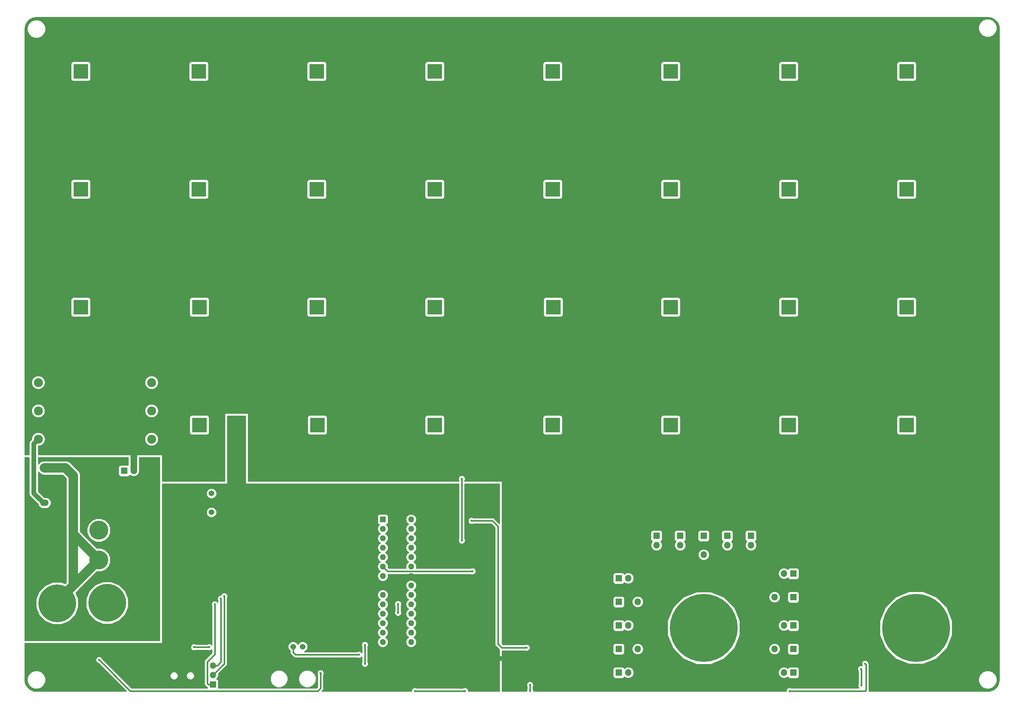
<source format=gbr>
G04 #@! TF.GenerationSoftware,KiCad,Pcbnew,(5.0.0)*
G04 #@! TF.CreationDate,2018-12-19T13:39:59-06:00*
G04 #@! TF.ProjectId,Spot_Welder_Hardware,53706F745F57656C6465725F48617264,rev?*
G04 #@! TF.SameCoordinates,Original*
G04 #@! TF.FileFunction,Copper,L2,Bot,Signal*
G04 #@! TF.FilePolarity,Positive*
%FSLAX46Y46*%
G04 Gerber Fmt 4.6, Leading zero omitted, Abs format (unit mm)*
G04 Created by KiCad (PCBNEW (5.0.0)) date 12/19/18 13:39:59*
%MOMM*%
%LPD*%
G01*
G04 APERTURE LIST*
G04 #@! TA.AperFunction,ComponentPad*
%ADD10C,18.288000*%
G04 #@! TD*
G04 #@! TA.AperFunction,ComponentPad*
%ADD11R,4.000000X4.000000*%
G04 #@! TD*
G04 #@! TA.AperFunction,ComponentPad*
%ADD12C,4.000000*%
G04 #@! TD*
G04 #@! TA.AperFunction,ComponentPad*
%ADD13C,10.160000*%
G04 #@! TD*
G04 #@! TA.AperFunction,ComponentPad*
%ADD14C,5.080000*%
G04 #@! TD*
G04 #@! TA.AperFunction,ComponentPad*
%ADD15C,1.524000*%
G04 #@! TD*
G04 #@! TA.AperFunction,ComponentPad*
%ADD16R,1.800000X1.800000*%
G04 #@! TD*
G04 #@! TA.AperFunction,ComponentPad*
%ADD17O,1.800000X1.800000*%
G04 #@! TD*
G04 #@! TA.AperFunction,ComponentPad*
%ADD18R,1.700000X1.700000*%
G04 #@! TD*
G04 #@! TA.AperFunction,ComponentPad*
%ADD19O,1.700000X1.700000*%
G04 #@! TD*
G04 #@! TA.AperFunction,ComponentPad*
%ADD20C,2.400000*%
G04 #@! TD*
G04 #@! TA.AperFunction,ComponentPad*
%ADD21O,2.400000X2.400000*%
G04 #@! TD*
G04 #@! TA.AperFunction,ComponentPad*
%ADD22O,2.300000X1.700000*%
G04 #@! TD*
G04 #@! TA.AperFunction,ComponentPad*
%ADD23R,1.600000X1.600000*%
G04 #@! TD*
G04 #@! TA.AperFunction,ComponentPad*
%ADD24O,1.600000X1.600000*%
G04 #@! TD*
G04 #@! TA.AperFunction,ViaPad*
%ADD25C,0.600000*%
G04 #@! TD*
G04 #@! TA.AperFunction,Conductor*
%ADD26C,0.381000*%
G04 #@! TD*
G04 #@! TA.AperFunction,Conductor*
%ADD27C,1.270000*%
G04 #@! TD*
G04 #@! TA.AperFunction,Conductor*
%ADD28C,1.778000*%
G04 #@! TD*
G04 #@! TA.AperFunction,Conductor*
%ADD29C,2.540000*%
G04 #@! TD*
G04 #@! TA.AperFunction,Conductor*
%ADD30C,0.254000*%
G04 #@! TD*
G04 APERTURE END LIST*
D10*
G04 #@! TO.P,REF\002A\002A,1*
G04 #@! TO.N,V+*
X257302000Y-178816000D03*
G04 #@! TD*
D11*
G04 #@! TO.P,C1,1*
G04 #@! TO.N,V+*
X223012000Y-60706000D03*
D12*
G04 #@! TO.P,C1,2*
G04 #@! TO.N,GND*
X233012000Y-60706000D03*
G04 #@! TD*
D11*
G04 #@! TO.P,C2,1*
G04 #@! TO.N,V+*
X254762000Y-28956000D03*
D12*
G04 #@! TO.P,C2,2*
G04 #@! TO.N,GND*
X264762000Y-28956000D03*
G04 #@! TD*
D11*
G04 #@! TO.P,C3,1*
G04 #@! TO.N,V+*
X223012000Y-92456000D03*
D12*
G04 #@! TO.P,C3,2*
G04 #@! TO.N,GND*
X233012000Y-92456000D03*
G04 #@! TD*
D11*
G04 #@! TO.P,C4,1*
G04 #@! TO.N,V+*
X191262000Y-124206000D03*
D12*
G04 #@! TO.P,C4,2*
G04 #@! TO.N,GND*
X201262000Y-124206000D03*
G04 #@! TD*
D11*
G04 #@! TO.P,C5,1*
G04 #@! TO.N,V+*
X223012000Y-124206000D03*
D12*
G04 #@! TO.P,C5,2*
G04 #@! TO.N,GND*
X233012000Y-124206000D03*
G04 #@! TD*
D11*
G04 #@! TO.P,C6,1*
G04 #@! TO.N,V+*
X254762000Y-60706000D03*
D12*
G04 #@! TO.P,C6,2*
G04 #@! TO.N,GND*
X264762000Y-60706000D03*
G04 #@! TD*
D11*
G04 #@! TO.P,C8,1*
G04 #@! TO.N,V+*
X254762000Y-92456000D03*
D12*
G04 #@! TO.P,C8,2*
G04 #@! TO.N,GND*
X264762000Y-92456000D03*
G04 #@! TD*
D11*
G04 #@! TO.P,C9,1*
G04 #@! TO.N,V+*
X191262000Y-60706000D03*
D12*
G04 #@! TO.P,C9,2*
G04 #@! TO.N,GND*
X201262000Y-60706000D03*
G04 #@! TD*
D11*
G04 #@! TO.P,C10,1*
G04 #@! TO.N,V+*
X96012000Y-92456000D03*
D12*
G04 #@! TO.P,C10,2*
G04 #@! TO.N,GND*
X106012000Y-92456000D03*
G04 #@! TD*
D11*
G04 #@! TO.P,C12,1*
G04 #@! TO.N,V+*
X96012000Y-60706000D03*
D12*
G04 #@! TO.P,C12,2*
G04 #@! TO.N,GND*
X106012000Y-60706000D03*
G04 #@! TD*
D11*
G04 #@! TO.P,C13,1*
G04 #@! TO.N,V+*
X64422000Y-92456000D03*
D12*
G04 #@! TO.P,C13,2*
G04 #@! TO.N,GND*
X74422000Y-92456000D03*
G04 #@! TD*
D11*
G04 #@! TO.P,C14,1*
G04 #@! TO.N,V+*
X64262000Y-28956000D03*
D12*
G04 #@! TO.P,C14,2*
G04 #@! TO.N,GND*
X74262000Y-28956000D03*
G04 #@! TD*
D11*
G04 #@! TO.P,C16,1*
G04 #@! TO.N,V+*
X64262000Y-60706000D03*
D12*
G04 #@! TO.P,C16,2*
G04 #@! TO.N,GND*
X74262000Y-60706000D03*
G04 #@! TD*
D11*
G04 #@! TO.P,C17,1*
G04 #@! TO.N,V+*
X32512000Y-28956000D03*
D12*
G04 #@! TO.P,C17,2*
G04 #@! TO.N,GND*
X42512000Y-28956000D03*
G04 #@! TD*
D11*
G04 #@! TO.P,C18,1*
G04 #@! TO.N,V+*
X127762000Y-60706000D03*
D12*
G04 #@! TO.P,C18,2*
G04 #@! TO.N,GND*
X137762000Y-60706000D03*
G04 #@! TD*
D11*
G04 #@! TO.P,C20,1*
G04 #@! TO.N,V+*
X32512000Y-60706000D03*
D12*
G04 #@! TO.P,C20,2*
G04 #@! TO.N,GND*
X42512000Y-60706000D03*
G04 #@! TD*
D11*
G04 #@! TO.P,C21,1*
G04 #@! TO.N,V+*
X96012000Y-28956000D03*
D12*
G04 #@! TO.P,C21,2*
G04 #@! TO.N,GND*
X106012000Y-28956000D03*
G04 #@! TD*
D11*
G04 #@! TO.P,C22,1*
G04 #@! TO.N,V+*
X127762000Y-28956000D03*
D12*
G04 #@! TO.P,C22,2*
G04 #@! TO.N,GND*
X137762000Y-28956000D03*
G04 #@! TD*
D11*
G04 #@! TO.P,C25,1*
G04 #@! TO.N,V+*
X159512000Y-28956000D03*
D12*
G04 #@! TO.P,C25,2*
G04 #@! TO.N,GND*
X169512000Y-28956000D03*
G04 #@! TD*
D11*
G04 #@! TO.P,C26,1*
G04 #@! TO.N,V+*
X127762000Y-92456000D03*
D12*
G04 #@! TO.P,C26,2*
G04 #@! TO.N,GND*
X137762000Y-92456000D03*
G04 #@! TD*
D11*
G04 #@! TO.P,C27,1*
G04 #@! TO.N,V+*
X96172000Y-124206000D03*
D12*
G04 #@! TO.P,C27,2*
G04 #@! TO.N,GND*
X106172000Y-124206000D03*
G04 #@! TD*
D11*
G04 #@! TO.P,C29,1*
G04 #@! TO.N,V+*
X32512000Y-92456000D03*
D12*
G04 #@! TO.P,C29,2*
G04 #@! TO.N,GND*
X42512000Y-92456000D03*
G04 #@! TD*
D11*
G04 #@! TO.P,C30,1*
G04 #@! TO.N,V+*
X159512000Y-60706000D03*
D12*
G04 #@! TO.P,C30,2*
G04 #@! TO.N,GND*
X169512000Y-60706000D03*
G04 #@! TD*
D11*
G04 #@! TO.P,C31,1*
G04 #@! TO.N,V+*
X127762000Y-124206000D03*
D12*
G04 #@! TO.P,C31,2*
G04 #@! TO.N,GND*
X137762000Y-124206000D03*
G04 #@! TD*
D11*
G04 #@! TO.P,C33,1*
G04 #@! TO.N,V+*
X191262000Y-28956000D03*
D12*
G04 #@! TO.P,C33,2*
G04 #@! TO.N,GND*
X201262000Y-28956000D03*
G04 #@! TD*
D11*
G04 #@! TO.P,C34,1*
G04 #@! TO.N,V+*
X159512000Y-124206000D03*
D12*
G04 #@! TO.P,C34,2*
G04 #@! TO.N,GND*
X169512000Y-124206000D03*
G04 #@! TD*
D11*
G04 #@! TO.P,C35,1*
G04 #@! TO.N,V+*
X191262000Y-92456000D03*
D12*
G04 #@! TO.P,C35,2*
G04 #@! TO.N,GND*
X201262000Y-92456000D03*
G04 #@! TD*
D11*
G04 #@! TO.P,C36,1*
G04 #@! TO.N,V+*
X223012000Y-28956000D03*
D12*
G04 #@! TO.P,C36,2*
G04 #@! TO.N,GND*
X233012000Y-28956000D03*
G04 #@! TD*
D11*
G04 #@! TO.P,C37,1*
G04 #@! TO.N,V+*
X159672000Y-92456000D03*
D12*
G04 #@! TO.P,C37,2*
G04 #@! TO.N,GND*
X169672000Y-92456000D03*
G04 #@! TD*
D11*
G04 #@! TO.P,C38,1*
G04 #@! TO.N,V+*
X254762000Y-124206000D03*
D12*
G04 #@! TO.P,C38,2*
G04 #@! TO.N,GND*
X264762000Y-124206000D03*
G04 #@! TD*
D11*
G04 #@! TO.P,C45,1*
G04 #@! TO.N,/Vin*
X64422000Y-124206000D03*
D12*
G04 #@! TO.P,C45,2*
G04 #@! TO.N,GND*
X74422000Y-124206000D03*
G04 #@! TD*
D13*
G04 #@! TO.P,Conn1,1*
G04 #@! TO.N,V+*
X39624000Y-172085000D03*
G04 #@! TD*
G04 #@! TO.P,Conn2,1*
G04 #@! TO.N,Conn_GND*
X26162000Y-172212000D03*
G04 #@! TD*
D14*
G04 #@! TO.P,Conn3,1*
G04 #@! TO.N,Conn_GND*
X37363400Y-160529000D03*
G04 #@! TO.P,Conn3,2*
G04 #@! TO.N,V+*
X37363400Y-152528000D03*
G04 #@! TD*
D15*
G04 #@! TO.P,Conn4,3*
G04 #@! TO.N,GND*
X87122000Y-183896000D03*
G04 #@! TO.P,Conn4,2*
G04 #@! TO.N,Ext_Trigger*
X89662000Y-183896000D03*
G04 #@! TO.P,Conn4,1*
G04 #@! TO.N,+5V*
X92202000Y-183896000D03*
G04 #@! TD*
D16*
G04 #@! TO.P,D13,1*
G04 #@! TO.N,V+*
X224282000Y-184531000D03*
D17*
G04 #@! TO.P,D13,2*
G04 #@! TO.N,VS*
X219202000Y-184531000D03*
G04 #@! TD*
D16*
G04 #@! TO.P,D14,1*
G04 #@! TO.N,V+*
X224282000Y-170561000D03*
D17*
G04 #@! TO.P,D14,2*
G04 #@! TO.N,VS*
X219202000Y-170561000D03*
G04 #@! TD*
D16*
G04 #@! TO.P,D15,1*
G04 #@! TO.N,V+*
X200152000Y-154051000D03*
D17*
G04 #@! TO.P,D15,2*
G04 #@! TO.N,VS*
X200152000Y-159131000D03*
G04 #@! TD*
D16*
G04 #@! TO.P,D16,1*
G04 #@! TO.N,V+*
X177292000Y-171831000D03*
D17*
G04 #@! TO.P,D16,2*
G04 #@! TO.N,VS*
X182372000Y-171831000D03*
G04 #@! TD*
D16*
G04 #@! TO.P,D19,1*
G04 #@! TO.N,V+*
X177292000Y-184531000D03*
D17*
G04 #@! TO.P,D19,2*
G04 #@! TO.N,VS*
X182372000Y-184531000D03*
G04 #@! TD*
D18*
G04 #@! TO.P,J2,1*
G04 #@! TO.N,IC_TX*
X68072000Y-194056000D03*
D19*
G04 #@! TO.P,J2,2*
G04 #@! TO.N,IC_RX*
X68072000Y-191516000D03*
G04 #@! TO.P,J2,3*
G04 #@! TO.N,DTR*
X68072000Y-188976000D03*
G04 #@! TD*
D16*
G04 #@! TO.P,Q3,1*
G04 #@! TO.N,Net-(Q2-Pad3)*
X44196000Y-136525000D03*
D17*
G04 #@! TO.P,Q3,2*
G04 #@! TO.N,GND*
X46736000Y-136525000D03*
G04 #@! TO.P,Q3,3*
G04 #@! TO.N,Power_GND*
X49276000Y-136525000D03*
G04 #@! TD*
D16*
G04 #@! TO.P,Q4,1*
G04 #@! TO.N,Net-(L1-Pad1)*
X224282000Y-178181000D03*
D17*
G04 #@! TO.P,Q4,2*
G04 #@! TO.N,VS*
X221742000Y-178181000D03*
G04 #@! TO.P,Q4,3*
G04 #@! TO.N,GND*
X219202000Y-178181000D03*
G04 #@! TD*
D16*
G04 #@! TO.P,Q5,1*
G04 #@! TO.N,Net-(L2-Pad1)*
X224282000Y-164211000D03*
D17*
G04 #@! TO.P,Q5,2*
G04 #@! TO.N,VS*
X221742000Y-164211000D03*
G04 #@! TO.P,Q5,3*
G04 #@! TO.N,GND*
X219202000Y-164211000D03*
G04 #@! TD*
D16*
G04 #@! TO.P,Q6,1*
G04 #@! TO.N,Net-(L3-Pad1)*
X224282000Y-190881000D03*
D17*
G04 #@! TO.P,Q6,2*
G04 #@! TO.N,VS*
X221742000Y-190881000D03*
G04 #@! TO.P,Q6,3*
G04 #@! TO.N,GND*
X219202000Y-190881000D03*
G04 #@! TD*
D16*
G04 #@! TO.P,Q7,1*
G04 #@! TO.N,Net-(L4-Pad1)*
X212852000Y-154051000D03*
D17*
G04 #@! TO.P,Q7,2*
G04 #@! TO.N,VS*
X212852000Y-156591000D03*
G04 #@! TO.P,Q7,3*
G04 #@! TO.N,GND*
X212852000Y-159131000D03*
G04 #@! TD*
D16*
G04 #@! TO.P,Q8,1*
G04 #@! TO.N,Net-(L5-Pad1)*
X206502000Y-154051000D03*
D17*
G04 #@! TO.P,Q8,2*
G04 #@! TO.N,VS*
X206502000Y-156591000D03*
G04 #@! TO.P,Q8,3*
G04 #@! TO.N,GND*
X206502000Y-159131000D03*
G04 #@! TD*
D16*
G04 #@! TO.P,Q9,1*
G04 #@! TO.N,Net-(L6-Pad1)*
X193802000Y-154051000D03*
D17*
G04 #@! TO.P,Q9,2*
G04 #@! TO.N,VS*
X193802000Y-156591000D03*
G04 #@! TO.P,Q9,3*
G04 #@! TO.N,GND*
X193802000Y-159131000D03*
G04 #@! TD*
D16*
G04 #@! TO.P,Q10,1*
G04 #@! TO.N,Net-(L7-Pad1)*
X187452000Y-154051000D03*
D17*
G04 #@! TO.P,Q10,2*
G04 #@! TO.N,VS*
X187452000Y-156591000D03*
G04 #@! TO.P,Q10,3*
G04 #@! TO.N,GND*
X187452000Y-159131000D03*
G04 #@! TD*
D16*
G04 #@! TO.P,Q11,1*
G04 #@! TO.N,Net-(L8-Pad1)*
X177292000Y-190881000D03*
D17*
G04 #@! TO.P,Q11,2*
G04 #@! TO.N,VS*
X179832000Y-190881000D03*
G04 #@! TO.P,Q11,3*
G04 #@! TO.N,GND*
X182372000Y-190881000D03*
G04 #@! TD*
D16*
G04 #@! TO.P,Q12,1*
G04 #@! TO.N,Net-(L9-Pad1)*
X177292000Y-165481000D03*
D17*
G04 #@! TO.P,Q12,2*
G04 #@! TO.N,VS*
X179832000Y-165481000D03*
G04 #@! TO.P,Q12,3*
G04 #@! TO.N,GND*
X182372000Y-165481000D03*
G04 #@! TD*
D16*
G04 #@! TO.P,Q13,1*
G04 #@! TO.N,Net-(L10-Pad1)*
X177292000Y-178181000D03*
D17*
G04 #@! TO.P,Q13,2*
G04 #@! TO.N,VS*
X179832000Y-178181000D03*
G04 #@! TO.P,Q13,3*
G04 #@! TO.N,GND*
X182372000Y-178181000D03*
G04 #@! TD*
D20*
G04 #@! TO.P,R12,1*
G04 #@! TO.N,Net-(R12-Pad1)*
X51562000Y-128016000D03*
D21*
G04 #@! TO.P,R12,2*
G04 #@! TO.N,Net-(R12-Pad2)*
X21082000Y-128016000D03*
G04 #@! TD*
D20*
G04 #@! TO.P,R13,1*
G04 #@! TO.N,Net-(R13-Pad1)*
X21082000Y-120396000D03*
D21*
G04 #@! TO.P,R13,2*
G04 #@! TO.N,Net-(R12-Pad1)*
X51562000Y-120396000D03*
G04 #@! TD*
D20*
G04 #@! TO.P,R14,1*
G04 #@! TO.N,V+*
X51562000Y-112776000D03*
D21*
G04 #@! TO.P,R14,2*
G04 #@! TO.N,Net-(R13-Pad1)*
X21082000Y-112776000D03*
G04 #@! TD*
D22*
G04 #@! TO.P,SW2,3*
G04 #@! TO.N,Conn_GND*
X22733000Y-135762000D03*
G04 #@! TO.P,SW2,2*
G04 #@! TO.N,Power_GND*
X22733000Y-140462000D03*
G04 #@! TO.P,SW2,1*
G04 #@! TO.N,Net-(R12-Pad2)*
X22733000Y-145162000D03*
G04 #@! TD*
D15*
G04 #@! TO.P,U1,1*
G04 #@! TO.N,/Vin*
X67691000Y-142621000D03*
G04 #@! TO.P,U1,2*
G04 #@! TO.N,GND*
X67691000Y-145161000D03*
G04 #@! TO.P,U1,3*
G04 #@! TO.N,+5V*
X67691000Y-147701000D03*
G04 #@! TD*
D23*
G04 #@! TO.P,U2,1*
G04 #@! TO.N,Reset*
X113792000Y-149606000D03*
D24*
G04 #@! TO.P,U2,15*
G04 #@! TO.N,5V_Ind*
X121412000Y-182626000D03*
G04 #@! TO.P,U2,2*
G04 #@! TO.N,Net-(R24-Pad2)*
X113792000Y-152146000D03*
G04 #@! TO.P,U2,16*
G04 #@! TO.N,7.5V_Ind*
X121412000Y-180086000D03*
G04 #@! TO.P,U2,3*
G04 #@! TO.N,Net-(R25-Pad2)*
X113792000Y-154686000D03*
G04 #@! TO.P,U2,17*
G04 #@! TO.N,10V_Ind*
X121412000Y-177546000D03*
G04 #@! TO.P,U2,4*
G04 #@! TO.N,N/C*
X113792000Y-157226000D03*
G04 #@! TO.P,U2,18*
G04 #@! TO.N,12.5V_Ind*
X121412000Y-175006000D03*
G04 #@! TO.P,U2,5*
G04 #@! TO.N,N/C*
X113792000Y-159766000D03*
G04 #@! TO.P,U2,19*
X121412000Y-172466000D03*
G04 #@! TO.P,U2,6*
G04 #@! TO.N,Buzzer*
X113792000Y-162306000D03*
G04 #@! TO.P,U2,20*
G04 #@! TO.N,+5V*
X121412000Y-169926000D03*
G04 #@! TO.P,U2,7*
X113792000Y-164846000D03*
G04 #@! TO.P,U2,21*
G04 #@! TO.N,Net-(C40-Pad1)*
X121412000Y-167386000D03*
G04 #@! TO.P,U2,8*
G04 #@! TO.N,GND*
X113792000Y-167386000D03*
G04 #@! TO.P,U2,22*
X121412000Y-164846000D03*
G04 #@! TO.P,U2,9*
G04 #@! TO.N,Net-(C41-Pad1)*
X113792000Y-169926000D03*
G04 #@! TO.P,U2,23*
G04 #@! TO.N,V_Sense*
X121412000Y-162306000D03*
G04 #@! TO.P,U2,10*
G04 #@! TO.N,Net-(C42-Pad1)*
X113792000Y-172466000D03*
G04 #@! TO.P,U2,24*
G04 #@! TO.N,Lead_Sense*
X121412000Y-159766000D03*
G04 #@! TO.P,U2,11*
G04 #@! TO.N,Pulse_Out*
X113792000Y-175006000D03*
G04 #@! TO.P,U2,25*
G04 #@! TO.N,N/C*
X121412000Y-157226000D03*
G04 #@! TO.P,U2,12*
G04 #@! TO.N,Ext_Trigger*
X113792000Y-177546000D03*
G04 #@! TO.P,U2,26*
G04 #@! TO.N,N/C*
X121412000Y-154686000D03*
G04 #@! TO.P,U2,13*
G04 #@! TO.N,Lead_Voltage_Trigger*
X113792000Y-180086000D03*
G04 #@! TO.P,U2,27*
G04 #@! TO.N,N/C*
X121412000Y-152146000D03*
G04 #@! TO.P,U2,14*
X113792000Y-182626000D03*
G04 #@! TO.P,U2,28*
X121412000Y-149606000D03*
G04 #@! TD*
D10*
G04 #@! TO.P,REF\002A\002A,1*
G04 #@! TO.N,VS*
X200152000Y-178841400D03*
G04 #@! TD*
D25*
G04 #@! TO.N,+5V*
X223266000Y-195834000D03*
X243586000Y-188468000D03*
X153416000Y-195834000D03*
X153416000Y-194183000D03*
X108966000Y-183388000D03*
X108966000Y-188468000D03*
X135890000Y-195834000D03*
X122428000Y-195834000D03*
X117906800Y-172364400D03*
X117906800Y-174752000D03*
G04 #@! TO.N,V+*
X135042000Y-155263000D03*
X135042000Y-138684000D03*
G04 #@! TO.N,GND*
X156972000Y-180848000D03*
X240284000Y-178308000D03*
X235712000Y-178308000D03*
X235712000Y-164084000D03*
X61214000Y-185928000D03*
X129540000Y-167386000D03*
X140462000Y-167640000D03*
X197104000Y-143764000D03*
X166370000Y-178054000D03*
X162306000Y-178054000D03*
X166370000Y-165862000D03*
X162306000Y-165862000D03*
X175006000Y-160274000D03*
X175006000Y-155956000D03*
X240284000Y-164084000D03*
X203200000Y-146558000D03*
X198628000Y-146558000D03*
X162052000Y-189992000D03*
X161036000Y-189992000D03*
X159766000Y-189992000D03*
X134788000Y-194986000D03*
X148971000Y-182626000D03*
X98044000Y-194945000D03*
X81280000Y-194945000D03*
X64135000Y-185928000D03*
X73152000Y-173990000D03*
X109982000Y-159512000D03*
X39624000Y-192024000D03*
X109982000Y-169672000D03*
X109982000Y-172720000D03*
X148971000Y-189611000D03*
X150289000Y-189611000D03*
X246126000Y-191770000D03*
X243078000Y-184912000D03*
X243078000Y-185928000D03*
X242852000Y-186944000D03*
X240030000Y-187071000D03*
X236728000Y-187071000D03*
X234950000Y-187071000D03*
X130556000Y-148336000D03*
X130556000Y-158750000D03*
X62738000Y-178562000D03*
X78486000Y-140970000D03*
X107137200Y-181305200D03*
G04 #@! TO.N,USB+5V*
X67056000Y-184023000D03*
X62992000Y-184023000D03*
G04 #@! TO.N,DTR*
X70231000Y-170942000D03*
G04 #@! TO.N,Ext_Trigger*
X107384000Y-186055000D03*
G04 #@! TO.N,VS*
X152527000Y-184150000D03*
X137668000Y-149987000D03*
G04 #@! TO.N,IC_TX*
X68580000Y-172466000D03*
G04 #@! TO.N,IC_RX*
X71120000Y-170307000D03*
G04 #@! TO.N,Buzzer*
X137922000Y-163576000D03*
G04 #@! TO.N,Pulse_Out*
X97028000Y-191008000D03*
X37465000Y-187452000D03*
X242570000Y-194310000D03*
X242480501Y-189902501D03*
G04 #@! TD*
D26*
G04 #@! TO.N,+5V*
X243586000Y-195834000D02*
X223266000Y-195834000D01*
X243840000Y-195580000D02*
X243586000Y-195834000D01*
X243586000Y-188468000D02*
X243840000Y-188722000D01*
X243840000Y-188722000D02*
X243840000Y-195580000D01*
X153416000Y-194183000D02*
X153416000Y-195834000D01*
X108966000Y-183388000D02*
X108966000Y-188468000D01*
X135890000Y-195834000D02*
X122428000Y-195834000D01*
X117906800Y-172364400D02*
X117906800Y-174752000D01*
G04 #@! TO.N,V+*
X135042000Y-155263000D02*
X135042000Y-138684000D01*
X135042000Y-138684000D02*
X135042000Y-138598000D01*
D27*
G04 #@! TO.N,GND*
X74422000Y-124206000D02*
X74422000Y-123571000D01*
D28*
X46736000Y-136525000D02*
X46736000Y-130810000D01*
D27*
X141732000Y-187071000D02*
X147066000Y-187071000D01*
D26*
G04 #@! TO.N,USB+5V*
X67056000Y-184023000D02*
X62992000Y-184023000D01*
G04 #@! TO.N,DTR*
X69274081Y-188976000D02*
X70231000Y-188019081D01*
X68072000Y-188976000D02*
X69274081Y-188976000D01*
X70231000Y-188019081D02*
X70231000Y-172210350D01*
X70231000Y-172210350D02*
X70231000Y-170942000D01*
D29*
G04 #@! TO.N,Conn_GND*
X26162000Y-172212000D02*
X26162000Y-171730400D01*
X30480000Y-153645600D02*
X37363400Y-160529000D01*
X30480000Y-167412400D02*
X29718000Y-168174400D01*
X26162000Y-171730400D02*
X29718000Y-168174400D01*
X29718000Y-168174400D02*
X37363400Y-160529000D01*
X30480000Y-153645600D02*
X30480000Y-167412400D01*
X30480000Y-153645600D02*
X30480000Y-147066000D01*
X30480000Y-147066000D02*
X30480000Y-137820400D01*
X28421600Y-135762000D02*
X30480000Y-137820400D01*
X22733000Y-135762000D02*
X28421600Y-135762000D01*
D26*
G04 #@! TO.N,Ext_Trigger*
X89662000Y-185420000D02*
X89662000Y-183896000D01*
X104902000Y-186055000D02*
X90297000Y-186055000D01*
X90297000Y-186055000D02*
X89662000Y-185420000D01*
X104902000Y-186055000D02*
X107384000Y-186055000D01*
G04 #@! TO.N,VS*
X146304000Y-184150000D02*
X152527000Y-184150000D01*
X145796000Y-184150000D02*
X146304000Y-184150000D01*
X144780000Y-183134000D02*
X145796000Y-184150000D01*
X144780000Y-151511000D02*
X144780000Y-183134000D01*
X143256000Y-149987000D02*
X144780000Y-151511000D01*
X137668000Y-149987000D02*
X143256000Y-149987000D01*
G04 #@! TO.N,IC_TX*
X68072000Y-194056000D02*
X66841000Y-194056000D01*
X66841000Y-194056000D02*
X66548000Y-193763000D01*
X68580000Y-185928000D02*
X66548000Y-187960000D01*
X68580000Y-172466000D02*
X68580000Y-185928000D01*
X66548000Y-193763000D02*
X66548000Y-187960000D01*
G04 #@! TO.N,IC_RX*
X68072000Y-191516000D02*
X71120000Y-188468000D01*
X71120000Y-188468000D02*
X71120000Y-170307000D01*
G04 #@! TO.N,Buzzer*
X115062000Y-163576000D02*
X113792000Y-162306000D01*
X137922000Y-163576000D02*
X115062000Y-163576000D01*
G04 #@! TO.N,Pulse_Out*
X97028000Y-195072000D02*
X97028000Y-191008000D01*
X96266000Y-195834000D02*
X97028000Y-195072000D01*
X45847000Y-195834000D02*
X96266000Y-195834000D01*
X37764999Y-187751999D02*
X45847000Y-195834000D01*
X37465000Y-187452000D02*
X37764999Y-187751999D01*
X242570000Y-194310000D02*
X242570000Y-189992000D01*
X242570000Y-189992000D02*
X242480501Y-189902501D01*
D27*
G04 #@! TO.N,Net-(R12-Pad2)*
X19882001Y-129215999D02*
X21082000Y-128016000D01*
X19882001Y-142611001D02*
X19882001Y-129215999D01*
X22433000Y-145162000D02*
X19882001Y-142611001D01*
X22733000Y-145162000D02*
X22433000Y-145162000D01*
G04 #@! TO.N,/Vin*
X64422000Y-124206000D02*
X64422000Y-123751000D01*
G04 #@! TD*
D30*
G04 #@! TO.N,Power_GND*
G36*
X18612001Y-142485926D02*
X18587122Y-142611001D01*
X18612001Y-142736076D01*
X18612001Y-142736080D01*
X18685688Y-143106529D01*
X18966383Y-143526619D01*
X19072422Y-143597472D01*
X20988919Y-145513970D01*
X21034161Y-145741418D01*
X21362375Y-146232625D01*
X21853582Y-146560839D01*
X22286744Y-146647000D01*
X23179256Y-146647000D01*
X23612418Y-146560839D01*
X24103625Y-146232625D01*
X24431839Y-145741418D01*
X24547092Y-145162000D01*
X24431839Y-144582582D01*
X24103625Y-144091375D01*
X23612418Y-143763161D01*
X23179256Y-143677000D01*
X22744051Y-143677000D01*
X21152001Y-142084951D01*
X21152001Y-136824777D01*
X21359572Y-137135428D01*
X21989706Y-137556471D01*
X22545374Y-137667000D01*
X27632524Y-137667000D01*
X28575001Y-138609477D01*
X28575000Y-147253625D01*
X28575001Y-147253630D01*
X28575000Y-153457974D01*
X28575000Y-153457979D01*
X28537680Y-153645600D01*
X28575000Y-153833221D01*
X28575001Y-166623323D01*
X28503635Y-166694689D01*
X28503632Y-166694691D01*
X28290529Y-166907794D01*
X27298784Y-166497000D01*
X25025216Y-166497000D01*
X22924713Y-167367057D01*
X21317057Y-168974713D01*
X20447000Y-171075216D01*
X20447000Y-173348784D01*
X21317057Y-175449287D01*
X22924713Y-177056943D01*
X25025216Y-177927000D01*
X27298784Y-177927000D01*
X29399287Y-177056943D01*
X31006943Y-175449287D01*
X31877000Y-173348784D01*
X31877000Y-171075216D01*
X31824395Y-170948216D01*
X33909000Y-170948216D01*
X33909000Y-173221784D01*
X34779057Y-175322287D01*
X36386713Y-176929943D01*
X38487216Y-177800000D01*
X40760784Y-177800000D01*
X42861287Y-176929943D01*
X44468943Y-175322287D01*
X45339000Y-173221784D01*
X45339000Y-170948216D01*
X44468943Y-168847713D01*
X42861287Y-167240057D01*
X40760784Y-166370000D01*
X38487216Y-166370000D01*
X36386713Y-167240057D01*
X34779057Y-168847713D01*
X33909000Y-170948216D01*
X31824395Y-170948216D01*
X31184091Y-169402386D01*
X31197709Y-169388768D01*
X31197711Y-169388765D01*
X31694366Y-168892110D01*
X31853428Y-168785828D01*
X31959710Y-168626766D01*
X36882477Y-163704000D01*
X37994947Y-163704000D01*
X39161893Y-163220635D01*
X40055035Y-162327493D01*
X40538400Y-161160547D01*
X40538400Y-159897453D01*
X40055035Y-158730507D01*
X39161893Y-157837365D01*
X37994947Y-157354000D01*
X36882477Y-157354000D01*
X32385000Y-152856524D01*
X32385000Y-151896453D01*
X34188400Y-151896453D01*
X34188400Y-153159547D01*
X34671765Y-154326493D01*
X35564907Y-155219635D01*
X36731853Y-155703000D01*
X37994947Y-155703000D01*
X39161893Y-155219635D01*
X40055035Y-154326493D01*
X40538400Y-153159547D01*
X40538400Y-151896453D01*
X40055035Y-150729507D01*
X39161893Y-149836365D01*
X37994947Y-149353000D01*
X36731853Y-149353000D01*
X35564907Y-149836365D01*
X34671765Y-150729507D01*
X34188400Y-151896453D01*
X32385000Y-151896453D01*
X32385000Y-138008020D01*
X32422320Y-137820399D01*
X32385000Y-137632778D01*
X32385000Y-137632774D01*
X32274471Y-137077106D01*
X31853428Y-136446972D01*
X31694366Y-136340690D01*
X29901310Y-134547634D01*
X29795028Y-134388572D01*
X29164894Y-133967529D01*
X28609226Y-133857000D01*
X28609221Y-133857000D01*
X28421600Y-133819680D01*
X28233979Y-133857000D01*
X22545374Y-133857000D01*
X21989706Y-133967529D01*
X21359572Y-134388572D01*
X21152001Y-134699223D01*
X21152001Y-132969000D01*
X45212000Y-132969000D01*
X45212000Y-135000634D01*
X45096000Y-134977560D01*
X43296000Y-134977560D01*
X43048235Y-135026843D01*
X42838191Y-135167191D01*
X42697843Y-135377235D01*
X42648560Y-135625000D01*
X42648560Y-137425000D01*
X42697843Y-137672765D01*
X42838191Y-137882809D01*
X43048235Y-138023157D01*
X43296000Y-138072440D01*
X45096000Y-138072440D01*
X45343765Y-138023157D01*
X45553809Y-137882809D01*
X45693129Y-137674304D01*
X46137073Y-137970938D01*
X46584818Y-138060000D01*
X46641204Y-138060000D01*
X46736000Y-138078856D01*
X46830796Y-138060000D01*
X46887182Y-138060000D01*
X47334927Y-137970938D01*
X47842673Y-137631673D01*
X48181938Y-137123927D01*
X48301072Y-136525000D01*
X48260000Y-136318517D01*
X48260000Y-132969000D01*
X53721000Y-132969000D01*
X53721000Y-182245000D01*
X17474000Y-182245000D01*
X17474000Y-132969000D01*
X18612002Y-132969000D01*
X18612001Y-142485926D01*
X18612001Y-142485926D01*
G37*
X18612001Y-142485926D02*
X18587122Y-142611001D01*
X18612001Y-142736076D01*
X18612001Y-142736080D01*
X18685688Y-143106529D01*
X18966383Y-143526619D01*
X19072422Y-143597472D01*
X20988919Y-145513970D01*
X21034161Y-145741418D01*
X21362375Y-146232625D01*
X21853582Y-146560839D01*
X22286744Y-146647000D01*
X23179256Y-146647000D01*
X23612418Y-146560839D01*
X24103625Y-146232625D01*
X24431839Y-145741418D01*
X24547092Y-145162000D01*
X24431839Y-144582582D01*
X24103625Y-144091375D01*
X23612418Y-143763161D01*
X23179256Y-143677000D01*
X22744051Y-143677000D01*
X21152001Y-142084951D01*
X21152001Y-136824777D01*
X21359572Y-137135428D01*
X21989706Y-137556471D01*
X22545374Y-137667000D01*
X27632524Y-137667000D01*
X28575001Y-138609477D01*
X28575000Y-147253625D01*
X28575001Y-147253630D01*
X28575000Y-153457974D01*
X28575000Y-153457979D01*
X28537680Y-153645600D01*
X28575000Y-153833221D01*
X28575001Y-166623323D01*
X28503635Y-166694689D01*
X28503632Y-166694691D01*
X28290529Y-166907794D01*
X27298784Y-166497000D01*
X25025216Y-166497000D01*
X22924713Y-167367057D01*
X21317057Y-168974713D01*
X20447000Y-171075216D01*
X20447000Y-173348784D01*
X21317057Y-175449287D01*
X22924713Y-177056943D01*
X25025216Y-177927000D01*
X27298784Y-177927000D01*
X29399287Y-177056943D01*
X31006943Y-175449287D01*
X31877000Y-173348784D01*
X31877000Y-171075216D01*
X31824395Y-170948216D01*
X33909000Y-170948216D01*
X33909000Y-173221784D01*
X34779057Y-175322287D01*
X36386713Y-176929943D01*
X38487216Y-177800000D01*
X40760784Y-177800000D01*
X42861287Y-176929943D01*
X44468943Y-175322287D01*
X45339000Y-173221784D01*
X45339000Y-170948216D01*
X44468943Y-168847713D01*
X42861287Y-167240057D01*
X40760784Y-166370000D01*
X38487216Y-166370000D01*
X36386713Y-167240057D01*
X34779057Y-168847713D01*
X33909000Y-170948216D01*
X31824395Y-170948216D01*
X31184091Y-169402386D01*
X31197709Y-169388768D01*
X31197711Y-169388765D01*
X31694366Y-168892110D01*
X31853428Y-168785828D01*
X31959710Y-168626766D01*
X36882477Y-163704000D01*
X37994947Y-163704000D01*
X39161893Y-163220635D01*
X40055035Y-162327493D01*
X40538400Y-161160547D01*
X40538400Y-159897453D01*
X40055035Y-158730507D01*
X39161893Y-157837365D01*
X37994947Y-157354000D01*
X36882477Y-157354000D01*
X32385000Y-152856524D01*
X32385000Y-151896453D01*
X34188400Y-151896453D01*
X34188400Y-153159547D01*
X34671765Y-154326493D01*
X35564907Y-155219635D01*
X36731853Y-155703000D01*
X37994947Y-155703000D01*
X39161893Y-155219635D01*
X40055035Y-154326493D01*
X40538400Y-153159547D01*
X40538400Y-151896453D01*
X40055035Y-150729507D01*
X39161893Y-149836365D01*
X37994947Y-149353000D01*
X36731853Y-149353000D01*
X35564907Y-149836365D01*
X34671765Y-150729507D01*
X34188400Y-151896453D01*
X32385000Y-151896453D01*
X32385000Y-138008020D01*
X32422320Y-137820399D01*
X32385000Y-137632778D01*
X32385000Y-137632774D01*
X32274471Y-137077106D01*
X31853428Y-136446972D01*
X31694366Y-136340690D01*
X29901310Y-134547634D01*
X29795028Y-134388572D01*
X29164894Y-133967529D01*
X28609226Y-133857000D01*
X28609221Y-133857000D01*
X28421600Y-133819680D01*
X28233979Y-133857000D01*
X22545374Y-133857000D01*
X21989706Y-133967529D01*
X21359572Y-134388572D01*
X21152001Y-134699223D01*
X21152001Y-132969000D01*
X45212000Y-132969000D01*
X45212000Y-135000634D01*
X45096000Y-134977560D01*
X43296000Y-134977560D01*
X43048235Y-135026843D01*
X42838191Y-135167191D01*
X42697843Y-135377235D01*
X42648560Y-135625000D01*
X42648560Y-137425000D01*
X42697843Y-137672765D01*
X42838191Y-137882809D01*
X43048235Y-138023157D01*
X43296000Y-138072440D01*
X45096000Y-138072440D01*
X45343765Y-138023157D01*
X45553809Y-137882809D01*
X45693129Y-137674304D01*
X46137073Y-137970938D01*
X46584818Y-138060000D01*
X46641204Y-138060000D01*
X46736000Y-138078856D01*
X46830796Y-138060000D01*
X46887182Y-138060000D01*
X47334927Y-137970938D01*
X47842673Y-137631673D01*
X48181938Y-137123927D01*
X48301072Y-136525000D01*
X48260000Y-136318517D01*
X48260000Y-132969000D01*
X53721000Y-132969000D01*
X53721000Y-182245000D01*
X17474000Y-182245000D01*
X17474000Y-132969000D01*
X18612002Y-132969000D01*
X18612001Y-142485926D01*
G04 #@! TO.N,GND*
G36*
X277228604Y-14492895D02*
X277825782Y-14680039D01*
X278373124Y-14983436D01*
X278848289Y-15390701D01*
X279231852Y-15885188D01*
X279508150Y-16446700D01*
X279668104Y-17060774D01*
X279706000Y-17553270D01*
X279706001Y-192750026D01*
X279639105Y-193408604D01*
X279451961Y-194005782D01*
X279148563Y-194553125D01*
X278741299Y-195028289D01*
X278246812Y-195411852D01*
X277685304Y-195688148D01*
X277071227Y-195848104D01*
X276578730Y-195886000D01*
X244620805Y-195886000D01*
X244665500Y-195661303D01*
X244665500Y-195661298D01*
X244681671Y-195580001D01*
X244665500Y-195498703D01*
X244665500Y-192293393D01*
X274129500Y-192293393D01*
X274129500Y-193278607D01*
X274506524Y-194188825D01*
X275203175Y-194885476D01*
X276113393Y-195262500D01*
X277098607Y-195262500D01*
X278008825Y-194885476D01*
X278705476Y-194188825D01*
X279082500Y-193278607D01*
X279082500Y-192293393D01*
X278705476Y-191383175D01*
X278008825Y-190686524D01*
X277098607Y-190309500D01*
X276113393Y-190309500D01*
X275203175Y-190686524D01*
X274506524Y-191383175D01*
X274129500Y-192293393D01*
X244665500Y-192293393D01*
X244665500Y-188803297D01*
X244681671Y-188721999D01*
X244665500Y-188640702D01*
X244665500Y-188640697D01*
X244617604Y-188399906D01*
X244491915Y-188211800D01*
X244378655Y-187938365D01*
X244115635Y-187675345D01*
X243771983Y-187533000D01*
X243400017Y-187533000D01*
X243056365Y-187675345D01*
X242793345Y-187938365D01*
X242651000Y-188282017D01*
X242651000Y-188653983D01*
X242793345Y-188997635D01*
X242831607Y-189035897D01*
X242666484Y-188967501D01*
X242294518Y-188967501D01*
X241950866Y-189109846D01*
X241687846Y-189372866D01*
X241545501Y-189716518D01*
X241545501Y-190088484D01*
X241687846Y-190432136D01*
X241744501Y-190488791D01*
X241744500Y-193859660D01*
X241635000Y-194124017D01*
X241635000Y-194495983D01*
X241777345Y-194839635D01*
X241946210Y-195008500D01*
X223716340Y-195008500D01*
X223451983Y-194899000D01*
X223080017Y-194899000D01*
X222736365Y-195041345D01*
X222473345Y-195304365D01*
X222331000Y-195648017D01*
X222331000Y-195886000D01*
X154351000Y-195886000D01*
X154351000Y-195648017D01*
X154241500Y-195383660D01*
X154241500Y-194633340D01*
X154351000Y-194368983D01*
X154351000Y-193997017D01*
X154208655Y-193653365D01*
X153945635Y-193390345D01*
X153601983Y-193248000D01*
X153230017Y-193248000D01*
X152886365Y-193390345D01*
X152623345Y-193653365D01*
X152481000Y-193997017D01*
X152481000Y-194368983D01*
X152590500Y-194633341D01*
X152590501Y-195383658D01*
X152481000Y-195648017D01*
X152481000Y-195886000D01*
X145923000Y-195886000D01*
X145923000Y-189981000D01*
X175744560Y-189981000D01*
X175744560Y-191781000D01*
X175793843Y-192028765D01*
X175934191Y-192238809D01*
X176144235Y-192379157D01*
X176392000Y-192428440D01*
X178192000Y-192428440D01*
X178439765Y-192379157D01*
X178649809Y-192238809D01*
X178789129Y-192030304D01*
X179233073Y-192326938D01*
X179680818Y-192416000D01*
X179983182Y-192416000D01*
X180430927Y-192326938D01*
X180938673Y-191987673D01*
X181277938Y-191479927D01*
X181397072Y-190881000D01*
X220176928Y-190881000D01*
X220296062Y-191479927D01*
X220635327Y-191987673D01*
X221143073Y-192326938D01*
X221590818Y-192416000D01*
X221893182Y-192416000D01*
X222340927Y-192326938D01*
X222784871Y-192030304D01*
X222924191Y-192238809D01*
X223134235Y-192379157D01*
X223382000Y-192428440D01*
X225182000Y-192428440D01*
X225429765Y-192379157D01*
X225639809Y-192238809D01*
X225780157Y-192028765D01*
X225829440Y-191781000D01*
X225829440Y-189981000D01*
X225780157Y-189733235D01*
X225639809Y-189523191D01*
X225429765Y-189382843D01*
X225182000Y-189333560D01*
X223382000Y-189333560D01*
X223134235Y-189382843D01*
X222924191Y-189523191D01*
X222784871Y-189731696D01*
X222340927Y-189435062D01*
X221893182Y-189346000D01*
X221590818Y-189346000D01*
X221143073Y-189435062D01*
X220635327Y-189774327D01*
X220296062Y-190282073D01*
X220176928Y-190881000D01*
X181397072Y-190881000D01*
X181277938Y-190282073D01*
X180938673Y-189774327D01*
X180430927Y-189435062D01*
X179983182Y-189346000D01*
X179680818Y-189346000D01*
X179233073Y-189435062D01*
X178789129Y-189731696D01*
X178649809Y-189523191D01*
X178439765Y-189382843D01*
X178192000Y-189333560D01*
X176392000Y-189333560D01*
X176144235Y-189382843D01*
X175934191Y-189523191D01*
X175793843Y-189733235D01*
X175744560Y-189981000D01*
X145923000Y-189981000D01*
X145923000Y-184975500D01*
X152076660Y-184975500D01*
X152341017Y-185085000D01*
X152712983Y-185085000D01*
X153056635Y-184942655D01*
X153319655Y-184679635D01*
X153462000Y-184335983D01*
X153462000Y-183964017D01*
X153324061Y-183631000D01*
X175744560Y-183631000D01*
X175744560Y-185431000D01*
X175793843Y-185678765D01*
X175934191Y-185888809D01*
X176144235Y-186029157D01*
X176392000Y-186078440D01*
X178192000Y-186078440D01*
X178439765Y-186029157D01*
X178649809Y-185888809D01*
X178790157Y-185678765D01*
X178839440Y-185431000D01*
X178839440Y-184531000D01*
X180806928Y-184531000D01*
X180926062Y-185129927D01*
X181265327Y-185637673D01*
X181773073Y-185976938D01*
X182220818Y-186066000D01*
X182523182Y-186066000D01*
X182970927Y-185976938D01*
X183478673Y-185637673D01*
X183817938Y-185129927D01*
X183937072Y-184531000D01*
X183817938Y-183932073D01*
X183478673Y-183424327D01*
X182970927Y-183085062D01*
X182523182Y-182996000D01*
X182220818Y-182996000D01*
X181773073Y-183085062D01*
X181265327Y-183424327D01*
X180926062Y-183932073D01*
X180806928Y-184531000D01*
X178839440Y-184531000D01*
X178839440Y-183631000D01*
X178790157Y-183383235D01*
X178649809Y-183173191D01*
X178439765Y-183032843D01*
X178192000Y-182983560D01*
X176392000Y-182983560D01*
X176144235Y-183032843D01*
X175934191Y-183173191D01*
X175793843Y-183383235D01*
X175744560Y-183631000D01*
X153324061Y-183631000D01*
X153319655Y-183620365D01*
X153056635Y-183357345D01*
X152712983Y-183215000D01*
X152341017Y-183215000D01*
X152076660Y-183324500D01*
X146137933Y-183324500D01*
X145923000Y-183109567D01*
X145923000Y-177281000D01*
X175744560Y-177281000D01*
X175744560Y-179081000D01*
X175793843Y-179328765D01*
X175934191Y-179538809D01*
X176144235Y-179679157D01*
X176392000Y-179728440D01*
X178192000Y-179728440D01*
X178439765Y-179679157D01*
X178649809Y-179538809D01*
X178789129Y-179330304D01*
X179233073Y-179626938D01*
X179680818Y-179716000D01*
X179983182Y-179716000D01*
X180430927Y-179626938D01*
X180938673Y-179287673D01*
X181277938Y-178779927D01*
X181397072Y-178181000D01*
X181277938Y-177582073D01*
X180938673Y-177074327D01*
X180672141Y-176896236D01*
X190373000Y-176896236D01*
X190373000Y-180786564D01*
X191861764Y-184380759D01*
X194612641Y-187131636D01*
X198206836Y-188620400D01*
X202097164Y-188620400D01*
X205691359Y-187131636D01*
X208291995Y-184531000D01*
X217636928Y-184531000D01*
X217756062Y-185129927D01*
X218095327Y-185637673D01*
X218603073Y-185976938D01*
X219050818Y-186066000D01*
X219353182Y-186066000D01*
X219800927Y-185976938D01*
X220308673Y-185637673D01*
X220647938Y-185129927D01*
X220767072Y-184531000D01*
X220647938Y-183932073D01*
X220446768Y-183631000D01*
X222734560Y-183631000D01*
X222734560Y-185431000D01*
X222783843Y-185678765D01*
X222924191Y-185888809D01*
X223134235Y-186029157D01*
X223382000Y-186078440D01*
X225182000Y-186078440D01*
X225429765Y-186029157D01*
X225639809Y-185888809D01*
X225780157Y-185678765D01*
X225829440Y-185431000D01*
X225829440Y-183631000D01*
X225780157Y-183383235D01*
X225639809Y-183173191D01*
X225429765Y-183032843D01*
X225182000Y-182983560D01*
X223382000Y-182983560D01*
X223134235Y-183032843D01*
X222924191Y-183173191D01*
X222783843Y-183383235D01*
X222734560Y-183631000D01*
X220446768Y-183631000D01*
X220308673Y-183424327D01*
X219800927Y-183085062D01*
X219353182Y-182996000D01*
X219050818Y-182996000D01*
X218603073Y-183085062D01*
X218095327Y-183424327D01*
X217756062Y-183932073D01*
X217636928Y-184531000D01*
X208291995Y-184531000D01*
X208442236Y-184380759D01*
X209931000Y-180786564D01*
X209931000Y-178181000D01*
X220176928Y-178181000D01*
X220296062Y-178779927D01*
X220635327Y-179287673D01*
X221143073Y-179626938D01*
X221590818Y-179716000D01*
X221893182Y-179716000D01*
X222340927Y-179626938D01*
X222784871Y-179330304D01*
X222924191Y-179538809D01*
X223134235Y-179679157D01*
X223382000Y-179728440D01*
X225182000Y-179728440D01*
X225429765Y-179679157D01*
X225639809Y-179538809D01*
X225780157Y-179328765D01*
X225829440Y-179081000D01*
X225829440Y-177281000D01*
X225780157Y-177033235D01*
X225671645Y-176870836D01*
X247523000Y-176870836D01*
X247523000Y-180761164D01*
X249011764Y-184355359D01*
X251762641Y-187106236D01*
X255356836Y-188595000D01*
X259247164Y-188595000D01*
X262841359Y-187106236D01*
X265592236Y-184355359D01*
X267081000Y-180761164D01*
X267081000Y-176870836D01*
X265592236Y-173276641D01*
X262841359Y-170525764D01*
X259247164Y-169037000D01*
X255356836Y-169037000D01*
X251762641Y-170525764D01*
X249011764Y-173276641D01*
X247523000Y-176870836D01*
X225671645Y-176870836D01*
X225639809Y-176823191D01*
X225429765Y-176682843D01*
X225182000Y-176633560D01*
X223382000Y-176633560D01*
X223134235Y-176682843D01*
X222924191Y-176823191D01*
X222784871Y-177031696D01*
X222340927Y-176735062D01*
X221893182Y-176646000D01*
X221590818Y-176646000D01*
X221143073Y-176735062D01*
X220635327Y-177074327D01*
X220296062Y-177582073D01*
X220176928Y-178181000D01*
X209931000Y-178181000D01*
X209931000Y-176896236D01*
X208442236Y-173302041D01*
X205701195Y-170561000D01*
X217636928Y-170561000D01*
X217756062Y-171159927D01*
X218095327Y-171667673D01*
X218603073Y-172006938D01*
X219050818Y-172096000D01*
X219353182Y-172096000D01*
X219800927Y-172006938D01*
X220308673Y-171667673D01*
X220647938Y-171159927D01*
X220767072Y-170561000D01*
X220647938Y-169962073D01*
X220446768Y-169661000D01*
X222734560Y-169661000D01*
X222734560Y-171461000D01*
X222783843Y-171708765D01*
X222924191Y-171918809D01*
X223134235Y-172059157D01*
X223382000Y-172108440D01*
X225182000Y-172108440D01*
X225429765Y-172059157D01*
X225639809Y-171918809D01*
X225780157Y-171708765D01*
X225829440Y-171461000D01*
X225829440Y-169661000D01*
X225780157Y-169413235D01*
X225639809Y-169203191D01*
X225429765Y-169062843D01*
X225182000Y-169013560D01*
X223382000Y-169013560D01*
X223134235Y-169062843D01*
X222924191Y-169203191D01*
X222783843Y-169413235D01*
X222734560Y-169661000D01*
X220446768Y-169661000D01*
X220308673Y-169454327D01*
X219800927Y-169115062D01*
X219353182Y-169026000D01*
X219050818Y-169026000D01*
X218603073Y-169115062D01*
X218095327Y-169454327D01*
X217756062Y-169962073D01*
X217636928Y-170561000D01*
X205701195Y-170561000D01*
X205691359Y-170551164D01*
X202097164Y-169062400D01*
X198206836Y-169062400D01*
X194612641Y-170551164D01*
X191861764Y-173302041D01*
X190373000Y-176896236D01*
X180672141Y-176896236D01*
X180430927Y-176735062D01*
X179983182Y-176646000D01*
X179680818Y-176646000D01*
X179233073Y-176735062D01*
X178789129Y-177031696D01*
X178649809Y-176823191D01*
X178439765Y-176682843D01*
X178192000Y-176633560D01*
X176392000Y-176633560D01*
X176144235Y-176682843D01*
X175934191Y-176823191D01*
X175793843Y-177033235D01*
X175744560Y-177281000D01*
X145923000Y-177281000D01*
X145923000Y-170931000D01*
X175744560Y-170931000D01*
X175744560Y-172731000D01*
X175793843Y-172978765D01*
X175934191Y-173188809D01*
X176144235Y-173329157D01*
X176392000Y-173378440D01*
X178192000Y-173378440D01*
X178439765Y-173329157D01*
X178649809Y-173188809D01*
X178790157Y-172978765D01*
X178839440Y-172731000D01*
X178839440Y-171831000D01*
X180806928Y-171831000D01*
X180926062Y-172429927D01*
X181265327Y-172937673D01*
X181773073Y-173276938D01*
X182220818Y-173366000D01*
X182523182Y-173366000D01*
X182970927Y-173276938D01*
X183478673Y-172937673D01*
X183817938Y-172429927D01*
X183937072Y-171831000D01*
X183817938Y-171232073D01*
X183478673Y-170724327D01*
X182970927Y-170385062D01*
X182523182Y-170296000D01*
X182220818Y-170296000D01*
X181773073Y-170385062D01*
X181265327Y-170724327D01*
X180926062Y-171232073D01*
X180806928Y-171831000D01*
X178839440Y-171831000D01*
X178839440Y-170931000D01*
X178790157Y-170683235D01*
X178649809Y-170473191D01*
X178439765Y-170332843D01*
X178192000Y-170283560D01*
X176392000Y-170283560D01*
X176144235Y-170332843D01*
X175934191Y-170473191D01*
X175793843Y-170683235D01*
X175744560Y-170931000D01*
X145923000Y-170931000D01*
X145923000Y-164581000D01*
X175744560Y-164581000D01*
X175744560Y-166381000D01*
X175793843Y-166628765D01*
X175934191Y-166838809D01*
X176144235Y-166979157D01*
X176392000Y-167028440D01*
X178192000Y-167028440D01*
X178439765Y-166979157D01*
X178649809Y-166838809D01*
X178789129Y-166630304D01*
X179233073Y-166926938D01*
X179680818Y-167016000D01*
X179983182Y-167016000D01*
X180430927Y-166926938D01*
X180938673Y-166587673D01*
X181277938Y-166079927D01*
X181397072Y-165481000D01*
X181277938Y-164882073D01*
X180938673Y-164374327D01*
X180694237Y-164211000D01*
X220176928Y-164211000D01*
X220296062Y-164809927D01*
X220635327Y-165317673D01*
X221143073Y-165656938D01*
X221590818Y-165746000D01*
X221893182Y-165746000D01*
X222340927Y-165656938D01*
X222784871Y-165360304D01*
X222924191Y-165568809D01*
X223134235Y-165709157D01*
X223382000Y-165758440D01*
X225182000Y-165758440D01*
X225429765Y-165709157D01*
X225639809Y-165568809D01*
X225780157Y-165358765D01*
X225829440Y-165111000D01*
X225829440Y-163311000D01*
X225780157Y-163063235D01*
X225639809Y-162853191D01*
X225429765Y-162712843D01*
X225182000Y-162663560D01*
X223382000Y-162663560D01*
X223134235Y-162712843D01*
X222924191Y-162853191D01*
X222784871Y-163061696D01*
X222340927Y-162765062D01*
X221893182Y-162676000D01*
X221590818Y-162676000D01*
X221143073Y-162765062D01*
X220635327Y-163104327D01*
X220296062Y-163612073D01*
X220176928Y-164211000D01*
X180694237Y-164211000D01*
X180430927Y-164035062D01*
X179983182Y-163946000D01*
X179680818Y-163946000D01*
X179233073Y-164035062D01*
X178789129Y-164331696D01*
X178649809Y-164123191D01*
X178439765Y-163982843D01*
X178192000Y-163933560D01*
X176392000Y-163933560D01*
X176144235Y-163982843D01*
X175934191Y-164123191D01*
X175793843Y-164333235D01*
X175744560Y-164581000D01*
X145923000Y-164581000D01*
X145923000Y-159131000D01*
X198586928Y-159131000D01*
X198706062Y-159729927D01*
X199045327Y-160237673D01*
X199553073Y-160576938D01*
X200000818Y-160666000D01*
X200303182Y-160666000D01*
X200750927Y-160576938D01*
X201258673Y-160237673D01*
X201597938Y-159729927D01*
X201717072Y-159131000D01*
X201597938Y-158532073D01*
X201258673Y-158024327D01*
X200750927Y-157685062D01*
X200303182Y-157596000D01*
X200000818Y-157596000D01*
X199553073Y-157685062D01*
X199045327Y-158024327D01*
X198706062Y-158532073D01*
X198586928Y-159131000D01*
X145923000Y-159131000D01*
X145923000Y-156591000D01*
X185886928Y-156591000D01*
X186006062Y-157189927D01*
X186345327Y-157697673D01*
X186853073Y-158036938D01*
X187300818Y-158126000D01*
X187603182Y-158126000D01*
X188050927Y-158036938D01*
X188558673Y-157697673D01*
X188897938Y-157189927D01*
X189017072Y-156591000D01*
X192236928Y-156591000D01*
X192356062Y-157189927D01*
X192695327Y-157697673D01*
X193203073Y-158036938D01*
X193650818Y-158126000D01*
X193953182Y-158126000D01*
X194400927Y-158036938D01*
X194908673Y-157697673D01*
X195247938Y-157189927D01*
X195367072Y-156591000D01*
X204936928Y-156591000D01*
X205056062Y-157189927D01*
X205395327Y-157697673D01*
X205903073Y-158036938D01*
X206350818Y-158126000D01*
X206653182Y-158126000D01*
X207100927Y-158036938D01*
X207608673Y-157697673D01*
X207947938Y-157189927D01*
X208067072Y-156591000D01*
X211286928Y-156591000D01*
X211406062Y-157189927D01*
X211745327Y-157697673D01*
X212253073Y-158036938D01*
X212700818Y-158126000D01*
X213003182Y-158126000D01*
X213450927Y-158036938D01*
X213958673Y-157697673D01*
X214297938Y-157189927D01*
X214417072Y-156591000D01*
X214297938Y-155992073D01*
X214001304Y-155548129D01*
X214209809Y-155408809D01*
X214350157Y-155198765D01*
X214399440Y-154951000D01*
X214399440Y-153151000D01*
X214350157Y-152903235D01*
X214209809Y-152693191D01*
X213999765Y-152552843D01*
X213752000Y-152503560D01*
X211952000Y-152503560D01*
X211704235Y-152552843D01*
X211494191Y-152693191D01*
X211353843Y-152903235D01*
X211304560Y-153151000D01*
X211304560Y-154951000D01*
X211353843Y-155198765D01*
X211494191Y-155408809D01*
X211702696Y-155548129D01*
X211406062Y-155992073D01*
X211286928Y-156591000D01*
X208067072Y-156591000D01*
X207947938Y-155992073D01*
X207651304Y-155548129D01*
X207859809Y-155408809D01*
X208000157Y-155198765D01*
X208049440Y-154951000D01*
X208049440Y-153151000D01*
X208000157Y-152903235D01*
X207859809Y-152693191D01*
X207649765Y-152552843D01*
X207402000Y-152503560D01*
X205602000Y-152503560D01*
X205354235Y-152552843D01*
X205144191Y-152693191D01*
X205003843Y-152903235D01*
X204954560Y-153151000D01*
X204954560Y-154951000D01*
X205003843Y-155198765D01*
X205144191Y-155408809D01*
X205352696Y-155548129D01*
X205056062Y-155992073D01*
X204936928Y-156591000D01*
X195367072Y-156591000D01*
X195247938Y-155992073D01*
X194951304Y-155548129D01*
X195159809Y-155408809D01*
X195300157Y-155198765D01*
X195349440Y-154951000D01*
X195349440Y-153151000D01*
X198604560Y-153151000D01*
X198604560Y-154951000D01*
X198653843Y-155198765D01*
X198794191Y-155408809D01*
X199004235Y-155549157D01*
X199252000Y-155598440D01*
X201052000Y-155598440D01*
X201299765Y-155549157D01*
X201509809Y-155408809D01*
X201650157Y-155198765D01*
X201699440Y-154951000D01*
X201699440Y-153151000D01*
X201650157Y-152903235D01*
X201509809Y-152693191D01*
X201299765Y-152552843D01*
X201052000Y-152503560D01*
X199252000Y-152503560D01*
X199004235Y-152552843D01*
X198794191Y-152693191D01*
X198653843Y-152903235D01*
X198604560Y-153151000D01*
X195349440Y-153151000D01*
X195300157Y-152903235D01*
X195159809Y-152693191D01*
X194949765Y-152552843D01*
X194702000Y-152503560D01*
X192902000Y-152503560D01*
X192654235Y-152552843D01*
X192444191Y-152693191D01*
X192303843Y-152903235D01*
X192254560Y-153151000D01*
X192254560Y-154951000D01*
X192303843Y-155198765D01*
X192444191Y-155408809D01*
X192652696Y-155548129D01*
X192356062Y-155992073D01*
X192236928Y-156591000D01*
X189017072Y-156591000D01*
X188897938Y-155992073D01*
X188601304Y-155548129D01*
X188809809Y-155408809D01*
X188950157Y-155198765D01*
X188999440Y-154951000D01*
X188999440Y-153151000D01*
X188950157Y-152903235D01*
X188809809Y-152693191D01*
X188599765Y-152552843D01*
X188352000Y-152503560D01*
X186552000Y-152503560D01*
X186304235Y-152552843D01*
X186094191Y-152693191D01*
X185953843Y-152903235D01*
X185904560Y-153151000D01*
X185904560Y-154951000D01*
X185953843Y-155198765D01*
X186094191Y-155408809D01*
X186302696Y-155548129D01*
X186006062Y-155992073D01*
X185886928Y-156591000D01*
X145923000Y-156591000D01*
X145923000Y-139446000D01*
X145913333Y-139397399D01*
X145885803Y-139356197D01*
X145844601Y-139328667D01*
X145796000Y-139319000D01*
X135867500Y-139319000D01*
X135867500Y-139134340D01*
X135977000Y-138869983D01*
X135977000Y-138498017D01*
X135834655Y-138154365D01*
X135571635Y-137891345D01*
X135227983Y-137749000D01*
X134856017Y-137749000D01*
X134512365Y-137891345D01*
X134249345Y-138154365D01*
X134107000Y-138498017D01*
X134107000Y-138869983D01*
X134216501Y-139134342D01*
X134216501Y-139319000D01*
X77597000Y-139319000D01*
X77597000Y-122206000D01*
X93524560Y-122206000D01*
X93524560Y-126206000D01*
X93573843Y-126453765D01*
X93714191Y-126663809D01*
X93924235Y-126804157D01*
X94172000Y-126853440D01*
X98172000Y-126853440D01*
X98419765Y-126804157D01*
X98629809Y-126663809D01*
X98770157Y-126453765D01*
X98819440Y-126206000D01*
X98819440Y-122206000D01*
X125114560Y-122206000D01*
X125114560Y-126206000D01*
X125163843Y-126453765D01*
X125304191Y-126663809D01*
X125514235Y-126804157D01*
X125762000Y-126853440D01*
X129762000Y-126853440D01*
X130009765Y-126804157D01*
X130219809Y-126663809D01*
X130360157Y-126453765D01*
X130409440Y-126206000D01*
X130409440Y-122206000D01*
X156864560Y-122206000D01*
X156864560Y-126206000D01*
X156913843Y-126453765D01*
X157054191Y-126663809D01*
X157264235Y-126804157D01*
X157512000Y-126853440D01*
X161512000Y-126853440D01*
X161759765Y-126804157D01*
X161969809Y-126663809D01*
X162110157Y-126453765D01*
X162159440Y-126206000D01*
X162159440Y-122206000D01*
X188614560Y-122206000D01*
X188614560Y-126206000D01*
X188663843Y-126453765D01*
X188804191Y-126663809D01*
X189014235Y-126804157D01*
X189262000Y-126853440D01*
X193262000Y-126853440D01*
X193509765Y-126804157D01*
X193719809Y-126663809D01*
X193860157Y-126453765D01*
X193909440Y-126206000D01*
X193909440Y-122206000D01*
X220364560Y-122206000D01*
X220364560Y-126206000D01*
X220413843Y-126453765D01*
X220554191Y-126663809D01*
X220764235Y-126804157D01*
X221012000Y-126853440D01*
X225012000Y-126853440D01*
X225259765Y-126804157D01*
X225469809Y-126663809D01*
X225610157Y-126453765D01*
X225659440Y-126206000D01*
X225659440Y-122206000D01*
X252114560Y-122206000D01*
X252114560Y-126206000D01*
X252163843Y-126453765D01*
X252304191Y-126663809D01*
X252514235Y-126804157D01*
X252762000Y-126853440D01*
X256762000Y-126853440D01*
X257009765Y-126804157D01*
X257219809Y-126663809D01*
X257360157Y-126453765D01*
X257409440Y-126206000D01*
X257409440Y-122206000D01*
X257360157Y-121958235D01*
X257219809Y-121748191D01*
X257009765Y-121607843D01*
X256762000Y-121558560D01*
X252762000Y-121558560D01*
X252514235Y-121607843D01*
X252304191Y-121748191D01*
X252163843Y-121958235D01*
X252114560Y-122206000D01*
X225659440Y-122206000D01*
X225610157Y-121958235D01*
X225469809Y-121748191D01*
X225259765Y-121607843D01*
X225012000Y-121558560D01*
X221012000Y-121558560D01*
X220764235Y-121607843D01*
X220554191Y-121748191D01*
X220413843Y-121958235D01*
X220364560Y-122206000D01*
X193909440Y-122206000D01*
X193860157Y-121958235D01*
X193719809Y-121748191D01*
X193509765Y-121607843D01*
X193262000Y-121558560D01*
X189262000Y-121558560D01*
X189014235Y-121607843D01*
X188804191Y-121748191D01*
X188663843Y-121958235D01*
X188614560Y-122206000D01*
X162159440Y-122206000D01*
X162110157Y-121958235D01*
X161969809Y-121748191D01*
X161759765Y-121607843D01*
X161512000Y-121558560D01*
X157512000Y-121558560D01*
X157264235Y-121607843D01*
X157054191Y-121748191D01*
X156913843Y-121958235D01*
X156864560Y-122206000D01*
X130409440Y-122206000D01*
X130360157Y-121958235D01*
X130219809Y-121748191D01*
X130009765Y-121607843D01*
X129762000Y-121558560D01*
X125762000Y-121558560D01*
X125514235Y-121607843D01*
X125304191Y-121748191D01*
X125163843Y-121958235D01*
X125114560Y-122206000D01*
X98819440Y-122206000D01*
X98770157Y-121958235D01*
X98629809Y-121748191D01*
X98419765Y-121607843D01*
X98172000Y-121558560D01*
X94172000Y-121558560D01*
X93924235Y-121607843D01*
X93714191Y-121748191D01*
X93573843Y-121958235D01*
X93524560Y-122206000D01*
X77597000Y-122206000D01*
X77597000Y-121158000D01*
X77587333Y-121109399D01*
X77559803Y-121068197D01*
X77518601Y-121040667D01*
X77470000Y-121031000D01*
X71374000Y-121031000D01*
X71325399Y-121040667D01*
X71284197Y-121068197D01*
X71256667Y-121109399D01*
X71247000Y-121158000D01*
X71247000Y-139319000D01*
X54483000Y-139319000D01*
X54483000Y-132334000D01*
X54473333Y-132285399D01*
X54445803Y-132244197D01*
X54404601Y-132216667D01*
X54356000Y-132207000D01*
X21152001Y-132207000D01*
X21152001Y-129851000D01*
X21262727Y-129851000D01*
X21797981Y-129744531D01*
X22404961Y-129338961D01*
X22810531Y-128731981D01*
X22952949Y-128016000D01*
X22880345Y-127650996D01*
X49727000Y-127650996D01*
X49727000Y-128381004D01*
X50006362Y-129055444D01*
X50522556Y-129571638D01*
X51196996Y-129851000D01*
X51927004Y-129851000D01*
X52601444Y-129571638D01*
X53117638Y-129055444D01*
X53397000Y-128381004D01*
X53397000Y-127650996D01*
X53117638Y-126976556D01*
X52601444Y-126460362D01*
X51927004Y-126181000D01*
X51196996Y-126181000D01*
X50522556Y-126460362D01*
X50006362Y-126976556D01*
X49727000Y-127650996D01*
X22880345Y-127650996D01*
X22810531Y-127300019D01*
X22404961Y-126693039D01*
X21797981Y-126287469D01*
X21262727Y-126181000D01*
X20901273Y-126181000D01*
X20366019Y-126287469D01*
X19759039Y-126693039D01*
X19353469Y-127300019D01*
X19211051Y-128016000D01*
X19223478Y-128078472D01*
X19072420Y-128229530D01*
X18966384Y-128300381D01*
X18895533Y-128406417D01*
X18895531Y-128406419D01*
X18685689Y-128720470D01*
X18587122Y-129215999D01*
X18612002Y-129341079D01*
X18612002Y-132207000D01*
X17474000Y-132207000D01*
X17474000Y-120030996D01*
X19247000Y-120030996D01*
X19247000Y-120761004D01*
X19526362Y-121435444D01*
X20042556Y-121951638D01*
X20716996Y-122231000D01*
X21447004Y-122231000D01*
X22121444Y-121951638D01*
X22637638Y-121435444D01*
X22917000Y-120761004D01*
X22917000Y-120396000D01*
X49691051Y-120396000D01*
X49833469Y-121111981D01*
X50239039Y-121718961D01*
X50846019Y-122124531D01*
X51381273Y-122231000D01*
X51742727Y-122231000D01*
X51868410Y-122206000D01*
X61774560Y-122206000D01*
X61774560Y-126206000D01*
X61823843Y-126453765D01*
X61964191Y-126663809D01*
X62174235Y-126804157D01*
X62422000Y-126853440D01*
X66422000Y-126853440D01*
X66669765Y-126804157D01*
X66879809Y-126663809D01*
X67020157Y-126453765D01*
X67069440Y-126206000D01*
X67069440Y-122206000D01*
X67020157Y-121958235D01*
X66879809Y-121748191D01*
X66669765Y-121607843D01*
X66422000Y-121558560D01*
X62422000Y-121558560D01*
X62174235Y-121607843D01*
X61964191Y-121748191D01*
X61823843Y-121958235D01*
X61774560Y-122206000D01*
X51868410Y-122206000D01*
X52277981Y-122124531D01*
X52884961Y-121718961D01*
X53290531Y-121111981D01*
X53432949Y-120396000D01*
X53290531Y-119680019D01*
X52884961Y-119073039D01*
X52277981Y-118667469D01*
X51742727Y-118561000D01*
X51381273Y-118561000D01*
X50846019Y-118667469D01*
X50239039Y-119073039D01*
X49833469Y-119680019D01*
X49691051Y-120396000D01*
X22917000Y-120396000D01*
X22917000Y-120030996D01*
X22637638Y-119356556D01*
X22121444Y-118840362D01*
X21447004Y-118561000D01*
X20716996Y-118561000D01*
X20042556Y-118840362D01*
X19526362Y-119356556D01*
X19247000Y-120030996D01*
X17474000Y-120030996D01*
X17474000Y-112776000D01*
X19211051Y-112776000D01*
X19353469Y-113491981D01*
X19759039Y-114098961D01*
X20366019Y-114504531D01*
X20901273Y-114611000D01*
X21262727Y-114611000D01*
X21797981Y-114504531D01*
X22404961Y-114098961D01*
X22810531Y-113491981D01*
X22952949Y-112776000D01*
X22880345Y-112410996D01*
X49727000Y-112410996D01*
X49727000Y-113141004D01*
X50006362Y-113815444D01*
X50522556Y-114331638D01*
X51196996Y-114611000D01*
X51927004Y-114611000D01*
X52601444Y-114331638D01*
X53117638Y-113815444D01*
X53397000Y-113141004D01*
X53397000Y-112410996D01*
X53117638Y-111736556D01*
X52601444Y-111220362D01*
X51927004Y-110941000D01*
X51196996Y-110941000D01*
X50522556Y-111220362D01*
X50006362Y-111736556D01*
X49727000Y-112410996D01*
X22880345Y-112410996D01*
X22810531Y-112060019D01*
X22404961Y-111453039D01*
X21797981Y-111047469D01*
X21262727Y-110941000D01*
X20901273Y-110941000D01*
X20366019Y-111047469D01*
X19759039Y-111453039D01*
X19353469Y-112060019D01*
X19211051Y-112776000D01*
X17474000Y-112776000D01*
X17474000Y-90456000D01*
X29864560Y-90456000D01*
X29864560Y-94456000D01*
X29913843Y-94703765D01*
X30054191Y-94913809D01*
X30264235Y-95054157D01*
X30512000Y-95103440D01*
X34512000Y-95103440D01*
X34759765Y-95054157D01*
X34969809Y-94913809D01*
X35110157Y-94703765D01*
X35159440Y-94456000D01*
X35159440Y-90456000D01*
X61774560Y-90456000D01*
X61774560Y-94456000D01*
X61823843Y-94703765D01*
X61964191Y-94913809D01*
X62174235Y-95054157D01*
X62422000Y-95103440D01*
X66422000Y-95103440D01*
X66669765Y-95054157D01*
X66879809Y-94913809D01*
X67020157Y-94703765D01*
X67069440Y-94456000D01*
X67069440Y-90456000D01*
X93364560Y-90456000D01*
X93364560Y-94456000D01*
X93413843Y-94703765D01*
X93554191Y-94913809D01*
X93764235Y-95054157D01*
X94012000Y-95103440D01*
X98012000Y-95103440D01*
X98259765Y-95054157D01*
X98469809Y-94913809D01*
X98610157Y-94703765D01*
X98659440Y-94456000D01*
X98659440Y-90456000D01*
X125114560Y-90456000D01*
X125114560Y-94456000D01*
X125163843Y-94703765D01*
X125304191Y-94913809D01*
X125514235Y-95054157D01*
X125762000Y-95103440D01*
X129762000Y-95103440D01*
X130009765Y-95054157D01*
X130219809Y-94913809D01*
X130360157Y-94703765D01*
X130409440Y-94456000D01*
X130409440Y-90456000D01*
X157024560Y-90456000D01*
X157024560Y-94456000D01*
X157073843Y-94703765D01*
X157214191Y-94913809D01*
X157424235Y-95054157D01*
X157672000Y-95103440D01*
X161672000Y-95103440D01*
X161919765Y-95054157D01*
X162129809Y-94913809D01*
X162270157Y-94703765D01*
X162319440Y-94456000D01*
X162319440Y-90456000D01*
X188614560Y-90456000D01*
X188614560Y-94456000D01*
X188663843Y-94703765D01*
X188804191Y-94913809D01*
X189014235Y-95054157D01*
X189262000Y-95103440D01*
X193262000Y-95103440D01*
X193509765Y-95054157D01*
X193719809Y-94913809D01*
X193860157Y-94703765D01*
X193909440Y-94456000D01*
X193909440Y-90456000D01*
X220364560Y-90456000D01*
X220364560Y-94456000D01*
X220413843Y-94703765D01*
X220554191Y-94913809D01*
X220764235Y-95054157D01*
X221012000Y-95103440D01*
X225012000Y-95103440D01*
X225259765Y-95054157D01*
X225469809Y-94913809D01*
X225610157Y-94703765D01*
X225659440Y-94456000D01*
X225659440Y-90456000D01*
X252114560Y-90456000D01*
X252114560Y-94456000D01*
X252163843Y-94703765D01*
X252304191Y-94913809D01*
X252514235Y-95054157D01*
X252762000Y-95103440D01*
X256762000Y-95103440D01*
X257009765Y-95054157D01*
X257219809Y-94913809D01*
X257360157Y-94703765D01*
X257409440Y-94456000D01*
X257409440Y-90456000D01*
X257360157Y-90208235D01*
X257219809Y-89998191D01*
X257009765Y-89857843D01*
X256762000Y-89808560D01*
X252762000Y-89808560D01*
X252514235Y-89857843D01*
X252304191Y-89998191D01*
X252163843Y-90208235D01*
X252114560Y-90456000D01*
X225659440Y-90456000D01*
X225610157Y-90208235D01*
X225469809Y-89998191D01*
X225259765Y-89857843D01*
X225012000Y-89808560D01*
X221012000Y-89808560D01*
X220764235Y-89857843D01*
X220554191Y-89998191D01*
X220413843Y-90208235D01*
X220364560Y-90456000D01*
X193909440Y-90456000D01*
X193860157Y-90208235D01*
X193719809Y-89998191D01*
X193509765Y-89857843D01*
X193262000Y-89808560D01*
X189262000Y-89808560D01*
X189014235Y-89857843D01*
X188804191Y-89998191D01*
X188663843Y-90208235D01*
X188614560Y-90456000D01*
X162319440Y-90456000D01*
X162270157Y-90208235D01*
X162129809Y-89998191D01*
X161919765Y-89857843D01*
X161672000Y-89808560D01*
X157672000Y-89808560D01*
X157424235Y-89857843D01*
X157214191Y-89998191D01*
X157073843Y-90208235D01*
X157024560Y-90456000D01*
X130409440Y-90456000D01*
X130360157Y-90208235D01*
X130219809Y-89998191D01*
X130009765Y-89857843D01*
X129762000Y-89808560D01*
X125762000Y-89808560D01*
X125514235Y-89857843D01*
X125304191Y-89998191D01*
X125163843Y-90208235D01*
X125114560Y-90456000D01*
X98659440Y-90456000D01*
X98610157Y-90208235D01*
X98469809Y-89998191D01*
X98259765Y-89857843D01*
X98012000Y-89808560D01*
X94012000Y-89808560D01*
X93764235Y-89857843D01*
X93554191Y-89998191D01*
X93413843Y-90208235D01*
X93364560Y-90456000D01*
X67069440Y-90456000D01*
X67020157Y-90208235D01*
X66879809Y-89998191D01*
X66669765Y-89857843D01*
X66422000Y-89808560D01*
X62422000Y-89808560D01*
X62174235Y-89857843D01*
X61964191Y-89998191D01*
X61823843Y-90208235D01*
X61774560Y-90456000D01*
X35159440Y-90456000D01*
X35110157Y-90208235D01*
X34969809Y-89998191D01*
X34759765Y-89857843D01*
X34512000Y-89808560D01*
X30512000Y-89808560D01*
X30264235Y-89857843D01*
X30054191Y-89998191D01*
X29913843Y-90208235D01*
X29864560Y-90456000D01*
X17474000Y-90456000D01*
X17474000Y-58706000D01*
X29864560Y-58706000D01*
X29864560Y-62706000D01*
X29913843Y-62953765D01*
X30054191Y-63163809D01*
X30264235Y-63304157D01*
X30512000Y-63353440D01*
X34512000Y-63353440D01*
X34759765Y-63304157D01*
X34969809Y-63163809D01*
X35110157Y-62953765D01*
X35159440Y-62706000D01*
X35159440Y-58706000D01*
X61614560Y-58706000D01*
X61614560Y-62706000D01*
X61663843Y-62953765D01*
X61804191Y-63163809D01*
X62014235Y-63304157D01*
X62262000Y-63353440D01*
X66262000Y-63353440D01*
X66509765Y-63304157D01*
X66719809Y-63163809D01*
X66860157Y-62953765D01*
X66909440Y-62706000D01*
X66909440Y-58706000D01*
X93364560Y-58706000D01*
X93364560Y-62706000D01*
X93413843Y-62953765D01*
X93554191Y-63163809D01*
X93764235Y-63304157D01*
X94012000Y-63353440D01*
X98012000Y-63353440D01*
X98259765Y-63304157D01*
X98469809Y-63163809D01*
X98610157Y-62953765D01*
X98659440Y-62706000D01*
X98659440Y-58706000D01*
X125114560Y-58706000D01*
X125114560Y-62706000D01*
X125163843Y-62953765D01*
X125304191Y-63163809D01*
X125514235Y-63304157D01*
X125762000Y-63353440D01*
X129762000Y-63353440D01*
X130009765Y-63304157D01*
X130219809Y-63163809D01*
X130360157Y-62953765D01*
X130409440Y-62706000D01*
X130409440Y-58706000D01*
X156864560Y-58706000D01*
X156864560Y-62706000D01*
X156913843Y-62953765D01*
X157054191Y-63163809D01*
X157264235Y-63304157D01*
X157512000Y-63353440D01*
X161512000Y-63353440D01*
X161759765Y-63304157D01*
X161969809Y-63163809D01*
X162110157Y-62953765D01*
X162159440Y-62706000D01*
X162159440Y-58706000D01*
X188614560Y-58706000D01*
X188614560Y-62706000D01*
X188663843Y-62953765D01*
X188804191Y-63163809D01*
X189014235Y-63304157D01*
X189262000Y-63353440D01*
X193262000Y-63353440D01*
X193509765Y-63304157D01*
X193719809Y-63163809D01*
X193860157Y-62953765D01*
X193909440Y-62706000D01*
X193909440Y-58706000D01*
X220364560Y-58706000D01*
X220364560Y-62706000D01*
X220413843Y-62953765D01*
X220554191Y-63163809D01*
X220764235Y-63304157D01*
X221012000Y-63353440D01*
X225012000Y-63353440D01*
X225259765Y-63304157D01*
X225469809Y-63163809D01*
X225610157Y-62953765D01*
X225659440Y-62706000D01*
X225659440Y-58706000D01*
X252114560Y-58706000D01*
X252114560Y-62706000D01*
X252163843Y-62953765D01*
X252304191Y-63163809D01*
X252514235Y-63304157D01*
X252762000Y-63353440D01*
X256762000Y-63353440D01*
X257009765Y-63304157D01*
X257219809Y-63163809D01*
X257360157Y-62953765D01*
X257409440Y-62706000D01*
X257409440Y-58706000D01*
X257360157Y-58458235D01*
X257219809Y-58248191D01*
X257009765Y-58107843D01*
X256762000Y-58058560D01*
X252762000Y-58058560D01*
X252514235Y-58107843D01*
X252304191Y-58248191D01*
X252163843Y-58458235D01*
X252114560Y-58706000D01*
X225659440Y-58706000D01*
X225610157Y-58458235D01*
X225469809Y-58248191D01*
X225259765Y-58107843D01*
X225012000Y-58058560D01*
X221012000Y-58058560D01*
X220764235Y-58107843D01*
X220554191Y-58248191D01*
X220413843Y-58458235D01*
X220364560Y-58706000D01*
X193909440Y-58706000D01*
X193860157Y-58458235D01*
X193719809Y-58248191D01*
X193509765Y-58107843D01*
X193262000Y-58058560D01*
X189262000Y-58058560D01*
X189014235Y-58107843D01*
X188804191Y-58248191D01*
X188663843Y-58458235D01*
X188614560Y-58706000D01*
X162159440Y-58706000D01*
X162110157Y-58458235D01*
X161969809Y-58248191D01*
X161759765Y-58107843D01*
X161512000Y-58058560D01*
X157512000Y-58058560D01*
X157264235Y-58107843D01*
X157054191Y-58248191D01*
X156913843Y-58458235D01*
X156864560Y-58706000D01*
X130409440Y-58706000D01*
X130360157Y-58458235D01*
X130219809Y-58248191D01*
X130009765Y-58107843D01*
X129762000Y-58058560D01*
X125762000Y-58058560D01*
X125514235Y-58107843D01*
X125304191Y-58248191D01*
X125163843Y-58458235D01*
X125114560Y-58706000D01*
X98659440Y-58706000D01*
X98610157Y-58458235D01*
X98469809Y-58248191D01*
X98259765Y-58107843D01*
X98012000Y-58058560D01*
X94012000Y-58058560D01*
X93764235Y-58107843D01*
X93554191Y-58248191D01*
X93413843Y-58458235D01*
X93364560Y-58706000D01*
X66909440Y-58706000D01*
X66860157Y-58458235D01*
X66719809Y-58248191D01*
X66509765Y-58107843D01*
X66262000Y-58058560D01*
X62262000Y-58058560D01*
X62014235Y-58107843D01*
X61804191Y-58248191D01*
X61663843Y-58458235D01*
X61614560Y-58706000D01*
X35159440Y-58706000D01*
X35110157Y-58458235D01*
X34969809Y-58248191D01*
X34759765Y-58107843D01*
X34512000Y-58058560D01*
X30512000Y-58058560D01*
X30264235Y-58107843D01*
X30054191Y-58248191D01*
X29913843Y-58458235D01*
X29864560Y-58706000D01*
X17474000Y-58706000D01*
X17474000Y-26956000D01*
X29864560Y-26956000D01*
X29864560Y-30956000D01*
X29913843Y-31203765D01*
X30054191Y-31413809D01*
X30264235Y-31554157D01*
X30512000Y-31603440D01*
X34512000Y-31603440D01*
X34759765Y-31554157D01*
X34969809Y-31413809D01*
X35110157Y-31203765D01*
X35159440Y-30956000D01*
X35159440Y-26956000D01*
X61614560Y-26956000D01*
X61614560Y-30956000D01*
X61663843Y-31203765D01*
X61804191Y-31413809D01*
X62014235Y-31554157D01*
X62262000Y-31603440D01*
X66262000Y-31603440D01*
X66509765Y-31554157D01*
X66719809Y-31413809D01*
X66860157Y-31203765D01*
X66909440Y-30956000D01*
X66909440Y-26956000D01*
X93364560Y-26956000D01*
X93364560Y-30956000D01*
X93413843Y-31203765D01*
X93554191Y-31413809D01*
X93764235Y-31554157D01*
X94012000Y-31603440D01*
X98012000Y-31603440D01*
X98259765Y-31554157D01*
X98469809Y-31413809D01*
X98610157Y-31203765D01*
X98659440Y-30956000D01*
X98659440Y-26956000D01*
X125114560Y-26956000D01*
X125114560Y-30956000D01*
X125163843Y-31203765D01*
X125304191Y-31413809D01*
X125514235Y-31554157D01*
X125762000Y-31603440D01*
X129762000Y-31603440D01*
X130009765Y-31554157D01*
X130219809Y-31413809D01*
X130360157Y-31203765D01*
X130409440Y-30956000D01*
X130409440Y-26956000D01*
X156864560Y-26956000D01*
X156864560Y-30956000D01*
X156913843Y-31203765D01*
X157054191Y-31413809D01*
X157264235Y-31554157D01*
X157512000Y-31603440D01*
X161512000Y-31603440D01*
X161759765Y-31554157D01*
X161969809Y-31413809D01*
X162110157Y-31203765D01*
X162159440Y-30956000D01*
X162159440Y-26956000D01*
X188614560Y-26956000D01*
X188614560Y-30956000D01*
X188663843Y-31203765D01*
X188804191Y-31413809D01*
X189014235Y-31554157D01*
X189262000Y-31603440D01*
X193262000Y-31603440D01*
X193509765Y-31554157D01*
X193719809Y-31413809D01*
X193860157Y-31203765D01*
X193909440Y-30956000D01*
X193909440Y-26956000D01*
X220364560Y-26956000D01*
X220364560Y-30956000D01*
X220413843Y-31203765D01*
X220554191Y-31413809D01*
X220764235Y-31554157D01*
X221012000Y-31603440D01*
X225012000Y-31603440D01*
X225259765Y-31554157D01*
X225469809Y-31413809D01*
X225610157Y-31203765D01*
X225659440Y-30956000D01*
X225659440Y-26956000D01*
X252114560Y-26956000D01*
X252114560Y-30956000D01*
X252163843Y-31203765D01*
X252304191Y-31413809D01*
X252514235Y-31554157D01*
X252762000Y-31603440D01*
X256762000Y-31603440D01*
X257009765Y-31554157D01*
X257219809Y-31413809D01*
X257360157Y-31203765D01*
X257409440Y-30956000D01*
X257409440Y-26956000D01*
X257360157Y-26708235D01*
X257219809Y-26498191D01*
X257009765Y-26357843D01*
X256762000Y-26308560D01*
X252762000Y-26308560D01*
X252514235Y-26357843D01*
X252304191Y-26498191D01*
X252163843Y-26708235D01*
X252114560Y-26956000D01*
X225659440Y-26956000D01*
X225610157Y-26708235D01*
X225469809Y-26498191D01*
X225259765Y-26357843D01*
X225012000Y-26308560D01*
X221012000Y-26308560D01*
X220764235Y-26357843D01*
X220554191Y-26498191D01*
X220413843Y-26708235D01*
X220364560Y-26956000D01*
X193909440Y-26956000D01*
X193860157Y-26708235D01*
X193719809Y-26498191D01*
X193509765Y-26357843D01*
X193262000Y-26308560D01*
X189262000Y-26308560D01*
X189014235Y-26357843D01*
X188804191Y-26498191D01*
X188663843Y-26708235D01*
X188614560Y-26956000D01*
X162159440Y-26956000D01*
X162110157Y-26708235D01*
X161969809Y-26498191D01*
X161759765Y-26357843D01*
X161512000Y-26308560D01*
X157512000Y-26308560D01*
X157264235Y-26357843D01*
X157054191Y-26498191D01*
X156913843Y-26708235D01*
X156864560Y-26956000D01*
X130409440Y-26956000D01*
X130360157Y-26708235D01*
X130219809Y-26498191D01*
X130009765Y-26357843D01*
X129762000Y-26308560D01*
X125762000Y-26308560D01*
X125514235Y-26357843D01*
X125304191Y-26498191D01*
X125163843Y-26708235D01*
X125114560Y-26956000D01*
X98659440Y-26956000D01*
X98610157Y-26708235D01*
X98469809Y-26498191D01*
X98259765Y-26357843D01*
X98012000Y-26308560D01*
X94012000Y-26308560D01*
X93764235Y-26357843D01*
X93554191Y-26498191D01*
X93413843Y-26708235D01*
X93364560Y-26956000D01*
X66909440Y-26956000D01*
X66860157Y-26708235D01*
X66719809Y-26498191D01*
X66509765Y-26357843D01*
X66262000Y-26308560D01*
X62262000Y-26308560D01*
X62014235Y-26357843D01*
X61804191Y-26498191D01*
X61663843Y-26708235D01*
X61614560Y-26956000D01*
X35159440Y-26956000D01*
X35110157Y-26708235D01*
X34969809Y-26498191D01*
X34759765Y-26357843D01*
X34512000Y-26308560D01*
X30512000Y-26308560D01*
X30264235Y-26357843D01*
X30054191Y-26498191D01*
X29913843Y-26708235D01*
X29864560Y-26956000D01*
X17474000Y-26956000D01*
X17474000Y-17561964D01*
X17527690Y-17033393D01*
X18097500Y-17033393D01*
X18097500Y-18018607D01*
X18474524Y-18928825D01*
X19171175Y-19625476D01*
X20081393Y-20002500D01*
X21066607Y-20002500D01*
X21976825Y-19625476D01*
X22673476Y-18928825D01*
X23050500Y-18018607D01*
X23050500Y-17033393D01*
X22945290Y-16779393D01*
X274129500Y-16779393D01*
X274129500Y-17764607D01*
X274506524Y-18674825D01*
X275203175Y-19371476D01*
X276113393Y-19748500D01*
X277098607Y-19748500D01*
X278008825Y-19371476D01*
X278705476Y-18674825D01*
X279082500Y-17764607D01*
X279082500Y-16779393D01*
X278705476Y-15869175D01*
X278008825Y-15172524D01*
X277098607Y-14795500D01*
X276113393Y-14795500D01*
X275203175Y-15172524D01*
X274506524Y-15869175D01*
X274129500Y-16779393D01*
X22945290Y-16779393D01*
X22673476Y-16123175D01*
X21976825Y-15426524D01*
X21066607Y-15049500D01*
X20081393Y-15049500D01*
X19171175Y-15426524D01*
X18474524Y-16123175D01*
X18097500Y-17033393D01*
X17527690Y-17033393D01*
X17540895Y-16903396D01*
X17728039Y-16306218D01*
X18031436Y-15758876D01*
X18438701Y-15283711D01*
X18933188Y-14900148D01*
X19494700Y-14623850D01*
X20108774Y-14463896D01*
X20601270Y-14426000D01*
X276570036Y-14426000D01*
X277228604Y-14492895D01*
X277228604Y-14492895D01*
G37*
X277228604Y-14492895D02*
X277825782Y-14680039D01*
X278373124Y-14983436D01*
X278848289Y-15390701D01*
X279231852Y-15885188D01*
X279508150Y-16446700D01*
X279668104Y-17060774D01*
X279706000Y-17553270D01*
X279706001Y-192750026D01*
X279639105Y-193408604D01*
X279451961Y-194005782D01*
X279148563Y-194553125D01*
X278741299Y-195028289D01*
X278246812Y-195411852D01*
X277685304Y-195688148D01*
X277071227Y-195848104D01*
X276578730Y-195886000D01*
X244620805Y-195886000D01*
X244665500Y-195661303D01*
X244665500Y-195661298D01*
X244681671Y-195580001D01*
X244665500Y-195498703D01*
X244665500Y-192293393D01*
X274129500Y-192293393D01*
X274129500Y-193278607D01*
X274506524Y-194188825D01*
X275203175Y-194885476D01*
X276113393Y-195262500D01*
X277098607Y-195262500D01*
X278008825Y-194885476D01*
X278705476Y-194188825D01*
X279082500Y-193278607D01*
X279082500Y-192293393D01*
X278705476Y-191383175D01*
X278008825Y-190686524D01*
X277098607Y-190309500D01*
X276113393Y-190309500D01*
X275203175Y-190686524D01*
X274506524Y-191383175D01*
X274129500Y-192293393D01*
X244665500Y-192293393D01*
X244665500Y-188803297D01*
X244681671Y-188721999D01*
X244665500Y-188640702D01*
X244665500Y-188640697D01*
X244617604Y-188399906D01*
X244491915Y-188211800D01*
X244378655Y-187938365D01*
X244115635Y-187675345D01*
X243771983Y-187533000D01*
X243400017Y-187533000D01*
X243056365Y-187675345D01*
X242793345Y-187938365D01*
X242651000Y-188282017D01*
X242651000Y-188653983D01*
X242793345Y-188997635D01*
X242831607Y-189035897D01*
X242666484Y-188967501D01*
X242294518Y-188967501D01*
X241950866Y-189109846D01*
X241687846Y-189372866D01*
X241545501Y-189716518D01*
X241545501Y-190088484D01*
X241687846Y-190432136D01*
X241744501Y-190488791D01*
X241744500Y-193859660D01*
X241635000Y-194124017D01*
X241635000Y-194495983D01*
X241777345Y-194839635D01*
X241946210Y-195008500D01*
X223716340Y-195008500D01*
X223451983Y-194899000D01*
X223080017Y-194899000D01*
X222736365Y-195041345D01*
X222473345Y-195304365D01*
X222331000Y-195648017D01*
X222331000Y-195886000D01*
X154351000Y-195886000D01*
X154351000Y-195648017D01*
X154241500Y-195383660D01*
X154241500Y-194633340D01*
X154351000Y-194368983D01*
X154351000Y-193997017D01*
X154208655Y-193653365D01*
X153945635Y-193390345D01*
X153601983Y-193248000D01*
X153230017Y-193248000D01*
X152886365Y-193390345D01*
X152623345Y-193653365D01*
X152481000Y-193997017D01*
X152481000Y-194368983D01*
X152590500Y-194633341D01*
X152590501Y-195383658D01*
X152481000Y-195648017D01*
X152481000Y-195886000D01*
X145923000Y-195886000D01*
X145923000Y-189981000D01*
X175744560Y-189981000D01*
X175744560Y-191781000D01*
X175793843Y-192028765D01*
X175934191Y-192238809D01*
X176144235Y-192379157D01*
X176392000Y-192428440D01*
X178192000Y-192428440D01*
X178439765Y-192379157D01*
X178649809Y-192238809D01*
X178789129Y-192030304D01*
X179233073Y-192326938D01*
X179680818Y-192416000D01*
X179983182Y-192416000D01*
X180430927Y-192326938D01*
X180938673Y-191987673D01*
X181277938Y-191479927D01*
X181397072Y-190881000D01*
X220176928Y-190881000D01*
X220296062Y-191479927D01*
X220635327Y-191987673D01*
X221143073Y-192326938D01*
X221590818Y-192416000D01*
X221893182Y-192416000D01*
X222340927Y-192326938D01*
X222784871Y-192030304D01*
X222924191Y-192238809D01*
X223134235Y-192379157D01*
X223382000Y-192428440D01*
X225182000Y-192428440D01*
X225429765Y-192379157D01*
X225639809Y-192238809D01*
X225780157Y-192028765D01*
X225829440Y-191781000D01*
X225829440Y-189981000D01*
X225780157Y-189733235D01*
X225639809Y-189523191D01*
X225429765Y-189382843D01*
X225182000Y-189333560D01*
X223382000Y-189333560D01*
X223134235Y-189382843D01*
X222924191Y-189523191D01*
X222784871Y-189731696D01*
X222340927Y-189435062D01*
X221893182Y-189346000D01*
X221590818Y-189346000D01*
X221143073Y-189435062D01*
X220635327Y-189774327D01*
X220296062Y-190282073D01*
X220176928Y-190881000D01*
X181397072Y-190881000D01*
X181277938Y-190282073D01*
X180938673Y-189774327D01*
X180430927Y-189435062D01*
X179983182Y-189346000D01*
X179680818Y-189346000D01*
X179233073Y-189435062D01*
X178789129Y-189731696D01*
X178649809Y-189523191D01*
X178439765Y-189382843D01*
X178192000Y-189333560D01*
X176392000Y-189333560D01*
X176144235Y-189382843D01*
X175934191Y-189523191D01*
X175793843Y-189733235D01*
X175744560Y-189981000D01*
X145923000Y-189981000D01*
X145923000Y-184975500D01*
X152076660Y-184975500D01*
X152341017Y-185085000D01*
X152712983Y-185085000D01*
X153056635Y-184942655D01*
X153319655Y-184679635D01*
X153462000Y-184335983D01*
X153462000Y-183964017D01*
X153324061Y-183631000D01*
X175744560Y-183631000D01*
X175744560Y-185431000D01*
X175793843Y-185678765D01*
X175934191Y-185888809D01*
X176144235Y-186029157D01*
X176392000Y-186078440D01*
X178192000Y-186078440D01*
X178439765Y-186029157D01*
X178649809Y-185888809D01*
X178790157Y-185678765D01*
X178839440Y-185431000D01*
X178839440Y-184531000D01*
X180806928Y-184531000D01*
X180926062Y-185129927D01*
X181265327Y-185637673D01*
X181773073Y-185976938D01*
X182220818Y-186066000D01*
X182523182Y-186066000D01*
X182970927Y-185976938D01*
X183478673Y-185637673D01*
X183817938Y-185129927D01*
X183937072Y-184531000D01*
X183817938Y-183932073D01*
X183478673Y-183424327D01*
X182970927Y-183085062D01*
X182523182Y-182996000D01*
X182220818Y-182996000D01*
X181773073Y-183085062D01*
X181265327Y-183424327D01*
X180926062Y-183932073D01*
X180806928Y-184531000D01*
X178839440Y-184531000D01*
X178839440Y-183631000D01*
X178790157Y-183383235D01*
X178649809Y-183173191D01*
X178439765Y-183032843D01*
X178192000Y-182983560D01*
X176392000Y-182983560D01*
X176144235Y-183032843D01*
X175934191Y-183173191D01*
X175793843Y-183383235D01*
X175744560Y-183631000D01*
X153324061Y-183631000D01*
X153319655Y-183620365D01*
X153056635Y-183357345D01*
X152712983Y-183215000D01*
X152341017Y-183215000D01*
X152076660Y-183324500D01*
X146137933Y-183324500D01*
X145923000Y-183109567D01*
X145923000Y-177281000D01*
X175744560Y-177281000D01*
X175744560Y-179081000D01*
X175793843Y-179328765D01*
X175934191Y-179538809D01*
X176144235Y-179679157D01*
X176392000Y-179728440D01*
X178192000Y-179728440D01*
X178439765Y-179679157D01*
X178649809Y-179538809D01*
X178789129Y-179330304D01*
X179233073Y-179626938D01*
X179680818Y-179716000D01*
X179983182Y-179716000D01*
X180430927Y-179626938D01*
X180938673Y-179287673D01*
X181277938Y-178779927D01*
X181397072Y-178181000D01*
X181277938Y-177582073D01*
X180938673Y-177074327D01*
X180672141Y-176896236D01*
X190373000Y-176896236D01*
X190373000Y-180786564D01*
X191861764Y-184380759D01*
X194612641Y-187131636D01*
X198206836Y-188620400D01*
X202097164Y-188620400D01*
X205691359Y-187131636D01*
X208291995Y-184531000D01*
X217636928Y-184531000D01*
X217756062Y-185129927D01*
X218095327Y-185637673D01*
X218603073Y-185976938D01*
X219050818Y-186066000D01*
X219353182Y-186066000D01*
X219800927Y-185976938D01*
X220308673Y-185637673D01*
X220647938Y-185129927D01*
X220767072Y-184531000D01*
X220647938Y-183932073D01*
X220446768Y-183631000D01*
X222734560Y-183631000D01*
X222734560Y-185431000D01*
X222783843Y-185678765D01*
X222924191Y-185888809D01*
X223134235Y-186029157D01*
X223382000Y-186078440D01*
X225182000Y-186078440D01*
X225429765Y-186029157D01*
X225639809Y-185888809D01*
X225780157Y-185678765D01*
X225829440Y-185431000D01*
X225829440Y-183631000D01*
X225780157Y-183383235D01*
X225639809Y-183173191D01*
X225429765Y-183032843D01*
X225182000Y-182983560D01*
X223382000Y-182983560D01*
X223134235Y-183032843D01*
X222924191Y-183173191D01*
X222783843Y-183383235D01*
X222734560Y-183631000D01*
X220446768Y-183631000D01*
X220308673Y-183424327D01*
X219800927Y-183085062D01*
X219353182Y-182996000D01*
X219050818Y-182996000D01*
X218603073Y-183085062D01*
X218095327Y-183424327D01*
X217756062Y-183932073D01*
X217636928Y-184531000D01*
X208291995Y-184531000D01*
X208442236Y-184380759D01*
X209931000Y-180786564D01*
X209931000Y-178181000D01*
X220176928Y-178181000D01*
X220296062Y-178779927D01*
X220635327Y-179287673D01*
X221143073Y-179626938D01*
X221590818Y-179716000D01*
X221893182Y-179716000D01*
X222340927Y-179626938D01*
X222784871Y-179330304D01*
X222924191Y-179538809D01*
X223134235Y-179679157D01*
X223382000Y-179728440D01*
X225182000Y-179728440D01*
X225429765Y-179679157D01*
X225639809Y-179538809D01*
X225780157Y-179328765D01*
X225829440Y-179081000D01*
X225829440Y-177281000D01*
X225780157Y-177033235D01*
X225671645Y-176870836D01*
X247523000Y-176870836D01*
X247523000Y-180761164D01*
X249011764Y-184355359D01*
X251762641Y-187106236D01*
X255356836Y-188595000D01*
X259247164Y-188595000D01*
X262841359Y-187106236D01*
X265592236Y-184355359D01*
X267081000Y-180761164D01*
X267081000Y-176870836D01*
X265592236Y-173276641D01*
X262841359Y-170525764D01*
X259247164Y-169037000D01*
X255356836Y-169037000D01*
X251762641Y-170525764D01*
X249011764Y-173276641D01*
X247523000Y-176870836D01*
X225671645Y-176870836D01*
X225639809Y-176823191D01*
X225429765Y-176682843D01*
X225182000Y-176633560D01*
X223382000Y-176633560D01*
X223134235Y-176682843D01*
X222924191Y-176823191D01*
X222784871Y-177031696D01*
X222340927Y-176735062D01*
X221893182Y-176646000D01*
X221590818Y-176646000D01*
X221143073Y-176735062D01*
X220635327Y-177074327D01*
X220296062Y-177582073D01*
X220176928Y-178181000D01*
X209931000Y-178181000D01*
X209931000Y-176896236D01*
X208442236Y-173302041D01*
X205701195Y-170561000D01*
X217636928Y-170561000D01*
X217756062Y-171159927D01*
X218095327Y-171667673D01*
X218603073Y-172006938D01*
X219050818Y-172096000D01*
X219353182Y-172096000D01*
X219800927Y-172006938D01*
X220308673Y-171667673D01*
X220647938Y-171159927D01*
X220767072Y-170561000D01*
X220647938Y-169962073D01*
X220446768Y-169661000D01*
X222734560Y-169661000D01*
X222734560Y-171461000D01*
X222783843Y-171708765D01*
X222924191Y-171918809D01*
X223134235Y-172059157D01*
X223382000Y-172108440D01*
X225182000Y-172108440D01*
X225429765Y-172059157D01*
X225639809Y-171918809D01*
X225780157Y-171708765D01*
X225829440Y-171461000D01*
X225829440Y-169661000D01*
X225780157Y-169413235D01*
X225639809Y-169203191D01*
X225429765Y-169062843D01*
X225182000Y-169013560D01*
X223382000Y-169013560D01*
X223134235Y-169062843D01*
X222924191Y-169203191D01*
X222783843Y-169413235D01*
X222734560Y-169661000D01*
X220446768Y-169661000D01*
X220308673Y-169454327D01*
X219800927Y-169115062D01*
X219353182Y-169026000D01*
X219050818Y-169026000D01*
X218603073Y-169115062D01*
X218095327Y-169454327D01*
X217756062Y-169962073D01*
X217636928Y-170561000D01*
X205701195Y-170561000D01*
X205691359Y-170551164D01*
X202097164Y-169062400D01*
X198206836Y-169062400D01*
X194612641Y-170551164D01*
X191861764Y-173302041D01*
X190373000Y-176896236D01*
X180672141Y-176896236D01*
X180430927Y-176735062D01*
X179983182Y-176646000D01*
X179680818Y-176646000D01*
X179233073Y-176735062D01*
X178789129Y-177031696D01*
X178649809Y-176823191D01*
X178439765Y-176682843D01*
X178192000Y-176633560D01*
X176392000Y-176633560D01*
X176144235Y-176682843D01*
X175934191Y-176823191D01*
X175793843Y-177033235D01*
X175744560Y-177281000D01*
X145923000Y-177281000D01*
X145923000Y-170931000D01*
X175744560Y-170931000D01*
X175744560Y-172731000D01*
X175793843Y-172978765D01*
X175934191Y-173188809D01*
X176144235Y-173329157D01*
X176392000Y-173378440D01*
X178192000Y-173378440D01*
X178439765Y-173329157D01*
X178649809Y-173188809D01*
X178790157Y-172978765D01*
X178839440Y-172731000D01*
X178839440Y-171831000D01*
X180806928Y-171831000D01*
X180926062Y-172429927D01*
X181265327Y-172937673D01*
X181773073Y-173276938D01*
X182220818Y-173366000D01*
X182523182Y-173366000D01*
X182970927Y-173276938D01*
X183478673Y-172937673D01*
X183817938Y-172429927D01*
X183937072Y-171831000D01*
X183817938Y-171232073D01*
X183478673Y-170724327D01*
X182970927Y-170385062D01*
X182523182Y-170296000D01*
X182220818Y-170296000D01*
X181773073Y-170385062D01*
X181265327Y-170724327D01*
X180926062Y-171232073D01*
X180806928Y-171831000D01*
X178839440Y-171831000D01*
X178839440Y-170931000D01*
X178790157Y-170683235D01*
X178649809Y-170473191D01*
X178439765Y-170332843D01*
X178192000Y-170283560D01*
X176392000Y-170283560D01*
X176144235Y-170332843D01*
X175934191Y-170473191D01*
X175793843Y-170683235D01*
X175744560Y-170931000D01*
X145923000Y-170931000D01*
X145923000Y-164581000D01*
X175744560Y-164581000D01*
X175744560Y-166381000D01*
X175793843Y-166628765D01*
X175934191Y-166838809D01*
X176144235Y-166979157D01*
X176392000Y-167028440D01*
X178192000Y-167028440D01*
X178439765Y-166979157D01*
X178649809Y-166838809D01*
X178789129Y-166630304D01*
X179233073Y-166926938D01*
X179680818Y-167016000D01*
X179983182Y-167016000D01*
X180430927Y-166926938D01*
X180938673Y-166587673D01*
X181277938Y-166079927D01*
X181397072Y-165481000D01*
X181277938Y-164882073D01*
X180938673Y-164374327D01*
X180694237Y-164211000D01*
X220176928Y-164211000D01*
X220296062Y-164809927D01*
X220635327Y-165317673D01*
X221143073Y-165656938D01*
X221590818Y-165746000D01*
X221893182Y-165746000D01*
X222340927Y-165656938D01*
X222784871Y-165360304D01*
X222924191Y-165568809D01*
X223134235Y-165709157D01*
X223382000Y-165758440D01*
X225182000Y-165758440D01*
X225429765Y-165709157D01*
X225639809Y-165568809D01*
X225780157Y-165358765D01*
X225829440Y-165111000D01*
X225829440Y-163311000D01*
X225780157Y-163063235D01*
X225639809Y-162853191D01*
X225429765Y-162712843D01*
X225182000Y-162663560D01*
X223382000Y-162663560D01*
X223134235Y-162712843D01*
X222924191Y-162853191D01*
X222784871Y-163061696D01*
X222340927Y-162765062D01*
X221893182Y-162676000D01*
X221590818Y-162676000D01*
X221143073Y-162765062D01*
X220635327Y-163104327D01*
X220296062Y-163612073D01*
X220176928Y-164211000D01*
X180694237Y-164211000D01*
X180430927Y-164035062D01*
X179983182Y-163946000D01*
X179680818Y-163946000D01*
X179233073Y-164035062D01*
X178789129Y-164331696D01*
X178649809Y-164123191D01*
X178439765Y-163982843D01*
X178192000Y-163933560D01*
X176392000Y-163933560D01*
X176144235Y-163982843D01*
X175934191Y-164123191D01*
X175793843Y-164333235D01*
X175744560Y-164581000D01*
X145923000Y-164581000D01*
X145923000Y-159131000D01*
X198586928Y-159131000D01*
X198706062Y-159729927D01*
X199045327Y-160237673D01*
X199553073Y-160576938D01*
X200000818Y-160666000D01*
X200303182Y-160666000D01*
X200750927Y-160576938D01*
X201258673Y-160237673D01*
X201597938Y-159729927D01*
X201717072Y-159131000D01*
X201597938Y-158532073D01*
X201258673Y-158024327D01*
X200750927Y-157685062D01*
X200303182Y-157596000D01*
X200000818Y-157596000D01*
X199553073Y-157685062D01*
X199045327Y-158024327D01*
X198706062Y-158532073D01*
X198586928Y-159131000D01*
X145923000Y-159131000D01*
X145923000Y-156591000D01*
X185886928Y-156591000D01*
X186006062Y-157189927D01*
X186345327Y-157697673D01*
X186853073Y-158036938D01*
X187300818Y-158126000D01*
X187603182Y-158126000D01*
X188050927Y-158036938D01*
X188558673Y-157697673D01*
X188897938Y-157189927D01*
X189017072Y-156591000D01*
X192236928Y-156591000D01*
X192356062Y-157189927D01*
X192695327Y-157697673D01*
X193203073Y-158036938D01*
X193650818Y-158126000D01*
X193953182Y-158126000D01*
X194400927Y-158036938D01*
X194908673Y-157697673D01*
X195247938Y-157189927D01*
X195367072Y-156591000D01*
X204936928Y-156591000D01*
X205056062Y-157189927D01*
X205395327Y-157697673D01*
X205903073Y-158036938D01*
X206350818Y-158126000D01*
X206653182Y-158126000D01*
X207100927Y-158036938D01*
X207608673Y-157697673D01*
X207947938Y-157189927D01*
X208067072Y-156591000D01*
X211286928Y-156591000D01*
X211406062Y-157189927D01*
X211745327Y-157697673D01*
X212253073Y-158036938D01*
X212700818Y-158126000D01*
X213003182Y-158126000D01*
X213450927Y-158036938D01*
X213958673Y-157697673D01*
X214297938Y-157189927D01*
X214417072Y-156591000D01*
X214297938Y-155992073D01*
X214001304Y-155548129D01*
X214209809Y-155408809D01*
X214350157Y-155198765D01*
X214399440Y-154951000D01*
X214399440Y-153151000D01*
X214350157Y-152903235D01*
X214209809Y-152693191D01*
X213999765Y-152552843D01*
X213752000Y-152503560D01*
X211952000Y-152503560D01*
X211704235Y-152552843D01*
X211494191Y-152693191D01*
X211353843Y-152903235D01*
X211304560Y-153151000D01*
X211304560Y-154951000D01*
X211353843Y-155198765D01*
X211494191Y-155408809D01*
X211702696Y-155548129D01*
X211406062Y-155992073D01*
X211286928Y-156591000D01*
X208067072Y-156591000D01*
X207947938Y-155992073D01*
X207651304Y-155548129D01*
X207859809Y-155408809D01*
X208000157Y-155198765D01*
X208049440Y-154951000D01*
X208049440Y-153151000D01*
X208000157Y-152903235D01*
X207859809Y-152693191D01*
X207649765Y-152552843D01*
X207402000Y-152503560D01*
X205602000Y-152503560D01*
X205354235Y-152552843D01*
X205144191Y-152693191D01*
X205003843Y-152903235D01*
X204954560Y-153151000D01*
X204954560Y-154951000D01*
X205003843Y-155198765D01*
X205144191Y-155408809D01*
X205352696Y-155548129D01*
X205056062Y-155992073D01*
X204936928Y-156591000D01*
X195367072Y-156591000D01*
X195247938Y-155992073D01*
X194951304Y-155548129D01*
X195159809Y-155408809D01*
X195300157Y-155198765D01*
X195349440Y-154951000D01*
X195349440Y-153151000D01*
X198604560Y-153151000D01*
X198604560Y-154951000D01*
X198653843Y-155198765D01*
X198794191Y-155408809D01*
X199004235Y-155549157D01*
X199252000Y-155598440D01*
X201052000Y-155598440D01*
X201299765Y-155549157D01*
X201509809Y-155408809D01*
X201650157Y-155198765D01*
X201699440Y-154951000D01*
X201699440Y-153151000D01*
X201650157Y-152903235D01*
X201509809Y-152693191D01*
X201299765Y-152552843D01*
X201052000Y-152503560D01*
X199252000Y-152503560D01*
X199004235Y-152552843D01*
X198794191Y-152693191D01*
X198653843Y-152903235D01*
X198604560Y-153151000D01*
X195349440Y-153151000D01*
X195300157Y-152903235D01*
X195159809Y-152693191D01*
X194949765Y-152552843D01*
X194702000Y-152503560D01*
X192902000Y-152503560D01*
X192654235Y-152552843D01*
X192444191Y-152693191D01*
X192303843Y-152903235D01*
X192254560Y-153151000D01*
X192254560Y-154951000D01*
X192303843Y-155198765D01*
X192444191Y-155408809D01*
X192652696Y-155548129D01*
X192356062Y-155992073D01*
X192236928Y-156591000D01*
X189017072Y-156591000D01*
X188897938Y-155992073D01*
X188601304Y-155548129D01*
X188809809Y-155408809D01*
X188950157Y-155198765D01*
X188999440Y-154951000D01*
X188999440Y-153151000D01*
X188950157Y-152903235D01*
X188809809Y-152693191D01*
X188599765Y-152552843D01*
X188352000Y-152503560D01*
X186552000Y-152503560D01*
X186304235Y-152552843D01*
X186094191Y-152693191D01*
X185953843Y-152903235D01*
X185904560Y-153151000D01*
X185904560Y-154951000D01*
X185953843Y-155198765D01*
X186094191Y-155408809D01*
X186302696Y-155548129D01*
X186006062Y-155992073D01*
X185886928Y-156591000D01*
X145923000Y-156591000D01*
X145923000Y-139446000D01*
X145913333Y-139397399D01*
X145885803Y-139356197D01*
X145844601Y-139328667D01*
X145796000Y-139319000D01*
X135867500Y-139319000D01*
X135867500Y-139134340D01*
X135977000Y-138869983D01*
X135977000Y-138498017D01*
X135834655Y-138154365D01*
X135571635Y-137891345D01*
X135227983Y-137749000D01*
X134856017Y-137749000D01*
X134512365Y-137891345D01*
X134249345Y-138154365D01*
X134107000Y-138498017D01*
X134107000Y-138869983D01*
X134216501Y-139134342D01*
X134216501Y-139319000D01*
X77597000Y-139319000D01*
X77597000Y-122206000D01*
X93524560Y-122206000D01*
X93524560Y-126206000D01*
X93573843Y-126453765D01*
X93714191Y-126663809D01*
X93924235Y-126804157D01*
X94172000Y-126853440D01*
X98172000Y-126853440D01*
X98419765Y-126804157D01*
X98629809Y-126663809D01*
X98770157Y-126453765D01*
X98819440Y-126206000D01*
X98819440Y-122206000D01*
X125114560Y-122206000D01*
X125114560Y-126206000D01*
X125163843Y-126453765D01*
X125304191Y-126663809D01*
X125514235Y-126804157D01*
X125762000Y-126853440D01*
X129762000Y-126853440D01*
X130009765Y-126804157D01*
X130219809Y-126663809D01*
X130360157Y-126453765D01*
X130409440Y-126206000D01*
X130409440Y-122206000D01*
X156864560Y-122206000D01*
X156864560Y-126206000D01*
X156913843Y-126453765D01*
X157054191Y-126663809D01*
X157264235Y-126804157D01*
X157512000Y-126853440D01*
X161512000Y-126853440D01*
X161759765Y-126804157D01*
X161969809Y-126663809D01*
X162110157Y-126453765D01*
X162159440Y-126206000D01*
X162159440Y-122206000D01*
X188614560Y-122206000D01*
X188614560Y-126206000D01*
X188663843Y-126453765D01*
X188804191Y-126663809D01*
X189014235Y-126804157D01*
X189262000Y-126853440D01*
X193262000Y-126853440D01*
X193509765Y-126804157D01*
X193719809Y-126663809D01*
X193860157Y-126453765D01*
X193909440Y-126206000D01*
X193909440Y-122206000D01*
X220364560Y-122206000D01*
X220364560Y-126206000D01*
X220413843Y-126453765D01*
X220554191Y-126663809D01*
X220764235Y-126804157D01*
X221012000Y-126853440D01*
X225012000Y-126853440D01*
X225259765Y-126804157D01*
X225469809Y-126663809D01*
X225610157Y-126453765D01*
X225659440Y-126206000D01*
X225659440Y-122206000D01*
X252114560Y-122206000D01*
X252114560Y-126206000D01*
X252163843Y-126453765D01*
X252304191Y-126663809D01*
X252514235Y-126804157D01*
X252762000Y-126853440D01*
X256762000Y-126853440D01*
X257009765Y-126804157D01*
X257219809Y-126663809D01*
X257360157Y-126453765D01*
X257409440Y-126206000D01*
X257409440Y-122206000D01*
X257360157Y-121958235D01*
X257219809Y-121748191D01*
X257009765Y-121607843D01*
X256762000Y-121558560D01*
X252762000Y-121558560D01*
X252514235Y-121607843D01*
X252304191Y-121748191D01*
X252163843Y-121958235D01*
X252114560Y-122206000D01*
X225659440Y-122206000D01*
X225610157Y-121958235D01*
X225469809Y-121748191D01*
X225259765Y-121607843D01*
X225012000Y-121558560D01*
X221012000Y-121558560D01*
X220764235Y-121607843D01*
X220554191Y-121748191D01*
X220413843Y-121958235D01*
X220364560Y-122206000D01*
X193909440Y-122206000D01*
X193860157Y-121958235D01*
X193719809Y-121748191D01*
X193509765Y-121607843D01*
X193262000Y-121558560D01*
X189262000Y-121558560D01*
X189014235Y-121607843D01*
X188804191Y-121748191D01*
X188663843Y-121958235D01*
X188614560Y-122206000D01*
X162159440Y-122206000D01*
X162110157Y-121958235D01*
X161969809Y-121748191D01*
X161759765Y-121607843D01*
X161512000Y-121558560D01*
X157512000Y-121558560D01*
X157264235Y-121607843D01*
X157054191Y-121748191D01*
X156913843Y-121958235D01*
X156864560Y-122206000D01*
X130409440Y-122206000D01*
X130360157Y-121958235D01*
X130219809Y-121748191D01*
X130009765Y-121607843D01*
X129762000Y-121558560D01*
X125762000Y-121558560D01*
X125514235Y-121607843D01*
X125304191Y-121748191D01*
X125163843Y-121958235D01*
X125114560Y-122206000D01*
X98819440Y-122206000D01*
X98770157Y-121958235D01*
X98629809Y-121748191D01*
X98419765Y-121607843D01*
X98172000Y-121558560D01*
X94172000Y-121558560D01*
X93924235Y-121607843D01*
X93714191Y-121748191D01*
X93573843Y-121958235D01*
X93524560Y-122206000D01*
X77597000Y-122206000D01*
X77597000Y-121158000D01*
X77587333Y-121109399D01*
X77559803Y-121068197D01*
X77518601Y-121040667D01*
X77470000Y-121031000D01*
X71374000Y-121031000D01*
X71325399Y-121040667D01*
X71284197Y-121068197D01*
X71256667Y-121109399D01*
X71247000Y-121158000D01*
X71247000Y-139319000D01*
X54483000Y-139319000D01*
X54483000Y-132334000D01*
X54473333Y-132285399D01*
X54445803Y-132244197D01*
X54404601Y-132216667D01*
X54356000Y-132207000D01*
X21152001Y-132207000D01*
X21152001Y-129851000D01*
X21262727Y-129851000D01*
X21797981Y-129744531D01*
X22404961Y-129338961D01*
X22810531Y-128731981D01*
X22952949Y-128016000D01*
X22880345Y-127650996D01*
X49727000Y-127650996D01*
X49727000Y-128381004D01*
X50006362Y-129055444D01*
X50522556Y-129571638D01*
X51196996Y-129851000D01*
X51927004Y-129851000D01*
X52601444Y-129571638D01*
X53117638Y-129055444D01*
X53397000Y-128381004D01*
X53397000Y-127650996D01*
X53117638Y-126976556D01*
X52601444Y-126460362D01*
X51927004Y-126181000D01*
X51196996Y-126181000D01*
X50522556Y-126460362D01*
X50006362Y-126976556D01*
X49727000Y-127650996D01*
X22880345Y-127650996D01*
X22810531Y-127300019D01*
X22404961Y-126693039D01*
X21797981Y-126287469D01*
X21262727Y-126181000D01*
X20901273Y-126181000D01*
X20366019Y-126287469D01*
X19759039Y-126693039D01*
X19353469Y-127300019D01*
X19211051Y-128016000D01*
X19223478Y-128078472D01*
X19072420Y-128229530D01*
X18966384Y-128300381D01*
X18895533Y-128406417D01*
X18895531Y-128406419D01*
X18685689Y-128720470D01*
X18587122Y-129215999D01*
X18612002Y-129341079D01*
X18612002Y-132207000D01*
X17474000Y-132207000D01*
X17474000Y-120030996D01*
X19247000Y-120030996D01*
X19247000Y-120761004D01*
X19526362Y-121435444D01*
X20042556Y-121951638D01*
X20716996Y-122231000D01*
X21447004Y-122231000D01*
X22121444Y-121951638D01*
X22637638Y-121435444D01*
X22917000Y-120761004D01*
X22917000Y-120396000D01*
X49691051Y-120396000D01*
X49833469Y-121111981D01*
X50239039Y-121718961D01*
X50846019Y-122124531D01*
X51381273Y-122231000D01*
X51742727Y-122231000D01*
X51868410Y-122206000D01*
X61774560Y-122206000D01*
X61774560Y-126206000D01*
X61823843Y-126453765D01*
X61964191Y-126663809D01*
X62174235Y-126804157D01*
X62422000Y-126853440D01*
X66422000Y-126853440D01*
X66669765Y-126804157D01*
X66879809Y-126663809D01*
X67020157Y-126453765D01*
X67069440Y-126206000D01*
X67069440Y-122206000D01*
X67020157Y-121958235D01*
X66879809Y-121748191D01*
X66669765Y-121607843D01*
X66422000Y-121558560D01*
X62422000Y-121558560D01*
X62174235Y-121607843D01*
X61964191Y-121748191D01*
X61823843Y-121958235D01*
X61774560Y-122206000D01*
X51868410Y-122206000D01*
X52277981Y-122124531D01*
X52884961Y-121718961D01*
X53290531Y-121111981D01*
X53432949Y-120396000D01*
X53290531Y-119680019D01*
X52884961Y-119073039D01*
X52277981Y-118667469D01*
X51742727Y-118561000D01*
X51381273Y-118561000D01*
X50846019Y-118667469D01*
X50239039Y-119073039D01*
X49833469Y-119680019D01*
X49691051Y-120396000D01*
X22917000Y-120396000D01*
X22917000Y-120030996D01*
X22637638Y-119356556D01*
X22121444Y-118840362D01*
X21447004Y-118561000D01*
X20716996Y-118561000D01*
X20042556Y-118840362D01*
X19526362Y-119356556D01*
X19247000Y-120030996D01*
X17474000Y-120030996D01*
X17474000Y-112776000D01*
X19211051Y-112776000D01*
X19353469Y-113491981D01*
X19759039Y-114098961D01*
X20366019Y-114504531D01*
X20901273Y-114611000D01*
X21262727Y-114611000D01*
X21797981Y-114504531D01*
X22404961Y-114098961D01*
X22810531Y-113491981D01*
X22952949Y-112776000D01*
X22880345Y-112410996D01*
X49727000Y-112410996D01*
X49727000Y-113141004D01*
X50006362Y-113815444D01*
X50522556Y-114331638D01*
X51196996Y-114611000D01*
X51927004Y-114611000D01*
X52601444Y-114331638D01*
X53117638Y-113815444D01*
X53397000Y-113141004D01*
X53397000Y-112410996D01*
X53117638Y-111736556D01*
X52601444Y-111220362D01*
X51927004Y-110941000D01*
X51196996Y-110941000D01*
X50522556Y-111220362D01*
X50006362Y-111736556D01*
X49727000Y-112410996D01*
X22880345Y-112410996D01*
X22810531Y-112060019D01*
X22404961Y-111453039D01*
X21797981Y-111047469D01*
X21262727Y-110941000D01*
X20901273Y-110941000D01*
X20366019Y-111047469D01*
X19759039Y-111453039D01*
X19353469Y-112060019D01*
X19211051Y-112776000D01*
X17474000Y-112776000D01*
X17474000Y-90456000D01*
X29864560Y-90456000D01*
X29864560Y-94456000D01*
X29913843Y-94703765D01*
X30054191Y-94913809D01*
X30264235Y-95054157D01*
X30512000Y-95103440D01*
X34512000Y-95103440D01*
X34759765Y-95054157D01*
X34969809Y-94913809D01*
X35110157Y-94703765D01*
X35159440Y-94456000D01*
X35159440Y-90456000D01*
X61774560Y-90456000D01*
X61774560Y-94456000D01*
X61823843Y-94703765D01*
X61964191Y-94913809D01*
X62174235Y-95054157D01*
X62422000Y-95103440D01*
X66422000Y-95103440D01*
X66669765Y-95054157D01*
X66879809Y-94913809D01*
X67020157Y-94703765D01*
X67069440Y-94456000D01*
X67069440Y-90456000D01*
X93364560Y-90456000D01*
X93364560Y-94456000D01*
X93413843Y-94703765D01*
X93554191Y-94913809D01*
X93764235Y-95054157D01*
X94012000Y-95103440D01*
X98012000Y-95103440D01*
X98259765Y-95054157D01*
X98469809Y-94913809D01*
X98610157Y-94703765D01*
X98659440Y-94456000D01*
X98659440Y-90456000D01*
X125114560Y-90456000D01*
X125114560Y-94456000D01*
X125163843Y-94703765D01*
X125304191Y-94913809D01*
X125514235Y-95054157D01*
X125762000Y-95103440D01*
X129762000Y-95103440D01*
X130009765Y-95054157D01*
X130219809Y-94913809D01*
X130360157Y-94703765D01*
X130409440Y-94456000D01*
X130409440Y-90456000D01*
X157024560Y-90456000D01*
X157024560Y-94456000D01*
X157073843Y-94703765D01*
X157214191Y-94913809D01*
X157424235Y-95054157D01*
X157672000Y-95103440D01*
X161672000Y-95103440D01*
X161919765Y-95054157D01*
X162129809Y-94913809D01*
X162270157Y-94703765D01*
X162319440Y-94456000D01*
X162319440Y-90456000D01*
X188614560Y-90456000D01*
X188614560Y-94456000D01*
X188663843Y-94703765D01*
X188804191Y-94913809D01*
X189014235Y-95054157D01*
X189262000Y-95103440D01*
X193262000Y-95103440D01*
X193509765Y-95054157D01*
X193719809Y-94913809D01*
X193860157Y-94703765D01*
X193909440Y-94456000D01*
X193909440Y-90456000D01*
X220364560Y-90456000D01*
X220364560Y-94456000D01*
X220413843Y-94703765D01*
X220554191Y-94913809D01*
X220764235Y-95054157D01*
X221012000Y-95103440D01*
X225012000Y-95103440D01*
X225259765Y-95054157D01*
X225469809Y-94913809D01*
X225610157Y-94703765D01*
X225659440Y-94456000D01*
X225659440Y-90456000D01*
X252114560Y-90456000D01*
X252114560Y-94456000D01*
X252163843Y-94703765D01*
X252304191Y-94913809D01*
X252514235Y-95054157D01*
X252762000Y-95103440D01*
X256762000Y-95103440D01*
X257009765Y-95054157D01*
X257219809Y-94913809D01*
X257360157Y-94703765D01*
X257409440Y-94456000D01*
X257409440Y-90456000D01*
X257360157Y-90208235D01*
X257219809Y-89998191D01*
X257009765Y-89857843D01*
X256762000Y-89808560D01*
X252762000Y-89808560D01*
X252514235Y-89857843D01*
X252304191Y-89998191D01*
X252163843Y-90208235D01*
X252114560Y-90456000D01*
X225659440Y-90456000D01*
X225610157Y-90208235D01*
X225469809Y-89998191D01*
X225259765Y-89857843D01*
X225012000Y-89808560D01*
X221012000Y-89808560D01*
X220764235Y-89857843D01*
X220554191Y-89998191D01*
X220413843Y-90208235D01*
X220364560Y-90456000D01*
X193909440Y-90456000D01*
X193860157Y-90208235D01*
X193719809Y-89998191D01*
X193509765Y-89857843D01*
X193262000Y-89808560D01*
X189262000Y-89808560D01*
X189014235Y-89857843D01*
X188804191Y-89998191D01*
X188663843Y-90208235D01*
X188614560Y-90456000D01*
X162319440Y-90456000D01*
X162270157Y-90208235D01*
X162129809Y-89998191D01*
X161919765Y-89857843D01*
X161672000Y-89808560D01*
X157672000Y-89808560D01*
X157424235Y-89857843D01*
X157214191Y-89998191D01*
X157073843Y-90208235D01*
X157024560Y-90456000D01*
X130409440Y-90456000D01*
X130360157Y-90208235D01*
X130219809Y-89998191D01*
X130009765Y-89857843D01*
X129762000Y-89808560D01*
X125762000Y-89808560D01*
X125514235Y-89857843D01*
X125304191Y-89998191D01*
X125163843Y-90208235D01*
X125114560Y-90456000D01*
X98659440Y-90456000D01*
X98610157Y-90208235D01*
X98469809Y-89998191D01*
X98259765Y-89857843D01*
X98012000Y-89808560D01*
X94012000Y-89808560D01*
X93764235Y-89857843D01*
X93554191Y-89998191D01*
X93413843Y-90208235D01*
X93364560Y-90456000D01*
X67069440Y-90456000D01*
X67020157Y-90208235D01*
X66879809Y-89998191D01*
X66669765Y-89857843D01*
X66422000Y-89808560D01*
X62422000Y-89808560D01*
X62174235Y-89857843D01*
X61964191Y-89998191D01*
X61823843Y-90208235D01*
X61774560Y-90456000D01*
X35159440Y-90456000D01*
X35110157Y-90208235D01*
X34969809Y-89998191D01*
X34759765Y-89857843D01*
X34512000Y-89808560D01*
X30512000Y-89808560D01*
X30264235Y-89857843D01*
X30054191Y-89998191D01*
X29913843Y-90208235D01*
X29864560Y-90456000D01*
X17474000Y-90456000D01*
X17474000Y-58706000D01*
X29864560Y-58706000D01*
X29864560Y-62706000D01*
X29913843Y-62953765D01*
X30054191Y-63163809D01*
X30264235Y-63304157D01*
X30512000Y-63353440D01*
X34512000Y-63353440D01*
X34759765Y-63304157D01*
X34969809Y-63163809D01*
X35110157Y-62953765D01*
X35159440Y-62706000D01*
X35159440Y-58706000D01*
X61614560Y-58706000D01*
X61614560Y-62706000D01*
X61663843Y-62953765D01*
X61804191Y-63163809D01*
X62014235Y-63304157D01*
X62262000Y-63353440D01*
X66262000Y-63353440D01*
X66509765Y-63304157D01*
X66719809Y-63163809D01*
X66860157Y-62953765D01*
X66909440Y-62706000D01*
X66909440Y-58706000D01*
X93364560Y-58706000D01*
X93364560Y-62706000D01*
X93413843Y-62953765D01*
X93554191Y-63163809D01*
X93764235Y-63304157D01*
X94012000Y-63353440D01*
X98012000Y-63353440D01*
X98259765Y-63304157D01*
X98469809Y-63163809D01*
X98610157Y-62953765D01*
X98659440Y-62706000D01*
X98659440Y-58706000D01*
X125114560Y-58706000D01*
X125114560Y-62706000D01*
X125163843Y-62953765D01*
X125304191Y-63163809D01*
X125514235Y-63304157D01*
X125762000Y-63353440D01*
X129762000Y-63353440D01*
X130009765Y-63304157D01*
X130219809Y-63163809D01*
X130360157Y-62953765D01*
X130409440Y-62706000D01*
X130409440Y-58706000D01*
X156864560Y-58706000D01*
X156864560Y-62706000D01*
X156913843Y-62953765D01*
X157054191Y-63163809D01*
X157264235Y-63304157D01*
X157512000Y-63353440D01*
X161512000Y-63353440D01*
X161759765Y-63304157D01*
X161969809Y-63163809D01*
X162110157Y-62953765D01*
X162159440Y-62706000D01*
X162159440Y-58706000D01*
X188614560Y-58706000D01*
X188614560Y-62706000D01*
X188663843Y-62953765D01*
X188804191Y-63163809D01*
X189014235Y-63304157D01*
X189262000Y-63353440D01*
X193262000Y-63353440D01*
X193509765Y-63304157D01*
X193719809Y-63163809D01*
X193860157Y-62953765D01*
X193909440Y-62706000D01*
X193909440Y-58706000D01*
X220364560Y-58706000D01*
X220364560Y-62706000D01*
X220413843Y-62953765D01*
X220554191Y-63163809D01*
X220764235Y-63304157D01*
X221012000Y-63353440D01*
X225012000Y-63353440D01*
X225259765Y-63304157D01*
X225469809Y-63163809D01*
X225610157Y-62953765D01*
X225659440Y-62706000D01*
X225659440Y-58706000D01*
X252114560Y-58706000D01*
X252114560Y-62706000D01*
X252163843Y-62953765D01*
X252304191Y-63163809D01*
X252514235Y-63304157D01*
X252762000Y-63353440D01*
X256762000Y-63353440D01*
X257009765Y-63304157D01*
X257219809Y-63163809D01*
X257360157Y-62953765D01*
X257409440Y-62706000D01*
X257409440Y-58706000D01*
X257360157Y-58458235D01*
X257219809Y-58248191D01*
X257009765Y-58107843D01*
X256762000Y-58058560D01*
X252762000Y-58058560D01*
X252514235Y-58107843D01*
X252304191Y-58248191D01*
X252163843Y-58458235D01*
X252114560Y-58706000D01*
X225659440Y-58706000D01*
X225610157Y-58458235D01*
X225469809Y-58248191D01*
X225259765Y-58107843D01*
X225012000Y-58058560D01*
X221012000Y-58058560D01*
X220764235Y-58107843D01*
X220554191Y-58248191D01*
X220413843Y-58458235D01*
X220364560Y-58706000D01*
X193909440Y-58706000D01*
X193860157Y-58458235D01*
X193719809Y-58248191D01*
X193509765Y-58107843D01*
X193262000Y-58058560D01*
X189262000Y-58058560D01*
X189014235Y-58107843D01*
X188804191Y-58248191D01*
X188663843Y-58458235D01*
X188614560Y-58706000D01*
X162159440Y-58706000D01*
X162110157Y-58458235D01*
X161969809Y-58248191D01*
X161759765Y-58107843D01*
X161512000Y-58058560D01*
X157512000Y-58058560D01*
X157264235Y-58107843D01*
X157054191Y-58248191D01*
X156913843Y-58458235D01*
X156864560Y-58706000D01*
X130409440Y-58706000D01*
X130360157Y-58458235D01*
X130219809Y-58248191D01*
X130009765Y-58107843D01*
X129762000Y-58058560D01*
X125762000Y-58058560D01*
X125514235Y-58107843D01*
X125304191Y-58248191D01*
X125163843Y-58458235D01*
X125114560Y-58706000D01*
X98659440Y-58706000D01*
X98610157Y-58458235D01*
X98469809Y-58248191D01*
X98259765Y-58107843D01*
X98012000Y-58058560D01*
X94012000Y-58058560D01*
X93764235Y-58107843D01*
X93554191Y-58248191D01*
X93413843Y-58458235D01*
X93364560Y-58706000D01*
X66909440Y-58706000D01*
X66860157Y-58458235D01*
X66719809Y-58248191D01*
X66509765Y-58107843D01*
X66262000Y-58058560D01*
X62262000Y-58058560D01*
X62014235Y-58107843D01*
X61804191Y-58248191D01*
X61663843Y-58458235D01*
X61614560Y-58706000D01*
X35159440Y-58706000D01*
X35110157Y-58458235D01*
X34969809Y-58248191D01*
X34759765Y-58107843D01*
X34512000Y-58058560D01*
X30512000Y-58058560D01*
X30264235Y-58107843D01*
X30054191Y-58248191D01*
X29913843Y-58458235D01*
X29864560Y-58706000D01*
X17474000Y-58706000D01*
X17474000Y-26956000D01*
X29864560Y-26956000D01*
X29864560Y-30956000D01*
X29913843Y-31203765D01*
X30054191Y-31413809D01*
X30264235Y-31554157D01*
X30512000Y-31603440D01*
X34512000Y-31603440D01*
X34759765Y-31554157D01*
X34969809Y-31413809D01*
X35110157Y-31203765D01*
X35159440Y-30956000D01*
X35159440Y-26956000D01*
X61614560Y-26956000D01*
X61614560Y-30956000D01*
X61663843Y-31203765D01*
X61804191Y-31413809D01*
X62014235Y-31554157D01*
X62262000Y-31603440D01*
X66262000Y-31603440D01*
X66509765Y-31554157D01*
X66719809Y-31413809D01*
X66860157Y-31203765D01*
X66909440Y-30956000D01*
X66909440Y-26956000D01*
X93364560Y-26956000D01*
X93364560Y-30956000D01*
X93413843Y-31203765D01*
X93554191Y-31413809D01*
X93764235Y-31554157D01*
X94012000Y-31603440D01*
X98012000Y-31603440D01*
X98259765Y-31554157D01*
X98469809Y-31413809D01*
X98610157Y-31203765D01*
X98659440Y-30956000D01*
X98659440Y-26956000D01*
X125114560Y-26956000D01*
X125114560Y-30956000D01*
X125163843Y-31203765D01*
X125304191Y-31413809D01*
X125514235Y-31554157D01*
X125762000Y-31603440D01*
X129762000Y-31603440D01*
X130009765Y-31554157D01*
X130219809Y-31413809D01*
X130360157Y-31203765D01*
X130409440Y-30956000D01*
X130409440Y-26956000D01*
X156864560Y-26956000D01*
X156864560Y-30956000D01*
X156913843Y-31203765D01*
X157054191Y-31413809D01*
X157264235Y-31554157D01*
X157512000Y-31603440D01*
X161512000Y-31603440D01*
X161759765Y-31554157D01*
X161969809Y-31413809D01*
X162110157Y-31203765D01*
X162159440Y-30956000D01*
X162159440Y-26956000D01*
X188614560Y-26956000D01*
X188614560Y-30956000D01*
X188663843Y-31203765D01*
X188804191Y-31413809D01*
X189014235Y-31554157D01*
X189262000Y-31603440D01*
X193262000Y-31603440D01*
X193509765Y-31554157D01*
X193719809Y-31413809D01*
X193860157Y-31203765D01*
X193909440Y-30956000D01*
X193909440Y-26956000D01*
X220364560Y-26956000D01*
X220364560Y-30956000D01*
X220413843Y-31203765D01*
X220554191Y-31413809D01*
X220764235Y-31554157D01*
X221012000Y-31603440D01*
X225012000Y-31603440D01*
X225259765Y-31554157D01*
X225469809Y-31413809D01*
X225610157Y-31203765D01*
X225659440Y-30956000D01*
X225659440Y-26956000D01*
X252114560Y-26956000D01*
X252114560Y-30956000D01*
X252163843Y-31203765D01*
X252304191Y-31413809D01*
X252514235Y-31554157D01*
X252762000Y-31603440D01*
X256762000Y-31603440D01*
X257009765Y-31554157D01*
X257219809Y-31413809D01*
X257360157Y-31203765D01*
X257409440Y-30956000D01*
X257409440Y-26956000D01*
X257360157Y-26708235D01*
X257219809Y-26498191D01*
X257009765Y-26357843D01*
X256762000Y-26308560D01*
X252762000Y-26308560D01*
X252514235Y-26357843D01*
X252304191Y-26498191D01*
X252163843Y-26708235D01*
X252114560Y-26956000D01*
X225659440Y-26956000D01*
X225610157Y-26708235D01*
X225469809Y-26498191D01*
X225259765Y-26357843D01*
X225012000Y-26308560D01*
X221012000Y-26308560D01*
X220764235Y-26357843D01*
X220554191Y-26498191D01*
X220413843Y-26708235D01*
X220364560Y-26956000D01*
X193909440Y-26956000D01*
X193860157Y-26708235D01*
X193719809Y-26498191D01*
X193509765Y-26357843D01*
X193262000Y-26308560D01*
X189262000Y-26308560D01*
X189014235Y-26357843D01*
X188804191Y-26498191D01*
X188663843Y-26708235D01*
X188614560Y-26956000D01*
X162159440Y-26956000D01*
X162110157Y-26708235D01*
X161969809Y-26498191D01*
X161759765Y-26357843D01*
X161512000Y-26308560D01*
X157512000Y-26308560D01*
X157264235Y-26357843D01*
X157054191Y-26498191D01*
X156913843Y-26708235D01*
X156864560Y-26956000D01*
X130409440Y-26956000D01*
X130360157Y-26708235D01*
X130219809Y-26498191D01*
X130009765Y-26357843D01*
X129762000Y-26308560D01*
X125762000Y-26308560D01*
X125514235Y-26357843D01*
X125304191Y-26498191D01*
X125163843Y-26708235D01*
X125114560Y-26956000D01*
X98659440Y-26956000D01*
X98610157Y-26708235D01*
X98469809Y-26498191D01*
X98259765Y-26357843D01*
X98012000Y-26308560D01*
X94012000Y-26308560D01*
X93764235Y-26357843D01*
X93554191Y-26498191D01*
X93413843Y-26708235D01*
X93364560Y-26956000D01*
X66909440Y-26956000D01*
X66860157Y-26708235D01*
X66719809Y-26498191D01*
X66509765Y-26357843D01*
X66262000Y-26308560D01*
X62262000Y-26308560D01*
X62014235Y-26357843D01*
X61804191Y-26498191D01*
X61663843Y-26708235D01*
X61614560Y-26956000D01*
X35159440Y-26956000D01*
X35110157Y-26708235D01*
X34969809Y-26498191D01*
X34759765Y-26357843D01*
X34512000Y-26308560D01*
X30512000Y-26308560D01*
X30264235Y-26357843D01*
X30054191Y-26498191D01*
X29913843Y-26708235D01*
X29864560Y-26956000D01*
X17474000Y-26956000D01*
X17474000Y-17561964D01*
X17527690Y-17033393D01*
X18097500Y-17033393D01*
X18097500Y-18018607D01*
X18474524Y-18928825D01*
X19171175Y-19625476D01*
X20081393Y-20002500D01*
X21066607Y-20002500D01*
X21976825Y-19625476D01*
X22673476Y-18928825D01*
X23050500Y-18018607D01*
X23050500Y-17033393D01*
X22945290Y-16779393D01*
X274129500Y-16779393D01*
X274129500Y-17764607D01*
X274506524Y-18674825D01*
X275203175Y-19371476D01*
X276113393Y-19748500D01*
X277098607Y-19748500D01*
X278008825Y-19371476D01*
X278705476Y-18674825D01*
X279082500Y-17764607D01*
X279082500Y-16779393D01*
X278705476Y-15869175D01*
X278008825Y-15172524D01*
X277098607Y-14795500D01*
X276113393Y-14795500D01*
X275203175Y-15172524D01*
X274506524Y-15869175D01*
X274129500Y-16779393D01*
X22945290Y-16779393D01*
X22673476Y-16123175D01*
X21976825Y-15426524D01*
X21066607Y-15049500D01*
X20081393Y-15049500D01*
X19171175Y-15426524D01*
X18474524Y-16123175D01*
X18097500Y-17033393D01*
X17527690Y-17033393D01*
X17540895Y-16903396D01*
X17728039Y-16306218D01*
X18031436Y-15758876D01*
X18438701Y-15283711D01*
X18933188Y-14900148D01*
X19494700Y-14623850D01*
X20108774Y-14463896D01*
X20601270Y-14426000D01*
X276570036Y-14426000D01*
X277228604Y-14492895D01*
G36*
X76835000Y-139954000D02*
X76844667Y-140002601D01*
X76872197Y-140043803D01*
X76913399Y-140071333D01*
X76962000Y-140081000D01*
X134216501Y-140081000D01*
X134216500Y-154812660D01*
X134107000Y-155077017D01*
X134107000Y-155448983D01*
X134249345Y-155792635D01*
X134512365Y-156055655D01*
X134856017Y-156198000D01*
X135227983Y-156198000D01*
X135571635Y-156055655D01*
X135834655Y-155792635D01*
X135977000Y-155448983D01*
X135977000Y-155077017D01*
X135867500Y-154812660D01*
X135867500Y-140081000D01*
X145161000Y-140081000D01*
X145161000Y-150724566D01*
X143897209Y-149460777D01*
X143851152Y-149391848D01*
X143578094Y-149209396D01*
X143337303Y-149161500D01*
X143337301Y-149161500D01*
X143256000Y-149145328D01*
X143174699Y-149161500D01*
X138118340Y-149161500D01*
X137853983Y-149052000D01*
X137482017Y-149052000D01*
X137138365Y-149194345D01*
X136875345Y-149457365D01*
X136733000Y-149801017D01*
X136733000Y-150172983D01*
X136875345Y-150516635D01*
X137138365Y-150779655D01*
X137482017Y-150922000D01*
X137853983Y-150922000D01*
X138118340Y-150812500D01*
X142914068Y-150812500D01*
X143954500Y-151852934D01*
X143954501Y-183052694D01*
X143938328Y-183134000D01*
X144002397Y-183456094D01*
X144184849Y-183729152D01*
X144253775Y-183775207D01*
X145154793Y-184676226D01*
X145161000Y-184685515D01*
X145161000Y-195886000D01*
X136825000Y-195886000D01*
X136825000Y-195648017D01*
X136682655Y-195304365D01*
X136419635Y-195041345D01*
X136075983Y-194899000D01*
X135704017Y-194899000D01*
X135439660Y-195008500D01*
X122878340Y-195008500D01*
X122613983Y-194899000D01*
X122242017Y-194899000D01*
X121898365Y-195041345D01*
X121635345Y-195304365D01*
X121493000Y-195648017D01*
X121493000Y-195886000D01*
X97381433Y-195886000D01*
X97554226Y-195713207D01*
X97623152Y-195667152D01*
X97752650Y-195473345D01*
X97805604Y-195394095D01*
X97869672Y-195072000D01*
X97853500Y-194990697D01*
X97853500Y-191458340D01*
X97963000Y-191193983D01*
X97963000Y-190822017D01*
X97820655Y-190478365D01*
X97557635Y-190215345D01*
X97213983Y-190073000D01*
X96842017Y-190073000D01*
X96498365Y-190215345D01*
X96235345Y-190478365D01*
X96093000Y-190822017D01*
X96093000Y-191193983D01*
X96202501Y-191458342D01*
X96202500Y-194730067D01*
X95924068Y-195008500D01*
X69549052Y-195008500D01*
X69569440Y-194906000D01*
X69569440Y-193206000D01*
X69520157Y-192958235D01*
X69379809Y-192748191D01*
X69169765Y-192607843D01*
X69124381Y-192598816D01*
X69142625Y-192586625D01*
X69470839Y-192095418D01*
X69477373Y-192062567D01*
X83492000Y-192062567D01*
X83492000Y-193001433D01*
X83851289Y-193868833D01*
X84515167Y-194532711D01*
X85382567Y-194892000D01*
X86321433Y-194892000D01*
X87188833Y-194532711D01*
X87852711Y-193868833D01*
X88212000Y-193001433D01*
X88212000Y-192062567D01*
X91112000Y-192062567D01*
X91112000Y-193001433D01*
X91471289Y-193868833D01*
X92135167Y-194532711D01*
X93002567Y-194892000D01*
X93941433Y-194892000D01*
X94808833Y-194532711D01*
X95472711Y-193868833D01*
X95832000Y-193001433D01*
X95832000Y-192062567D01*
X95472711Y-191195167D01*
X94808833Y-190531289D01*
X93941433Y-190172000D01*
X93002567Y-190172000D01*
X92135167Y-190531289D01*
X91471289Y-191195167D01*
X91112000Y-192062567D01*
X88212000Y-192062567D01*
X87852711Y-191195167D01*
X87188833Y-190531289D01*
X86321433Y-190172000D01*
X85382567Y-190172000D01*
X84515167Y-190531289D01*
X83851289Y-191195167D01*
X83492000Y-192062567D01*
X69477373Y-192062567D01*
X69586092Y-191516000D01*
X69528578Y-191226855D01*
X71646226Y-189109207D01*
X71715152Y-189063152D01*
X71897604Y-188790094D01*
X71945500Y-188549303D01*
X71945500Y-188549302D01*
X71961672Y-188468000D01*
X71945500Y-188386699D01*
X71945500Y-183618119D01*
X88265000Y-183618119D01*
X88265000Y-184173881D01*
X88477680Y-184687337D01*
X88836500Y-185046157D01*
X88836500Y-185338698D01*
X88820328Y-185420000D01*
X88836500Y-185501301D01*
X88836500Y-185501302D01*
X88884396Y-185742093D01*
X89066848Y-186015152D01*
X89135777Y-186061209D01*
X89655793Y-186581226D01*
X89701848Y-186650152D01*
X89770773Y-186696206D01*
X89974906Y-186832604D01*
X90297000Y-186896672D01*
X90378303Y-186880500D01*
X106933660Y-186880500D01*
X107198017Y-186990000D01*
X107569983Y-186990000D01*
X107913635Y-186847655D01*
X108140501Y-186620789D01*
X108140501Y-188017658D01*
X108031000Y-188282017D01*
X108031000Y-188653983D01*
X108173345Y-188997635D01*
X108436365Y-189260655D01*
X108780017Y-189403000D01*
X109151983Y-189403000D01*
X109495635Y-189260655D01*
X109758655Y-188997635D01*
X109901000Y-188653983D01*
X109901000Y-188282017D01*
X109791500Y-188017660D01*
X109791500Y-183838340D01*
X109901000Y-183573983D01*
X109901000Y-183202017D01*
X109758655Y-182858365D01*
X109495635Y-182595345D01*
X109151983Y-182453000D01*
X108780017Y-182453000D01*
X108436365Y-182595345D01*
X108173345Y-182858365D01*
X108031000Y-183202017D01*
X108031000Y-183573983D01*
X108140500Y-183838340D01*
X108140500Y-185489210D01*
X107913635Y-185262345D01*
X107569983Y-185120000D01*
X107198017Y-185120000D01*
X106933660Y-185229500D01*
X92633184Y-185229500D01*
X92993337Y-185080320D01*
X93386320Y-184687337D01*
X93599000Y-184173881D01*
X93599000Y-183618119D01*
X93386320Y-183104663D01*
X92993337Y-182711680D01*
X92479881Y-182499000D01*
X91924119Y-182499000D01*
X91410663Y-182711680D01*
X91017680Y-183104663D01*
X90932000Y-183311513D01*
X90846320Y-183104663D01*
X90453337Y-182711680D01*
X89939881Y-182499000D01*
X89384119Y-182499000D01*
X88870663Y-182711680D01*
X88477680Y-183104663D01*
X88265000Y-183618119D01*
X71945500Y-183618119D01*
X71945500Y-170757340D01*
X72055000Y-170492983D01*
X72055000Y-170121017D01*
X71974222Y-169926000D01*
X112328887Y-169926000D01*
X112440260Y-170485909D01*
X112757423Y-170960577D01*
X113109758Y-171196000D01*
X112757423Y-171431423D01*
X112440260Y-171906091D01*
X112328887Y-172466000D01*
X112440260Y-173025909D01*
X112757423Y-173500577D01*
X113109758Y-173736000D01*
X112757423Y-173971423D01*
X112440260Y-174446091D01*
X112328887Y-175006000D01*
X112440260Y-175565909D01*
X112757423Y-176040577D01*
X113109758Y-176276000D01*
X112757423Y-176511423D01*
X112440260Y-176986091D01*
X112328887Y-177546000D01*
X112440260Y-178105909D01*
X112757423Y-178580577D01*
X113109758Y-178816000D01*
X112757423Y-179051423D01*
X112440260Y-179526091D01*
X112328887Y-180086000D01*
X112440260Y-180645909D01*
X112757423Y-181120577D01*
X113109758Y-181356000D01*
X112757423Y-181591423D01*
X112440260Y-182066091D01*
X112328887Y-182626000D01*
X112440260Y-183185909D01*
X112757423Y-183660577D01*
X113232091Y-183977740D01*
X113650667Y-184061000D01*
X113933333Y-184061000D01*
X114351909Y-183977740D01*
X114826577Y-183660577D01*
X115143740Y-183185909D01*
X115255113Y-182626000D01*
X115143740Y-182066091D01*
X114826577Y-181591423D01*
X114474242Y-181356000D01*
X114826577Y-181120577D01*
X115143740Y-180645909D01*
X115255113Y-180086000D01*
X115143740Y-179526091D01*
X114826577Y-179051423D01*
X114474242Y-178816000D01*
X114826577Y-178580577D01*
X115143740Y-178105909D01*
X115255113Y-177546000D01*
X115143740Y-176986091D01*
X114826577Y-176511423D01*
X114474242Y-176276000D01*
X114826577Y-176040577D01*
X115143740Y-175565909D01*
X115255113Y-175006000D01*
X115143740Y-174446091D01*
X114826577Y-173971423D01*
X114474242Y-173736000D01*
X114826577Y-173500577D01*
X115143740Y-173025909D01*
X115255113Y-172466000D01*
X115197910Y-172178417D01*
X116971800Y-172178417D01*
X116971800Y-172550383D01*
X117081300Y-172814740D01*
X117081301Y-174301658D01*
X116971800Y-174566017D01*
X116971800Y-174937983D01*
X117114145Y-175281635D01*
X117377165Y-175544655D01*
X117720817Y-175687000D01*
X118092783Y-175687000D01*
X118436435Y-175544655D01*
X118699455Y-175281635D01*
X118841800Y-174937983D01*
X118841800Y-174566017D01*
X118732300Y-174301660D01*
X118732300Y-172814740D01*
X118841800Y-172550383D01*
X118841800Y-172178417D01*
X118699455Y-171834765D01*
X118436435Y-171571745D01*
X118092783Y-171429400D01*
X117720817Y-171429400D01*
X117377165Y-171571745D01*
X117114145Y-171834765D01*
X116971800Y-172178417D01*
X115197910Y-172178417D01*
X115143740Y-171906091D01*
X114826577Y-171431423D01*
X114474242Y-171196000D01*
X114826577Y-170960577D01*
X115143740Y-170485909D01*
X115255113Y-169926000D01*
X115143740Y-169366091D01*
X114826577Y-168891423D01*
X114351909Y-168574260D01*
X113933333Y-168491000D01*
X113650667Y-168491000D01*
X113232091Y-168574260D01*
X112757423Y-168891423D01*
X112440260Y-169366091D01*
X112328887Y-169926000D01*
X71974222Y-169926000D01*
X71912655Y-169777365D01*
X71649635Y-169514345D01*
X71305983Y-169372000D01*
X70934017Y-169372000D01*
X70590365Y-169514345D01*
X70327345Y-169777365D01*
X70232227Y-170007000D01*
X70045017Y-170007000D01*
X69701365Y-170149345D01*
X69438345Y-170412365D01*
X69296000Y-170756017D01*
X69296000Y-171127983D01*
X69405501Y-171392341D01*
X69405500Y-172015660D01*
X69372655Y-171936365D01*
X69109635Y-171673345D01*
X68765983Y-171531000D01*
X68394017Y-171531000D01*
X68050365Y-171673345D01*
X67787345Y-171936365D01*
X67645000Y-172280017D01*
X67645000Y-172651983D01*
X67754500Y-172916340D01*
X67754501Y-183399211D01*
X67585635Y-183230345D01*
X67241983Y-183088000D01*
X66870017Y-183088000D01*
X66605660Y-183197500D01*
X63442340Y-183197500D01*
X63177983Y-183088000D01*
X62806017Y-183088000D01*
X62462365Y-183230345D01*
X62199345Y-183493365D01*
X62057000Y-183837017D01*
X62057000Y-184208983D01*
X62199345Y-184552635D01*
X62462365Y-184815655D01*
X62806017Y-184958000D01*
X63177983Y-184958000D01*
X63442340Y-184848500D01*
X66605660Y-184848500D01*
X66870017Y-184958000D01*
X67241983Y-184958000D01*
X67585635Y-184815655D01*
X67754501Y-184646789D01*
X67754501Y-185586066D01*
X66021775Y-187318793D01*
X65952849Y-187364848D01*
X65906794Y-187433774D01*
X65770397Y-187637906D01*
X65706328Y-187960000D01*
X65722501Y-188041306D01*
X65722500Y-193681698D01*
X65706328Y-193763000D01*
X65722500Y-193844301D01*
X65722500Y-193844302D01*
X65770396Y-194085093D01*
X65952848Y-194358152D01*
X66021777Y-194404209D01*
X66199791Y-194582223D01*
X66245848Y-194651152D01*
X66518906Y-194833604D01*
X66574560Y-194844674D01*
X66574560Y-194906000D01*
X66594948Y-195008500D01*
X46188934Y-195008500D01*
X42690614Y-191510180D01*
X56527000Y-191510180D01*
X56527000Y-191941820D01*
X56692182Y-192340603D01*
X56997397Y-192645818D01*
X57396180Y-192811000D01*
X57827820Y-192811000D01*
X58226603Y-192645818D01*
X58531818Y-192340603D01*
X58697000Y-191941820D01*
X58697000Y-191510180D01*
X60927000Y-191510180D01*
X60927000Y-191941820D01*
X61092182Y-192340603D01*
X61397397Y-192645818D01*
X61796180Y-192811000D01*
X62227820Y-192811000D01*
X62626603Y-192645818D01*
X62931818Y-192340603D01*
X63097000Y-191941820D01*
X63097000Y-191510180D01*
X62931818Y-191111397D01*
X62626603Y-190806182D01*
X62227820Y-190641000D01*
X61796180Y-190641000D01*
X61397397Y-190806182D01*
X61092182Y-191111397D01*
X60927000Y-191510180D01*
X58697000Y-191510180D01*
X58531818Y-191111397D01*
X58226603Y-190806182D01*
X57827820Y-190641000D01*
X57396180Y-190641000D01*
X56997397Y-190806182D01*
X56692182Y-191111397D01*
X56527000Y-191510180D01*
X42690614Y-191510180D01*
X38367156Y-187186724D01*
X38257655Y-186922365D01*
X37994635Y-186659345D01*
X37650983Y-186517000D01*
X37279017Y-186517000D01*
X36935365Y-186659345D01*
X36672345Y-186922365D01*
X36530000Y-187266017D01*
X36530000Y-187637983D01*
X36672345Y-187981635D01*
X36935365Y-188244655D01*
X37199724Y-188354156D01*
X44731566Y-195886000D01*
X20609964Y-195886000D01*
X19951396Y-195819105D01*
X19354218Y-195631961D01*
X18806875Y-195328563D01*
X18331711Y-194921299D01*
X17948148Y-194426812D01*
X17671852Y-193865304D01*
X17511896Y-193251227D01*
X17474000Y-192758730D01*
X17474000Y-192293393D01*
X18097500Y-192293393D01*
X18097500Y-193278607D01*
X18474524Y-194188825D01*
X19171175Y-194885476D01*
X20081393Y-195262500D01*
X21066607Y-195262500D01*
X21976825Y-194885476D01*
X22673476Y-194188825D01*
X23050500Y-193278607D01*
X23050500Y-192293393D01*
X22673476Y-191383175D01*
X21976825Y-190686524D01*
X21066607Y-190309500D01*
X20081393Y-190309500D01*
X19171175Y-190686524D01*
X18474524Y-191383175D01*
X18097500Y-192293393D01*
X17474000Y-192293393D01*
X17474000Y-183007000D01*
X54356000Y-183007000D01*
X54404601Y-182997333D01*
X54445803Y-182969803D01*
X54473333Y-182928601D01*
X54483000Y-182880000D01*
X54483000Y-167386000D01*
X119948887Y-167386000D01*
X120060260Y-167945909D01*
X120377423Y-168420577D01*
X120729758Y-168656000D01*
X120377423Y-168891423D01*
X120060260Y-169366091D01*
X119948887Y-169926000D01*
X120060260Y-170485909D01*
X120377423Y-170960577D01*
X120729758Y-171196000D01*
X120377423Y-171431423D01*
X120060260Y-171906091D01*
X119948887Y-172466000D01*
X120060260Y-173025909D01*
X120377423Y-173500577D01*
X120729758Y-173736000D01*
X120377423Y-173971423D01*
X120060260Y-174446091D01*
X119948887Y-175006000D01*
X120060260Y-175565909D01*
X120377423Y-176040577D01*
X120729758Y-176276000D01*
X120377423Y-176511423D01*
X120060260Y-176986091D01*
X119948887Y-177546000D01*
X120060260Y-178105909D01*
X120377423Y-178580577D01*
X120729758Y-178816000D01*
X120377423Y-179051423D01*
X120060260Y-179526091D01*
X119948887Y-180086000D01*
X120060260Y-180645909D01*
X120377423Y-181120577D01*
X120729758Y-181356000D01*
X120377423Y-181591423D01*
X120060260Y-182066091D01*
X119948887Y-182626000D01*
X120060260Y-183185909D01*
X120377423Y-183660577D01*
X120852091Y-183977740D01*
X121270667Y-184061000D01*
X121553333Y-184061000D01*
X121971909Y-183977740D01*
X122446577Y-183660577D01*
X122763740Y-183185909D01*
X122875113Y-182626000D01*
X122763740Y-182066091D01*
X122446577Y-181591423D01*
X122094242Y-181356000D01*
X122446577Y-181120577D01*
X122763740Y-180645909D01*
X122875113Y-180086000D01*
X122763740Y-179526091D01*
X122446577Y-179051423D01*
X122094242Y-178816000D01*
X122446577Y-178580577D01*
X122763740Y-178105909D01*
X122875113Y-177546000D01*
X122763740Y-176986091D01*
X122446577Y-176511423D01*
X122094242Y-176276000D01*
X122446577Y-176040577D01*
X122763740Y-175565909D01*
X122875113Y-175006000D01*
X122763740Y-174446091D01*
X122446577Y-173971423D01*
X122094242Y-173736000D01*
X122446577Y-173500577D01*
X122763740Y-173025909D01*
X122875113Y-172466000D01*
X122763740Y-171906091D01*
X122446577Y-171431423D01*
X122094242Y-171196000D01*
X122446577Y-170960577D01*
X122763740Y-170485909D01*
X122875113Y-169926000D01*
X122763740Y-169366091D01*
X122446577Y-168891423D01*
X122094242Y-168656000D01*
X122446577Y-168420577D01*
X122763740Y-167945909D01*
X122875113Y-167386000D01*
X122763740Y-166826091D01*
X122446577Y-166351423D01*
X121971909Y-166034260D01*
X121553333Y-165951000D01*
X121270667Y-165951000D01*
X120852091Y-166034260D01*
X120377423Y-166351423D01*
X120060260Y-166826091D01*
X119948887Y-167386000D01*
X54483000Y-167386000D01*
X54483000Y-152146000D01*
X112328887Y-152146000D01*
X112440260Y-152705909D01*
X112757423Y-153180577D01*
X113109758Y-153416000D01*
X112757423Y-153651423D01*
X112440260Y-154126091D01*
X112328887Y-154686000D01*
X112440260Y-155245909D01*
X112757423Y-155720577D01*
X113109758Y-155956000D01*
X112757423Y-156191423D01*
X112440260Y-156666091D01*
X112328887Y-157226000D01*
X112440260Y-157785909D01*
X112757423Y-158260577D01*
X113109758Y-158496000D01*
X112757423Y-158731423D01*
X112440260Y-159206091D01*
X112328887Y-159766000D01*
X112440260Y-160325909D01*
X112757423Y-160800577D01*
X113109758Y-161036000D01*
X112757423Y-161271423D01*
X112440260Y-161746091D01*
X112328887Y-162306000D01*
X112440260Y-162865909D01*
X112757423Y-163340577D01*
X113109758Y-163576000D01*
X112757423Y-163811423D01*
X112440260Y-164286091D01*
X112328887Y-164846000D01*
X112440260Y-165405909D01*
X112757423Y-165880577D01*
X113232091Y-166197740D01*
X113650667Y-166281000D01*
X113933333Y-166281000D01*
X114351909Y-166197740D01*
X114826577Y-165880577D01*
X115143740Y-165405909D01*
X115255113Y-164846000D01*
X115166696Y-164401500D01*
X137471660Y-164401500D01*
X137736017Y-164511000D01*
X138107983Y-164511000D01*
X138451635Y-164368655D01*
X138714655Y-164105635D01*
X138857000Y-163761983D01*
X138857000Y-163390017D01*
X138714655Y-163046365D01*
X138451635Y-162783345D01*
X138107983Y-162641000D01*
X137736017Y-162641000D01*
X137471660Y-162750500D01*
X122786696Y-162750500D01*
X122875113Y-162306000D01*
X122763740Y-161746091D01*
X122446577Y-161271423D01*
X122094242Y-161036000D01*
X122446577Y-160800577D01*
X122763740Y-160325909D01*
X122875113Y-159766000D01*
X122763740Y-159206091D01*
X122446577Y-158731423D01*
X122094242Y-158496000D01*
X122446577Y-158260577D01*
X122763740Y-157785909D01*
X122875113Y-157226000D01*
X122763740Y-156666091D01*
X122446577Y-156191423D01*
X122094242Y-155956000D01*
X122446577Y-155720577D01*
X122763740Y-155245909D01*
X122875113Y-154686000D01*
X122763740Y-154126091D01*
X122446577Y-153651423D01*
X122094242Y-153416000D01*
X122446577Y-153180577D01*
X122763740Y-152705909D01*
X122875113Y-152146000D01*
X122763740Y-151586091D01*
X122446577Y-151111423D01*
X122094242Y-150876000D01*
X122446577Y-150640577D01*
X122763740Y-150165909D01*
X122875113Y-149606000D01*
X122763740Y-149046091D01*
X122446577Y-148571423D01*
X121971909Y-148254260D01*
X121553333Y-148171000D01*
X121270667Y-148171000D01*
X120852091Y-148254260D01*
X120377423Y-148571423D01*
X120060260Y-149046091D01*
X119948887Y-149606000D01*
X120060260Y-150165909D01*
X120377423Y-150640577D01*
X120729758Y-150876000D01*
X120377423Y-151111423D01*
X120060260Y-151586091D01*
X119948887Y-152146000D01*
X120060260Y-152705909D01*
X120377423Y-153180577D01*
X120729758Y-153416000D01*
X120377423Y-153651423D01*
X120060260Y-154126091D01*
X119948887Y-154686000D01*
X120060260Y-155245909D01*
X120377423Y-155720577D01*
X120729758Y-155956000D01*
X120377423Y-156191423D01*
X120060260Y-156666091D01*
X119948887Y-157226000D01*
X120060260Y-157785909D01*
X120377423Y-158260577D01*
X120729758Y-158496000D01*
X120377423Y-158731423D01*
X120060260Y-159206091D01*
X119948887Y-159766000D01*
X120060260Y-160325909D01*
X120377423Y-160800577D01*
X120729758Y-161036000D01*
X120377423Y-161271423D01*
X120060260Y-161746091D01*
X119948887Y-162306000D01*
X120037304Y-162750500D01*
X115403933Y-162750500D01*
X115206056Y-162552624D01*
X115255113Y-162306000D01*
X115143740Y-161746091D01*
X114826577Y-161271423D01*
X114474242Y-161036000D01*
X114826577Y-160800577D01*
X115143740Y-160325909D01*
X115255113Y-159766000D01*
X115143740Y-159206091D01*
X114826577Y-158731423D01*
X114474242Y-158496000D01*
X114826577Y-158260577D01*
X115143740Y-157785909D01*
X115255113Y-157226000D01*
X115143740Y-156666091D01*
X114826577Y-156191423D01*
X114474242Y-155956000D01*
X114826577Y-155720577D01*
X115143740Y-155245909D01*
X115255113Y-154686000D01*
X115143740Y-154126091D01*
X114826577Y-153651423D01*
X114474242Y-153416000D01*
X114826577Y-153180577D01*
X115143740Y-152705909D01*
X115255113Y-152146000D01*
X115143740Y-151586091D01*
X114826577Y-151111423D01*
X114705894Y-151030785D01*
X114839765Y-151004157D01*
X115049809Y-150863809D01*
X115190157Y-150653765D01*
X115239440Y-150406000D01*
X115239440Y-148806000D01*
X115190157Y-148558235D01*
X115049809Y-148348191D01*
X114839765Y-148207843D01*
X114592000Y-148158560D01*
X112992000Y-148158560D01*
X112744235Y-148207843D01*
X112534191Y-148348191D01*
X112393843Y-148558235D01*
X112344560Y-148806000D01*
X112344560Y-150406000D01*
X112393843Y-150653765D01*
X112534191Y-150863809D01*
X112744235Y-151004157D01*
X112878106Y-151030785D01*
X112757423Y-151111423D01*
X112440260Y-151586091D01*
X112328887Y-152146000D01*
X54483000Y-152146000D01*
X54483000Y-147423119D01*
X66294000Y-147423119D01*
X66294000Y-147978881D01*
X66506680Y-148492337D01*
X66899663Y-148885320D01*
X67413119Y-149098000D01*
X67968881Y-149098000D01*
X68482337Y-148885320D01*
X68875320Y-148492337D01*
X69088000Y-147978881D01*
X69088000Y-147423119D01*
X68875320Y-146909663D01*
X68482337Y-146516680D01*
X67968881Y-146304000D01*
X67413119Y-146304000D01*
X66899663Y-146516680D01*
X66506680Y-146909663D01*
X66294000Y-147423119D01*
X54483000Y-147423119D01*
X54483000Y-142343119D01*
X66294000Y-142343119D01*
X66294000Y-142898881D01*
X66506680Y-143412337D01*
X66899663Y-143805320D01*
X67413119Y-144018000D01*
X67968881Y-144018000D01*
X68482337Y-143805320D01*
X68875320Y-143412337D01*
X69088000Y-142898881D01*
X69088000Y-142343119D01*
X68875320Y-141829663D01*
X68482337Y-141436680D01*
X67968881Y-141224000D01*
X67413119Y-141224000D01*
X66899663Y-141436680D01*
X66506680Y-141829663D01*
X66294000Y-142343119D01*
X54483000Y-142343119D01*
X54483000Y-140081000D01*
X71882000Y-140081000D01*
X71930601Y-140071333D01*
X71971803Y-140043803D01*
X71999333Y-140002601D01*
X72009000Y-139954000D01*
X72009000Y-121793000D01*
X76835000Y-121793000D01*
X76835000Y-139954000D01*
X76835000Y-139954000D01*
G37*
X76835000Y-139954000D02*
X76844667Y-140002601D01*
X76872197Y-140043803D01*
X76913399Y-140071333D01*
X76962000Y-140081000D01*
X134216501Y-140081000D01*
X134216500Y-154812660D01*
X134107000Y-155077017D01*
X134107000Y-155448983D01*
X134249345Y-155792635D01*
X134512365Y-156055655D01*
X134856017Y-156198000D01*
X135227983Y-156198000D01*
X135571635Y-156055655D01*
X135834655Y-155792635D01*
X135977000Y-155448983D01*
X135977000Y-155077017D01*
X135867500Y-154812660D01*
X135867500Y-140081000D01*
X145161000Y-140081000D01*
X145161000Y-150724566D01*
X143897209Y-149460777D01*
X143851152Y-149391848D01*
X143578094Y-149209396D01*
X143337303Y-149161500D01*
X143337301Y-149161500D01*
X143256000Y-149145328D01*
X143174699Y-149161500D01*
X138118340Y-149161500D01*
X137853983Y-149052000D01*
X137482017Y-149052000D01*
X137138365Y-149194345D01*
X136875345Y-149457365D01*
X136733000Y-149801017D01*
X136733000Y-150172983D01*
X136875345Y-150516635D01*
X137138365Y-150779655D01*
X137482017Y-150922000D01*
X137853983Y-150922000D01*
X138118340Y-150812500D01*
X142914068Y-150812500D01*
X143954500Y-151852934D01*
X143954501Y-183052694D01*
X143938328Y-183134000D01*
X144002397Y-183456094D01*
X144184849Y-183729152D01*
X144253775Y-183775207D01*
X145154793Y-184676226D01*
X145161000Y-184685515D01*
X145161000Y-195886000D01*
X136825000Y-195886000D01*
X136825000Y-195648017D01*
X136682655Y-195304365D01*
X136419635Y-195041345D01*
X136075983Y-194899000D01*
X135704017Y-194899000D01*
X135439660Y-195008500D01*
X122878340Y-195008500D01*
X122613983Y-194899000D01*
X122242017Y-194899000D01*
X121898365Y-195041345D01*
X121635345Y-195304365D01*
X121493000Y-195648017D01*
X121493000Y-195886000D01*
X97381433Y-195886000D01*
X97554226Y-195713207D01*
X97623152Y-195667152D01*
X97752650Y-195473345D01*
X97805604Y-195394095D01*
X97869672Y-195072000D01*
X97853500Y-194990697D01*
X97853500Y-191458340D01*
X97963000Y-191193983D01*
X97963000Y-190822017D01*
X97820655Y-190478365D01*
X97557635Y-190215345D01*
X97213983Y-190073000D01*
X96842017Y-190073000D01*
X96498365Y-190215345D01*
X96235345Y-190478365D01*
X96093000Y-190822017D01*
X96093000Y-191193983D01*
X96202501Y-191458342D01*
X96202500Y-194730067D01*
X95924068Y-195008500D01*
X69549052Y-195008500D01*
X69569440Y-194906000D01*
X69569440Y-193206000D01*
X69520157Y-192958235D01*
X69379809Y-192748191D01*
X69169765Y-192607843D01*
X69124381Y-192598816D01*
X69142625Y-192586625D01*
X69470839Y-192095418D01*
X69477373Y-192062567D01*
X83492000Y-192062567D01*
X83492000Y-193001433D01*
X83851289Y-193868833D01*
X84515167Y-194532711D01*
X85382567Y-194892000D01*
X86321433Y-194892000D01*
X87188833Y-194532711D01*
X87852711Y-193868833D01*
X88212000Y-193001433D01*
X88212000Y-192062567D01*
X91112000Y-192062567D01*
X91112000Y-193001433D01*
X91471289Y-193868833D01*
X92135167Y-194532711D01*
X93002567Y-194892000D01*
X93941433Y-194892000D01*
X94808833Y-194532711D01*
X95472711Y-193868833D01*
X95832000Y-193001433D01*
X95832000Y-192062567D01*
X95472711Y-191195167D01*
X94808833Y-190531289D01*
X93941433Y-190172000D01*
X93002567Y-190172000D01*
X92135167Y-190531289D01*
X91471289Y-191195167D01*
X91112000Y-192062567D01*
X88212000Y-192062567D01*
X87852711Y-191195167D01*
X87188833Y-190531289D01*
X86321433Y-190172000D01*
X85382567Y-190172000D01*
X84515167Y-190531289D01*
X83851289Y-191195167D01*
X83492000Y-192062567D01*
X69477373Y-192062567D01*
X69586092Y-191516000D01*
X69528578Y-191226855D01*
X71646226Y-189109207D01*
X71715152Y-189063152D01*
X71897604Y-188790094D01*
X71945500Y-188549303D01*
X71945500Y-188549302D01*
X71961672Y-188468000D01*
X71945500Y-188386699D01*
X71945500Y-183618119D01*
X88265000Y-183618119D01*
X88265000Y-184173881D01*
X88477680Y-184687337D01*
X88836500Y-185046157D01*
X88836500Y-185338698D01*
X88820328Y-185420000D01*
X88836500Y-185501301D01*
X88836500Y-185501302D01*
X88884396Y-185742093D01*
X89066848Y-186015152D01*
X89135777Y-186061209D01*
X89655793Y-186581226D01*
X89701848Y-186650152D01*
X89770773Y-186696206D01*
X89974906Y-186832604D01*
X90297000Y-186896672D01*
X90378303Y-186880500D01*
X106933660Y-186880500D01*
X107198017Y-186990000D01*
X107569983Y-186990000D01*
X107913635Y-186847655D01*
X108140501Y-186620789D01*
X108140501Y-188017658D01*
X108031000Y-188282017D01*
X108031000Y-188653983D01*
X108173345Y-188997635D01*
X108436365Y-189260655D01*
X108780017Y-189403000D01*
X109151983Y-189403000D01*
X109495635Y-189260655D01*
X109758655Y-188997635D01*
X109901000Y-188653983D01*
X109901000Y-188282017D01*
X109791500Y-188017660D01*
X109791500Y-183838340D01*
X109901000Y-183573983D01*
X109901000Y-183202017D01*
X109758655Y-182858365D01*
X109495635Y-182595345D01*
X109151983Y-182453000D01*
X108780017Y-182453000D01*
X108436365Y-182595345D01*
X108173345Y-182858365D01*
X108031000Y-183202017D01*
X108031000Y-183573983D01*
X108140500Y-183838340D01*
X108140500Y-185489210D01*
X107913635Y-185262345D01*
X107569983Y-185120000D01*
X107198017Y-185120000D01*
X106933660Y-185229500D01*
X92633184Y-185229500D01*
X92993337Y-185080320D01*
X93386320Y-184687337D01*
X93599000Y-184173881D01*
X93599000Y-183618119D01*
X93386320Y-183104663D01*
X92993337Y-182711680D01*
X92479881Y-182499000D01*
X91924119Y-182499000D01*
X91410663Y-182711680D01*
X91017680Y-183104663D01*
X90932000Y-183311513D01*
X90846320Y-183104663D01*
X90453337Y-182711680D01*
X89939881Y-182499000D01*
X89384119Y-182499000D01*
X88870663Y-182711680D01*
X88477680Y-183104663D01*
X88265000Y-183618119D01*
X71945500Y-183618119D01*
X71945500Y-170757340D01*
X72055000Y-170492983D01*
X72055000Y-170121017D01*
X71974222Y-169926000D01*
X112328887Y-169926000D01*
X112440260Y-170485909D01*
X112757423Y-170960577D01*
X113109758Y-171196000D01*
X112757423Y-171431423D01*
X112440260Y-171906091D01*
X112328887Y-172466000D01*
X112440260Y-173025909D01*
X112757423Y-173500577D01*
X113109758Y-173736000D01*
X112757423Y-173971423D01*
X112440260Y-174446091D01*
X112328887Y-175006000D01*
X112440260Y-175565909D01*
X112757423Y-176040577D01*
X113109758Y-176276000D01*
X112757423Y-176511423D01*
X112440260Y-176986091D01*
X112328887Y-177546000D01*
X112440260Y-178105909D01*
X112757423Y-178580577D01*
X113109758Y-178816000D01*
X112757423Y-179051423D01*
X112440260Y-179526091D01*
X112328887Y-180086000D01*
X112440260Y-180645909D01*
X112757423Y-181120577D01*
X113109758Y-181356000D01*
X112757423Y-181591423D01*
X112440260Y-182066091D01*
X112328887Y-182626000D01*
X112440260Y-183185909D01*
X112757423Y-183660577D01*
X113232091Y-183977740D01*
X113650667Y-184061000D01*
X113933333Y-184061000D01*
X114351909Y-183977740D01*
X114826577Y-183660577D01*
X115143740Y-183185909D01*
X115255113Y-182626000D01*
X115143740Y-182066091D01*
X114826577Y-181591423D01*
X114474242Y-181356000D01*
X114826577Y-181120577D01*
X115143740Y-180645909D01*
X115255113Y-180086000D01*
X115143740Y-179526091D01*
X114826577Y-179051423D01*
X114474242Y-178816000D01*
X114826577Y-178580577D01*
X115143740Y-178105909D01*
X115255113Y-177546000D01*
X115143740Y-176986091D01*
X114826577Y-176511423D01*
X114474242Y-176276000D01*
X114826577Y-176040577D01*
X115143740Y-175565909D01*
X115255113Y-175006000D01*
X115143740Y-174446091D01*
X114826577Y-173971423D01*
X114474242Y-173736000D01*
X114826577Y-173500577D01*
X115143740Y-173025909D01*
X115255113Y-172466000D01*
X115197910Y-172178417D01*
X116971800Y-172178417D01*
X116971800Y-172550383D01*
X117081300Y-172814740D01*
X117081301Y-174301658D01*
X116971800Y-174566017D01*
X116971800Y-174937983D01*
X117114145Y-175281635D01*
X117377165Y-175544655D01*
X117720817Y-175687000D01*
X118092783Y-175687000D01*
X118436435Y-175544655D01*
X118699455Y-175281635D01*
X118841800Y-174937983D01*
X118841800Y-174566017D01*
X118732300Y-174301660D01*
X118732300Y-172814740D01*
X118841800Y-172550383D01*
X118841800Y-172178417D01*
X118699455Y-171834765D01*
X118436435Y-171571745D01*
X118092783Y-171429400D01*
X117720817Y-171429400D01*
X117377165Y-171571745D01*
X117114145Y-171834765D01*
X116971800Y-172178417D01*
X115197910Y-172178417D01*
X115143740Y-171906091D01*
X114826577Y-171431423D01*
X114474242Y-171196000D01*
X114826577Y-170960577D01*
X115143740Y-170485909D01*
X115255113Y-169926000D01*
X115143740Y-169366091D01*
X114826577Y-168891423D01*
X114351909Y-168574260D01*
X113933333Y-168491000D01*
X113650667Y-168491000D01*
X113232091Y-168574260D01*
X112757423Y-168891423D01*
X112440260Y-169366091D01*
X112328887Y-169926000D01*
X71974222Y-169926000D01*
X71912655Y-169777365D01*
X71649635Y-169514345D01*
X71305983Y-169372000D01*
X70934017Y-169372000D01*
X70590365Y-169514345D01*
X70327345Y-169777365D01*
X70232227Y-170007000D01*
X70045017Y-170007000D01*
X69701365Y-170149345D01*
X69438345Y-170412365D01*
X69296000Y-170756017D01*
X69296000Y-171127983D01*
X69405501Y-171392341D01*
X69405500Y-172015660D01*
X69372655Y-171936365D01*
X69109635Y-171673345D01*
X68765983Y-171531000D01*
X68394017Y-171531000D01*
X68050365Y-171673345D01*
X67787345Y-171936365D01*
X67645000Y-172280017D01*
X67645000Y-172651983D01*
X67754500Y-172916340D01*
X67754501Y-183399211D01*
X67585635Y-183230345D01*
X67241983Y-183088000D01*
X66870017Y-183088000D01*
X66605660Y-183197500D01*
X63442340Y-183197500D01*
X63177983Y-183088000D01*
X62806017Y-183088000D01*
X62462365Y-183230345D01*
X62199345Y-183493365D01*
X62057000Y-183837017D01*
X62057000Y-184208983D01*
X62199345Y-184552635D01*
X62462365Y-184815655D01*
X62806017Y-184958000D01*
X63177983Y-184958000D01*
X63442340Y-184848500D01*
X66605660Y-184848500D01*
X66870017Y-184958000D01*
X67241983Y-184958000D01*
X67585635Y-184815655D01*
X67754501Y-184646789D01*
X67754501Y-185586066D01*
X66021775Y-187318793D01*
X65952849Y-187364848D01*
X65906794Y-187433774D01*
X65770397Y-187637906D01*
X65706328Y-187960000D01*
X65722501Y-188041306D01*
X65722500Y-193681698D01*
X65706328Y-193763000D01*
X65722500Y-193844301D01*
X65722500Y-193844302D01*
X65770396Y-194085093D01*
X65952848Y-194358152D01*
X66021777Y-194404209D01*
X66199791Y-194582223D01*
X66245848Y-194651152D01*
X66518906Y-194833604D01*
X66574560Y-194844674D01*
X66574560Y-194906000D01*
X66594948Y-195008500D01*
X46188934Y-195008500D01*
X42690614Y-191510180D01*
X56527000Y-191510180D01*
X56527000Y-191941820D01*
X56692182Y-192340603D01*
X56997397Y-192645818D01*
X57396180Y-192811000D01*
X57827820Y-192811000D01*
X58226603Y-192645818D01*
X58531818Y-192340603D01*
X58697000Y-191941820D01*
X58697000Y-191510180D01*
X60927000Y-191510180D01*
X60927000Y-191941820D01*
X61092182Y-192340603D01*
X61397397Y-192645818D01*
X61796180Y-192811000D01*
X62227820Y-192811000D01*
X62626603Y-192645818D01*
X62931818Y-192340603D01*
X63097000Y-191941820D01*
X63097000Y-191510180D01*
X62931818Y-191111397D01*
X62626603Y-190806182D01*
X62227820Y-190641000D01*
X61796180Y-190641000D01*
X61397397Y-190806182D01*
X61092182Y-191111397D01*
X60927000Y-191510180D01*
X58697000Y-191510180D01*
X58531818Y-191111397D01*
X58226603Y-190806182D01*
X57827820Y-190641000D01*
X57396180Y-190641000D01*
X56997397Y-190806182D01*
X56692182Y-191111397D01*
X56527000Y-191510180D01*
X42690614Y-191510180D01*
X38367156Y-187186724D01*
X38257655Y-186922365D01*
X37994635Y-186659345D01*
X37650983Y-186517000D01*
X37279017Y-186517000D01*
X36935365Y-186659345D01*
X36672345Y-186922365D01*
X36530000Y-187266017D01*
X36530000Y-187637983D01*
X36672345Y-187981635D01*
X36935365Y-188244655D01*
X37199724Y-188354156D01*
X44731566Y-195886000D01*
X20609964Y-195886000D01*
X19951396Y-195819105D01*
X19354218Y-195631961D01*
X18806875Y-195328563D01*
X18331711Y-194921299D01*
X17948148Y-194426812D01*
X17671852Y-193865304D01*
X17511896Y-193251227D01*
X17474000Y-192758730D01*
X17474000Y-192293393D01*
X18097500Y-192293393D01*
X18097500Y-193278607D01*
X18474524Y-194188825D01*
X19171175Y-194885476D01*
X20081393Y-195262500D01*
X21066607Y-195262500D01*
X21976825Y-194885476D01*
X22673476Y-194188825D01*
X23050500Y-193278607D01*
X23050500Y-192293393D01*
X22673476Y-191383175D01*
X21976825Y-190686524D01*
X21066607Y-190309500D01*
X20081393Y-190309500D01*
X19171175Y-190686524D01*
X18474524Y-191383175D01*
X18097500Y-192293393D01*
X17474000Y-192293393D01*
X17474000Y-183007000D01*
X54356000Y-183007000D01*
X54404601Y-182997333D01*
X54445803Y-182969803D01*
X54473333Y-182928601D01*
X54483000Y-182880000D01*
X54483000Y-167386000D01*
X119948887Y-167386000D01*
X120060260Y-167945909D01*
X120377423Y-168420577D01*
X120729758Y-168656000D01*
X120377423Y-168891423D01*
X120060260Y-169366091D01*
X119948887Y-169926000D01*
X120060260Y-170485909D01*
X120377423Y-170960577D01*
X120729758Y-171196000D01*
X120377423Y-171431423D01*
X120060260Y-171906091D01*
X119948887Y-172466000D01*
X120060260Y-173025909D01*
X120377423Y-173500577D01*
X120729758Y-173736000D01*
X120377423Y-173971423D01*
X120060260Y-174446091D01*
X119948887Y-175006000D01*
X120060260Y-175565909D01*
X120377423Y-176040577D01*
X120729758Y-176276000D01*
X120377423Y-176511423D01*
X120060260Y-176986091D01*
X119948887Y-177546000D01*
X120060260Y-178105909D01*
X120377423Y-178580577D01*
X120729758Y-178816000D01*
X120377423Y-179051423D01*
X120060260Y-179526091D01*
X119948887Y-180086000D01*
X120060260Y-180645909D01*
X120377423Y-181120577D01*
X120729758Y-181356000D01*
X120377423Y-181591423D01*
X120060260Y-182066091D01*
X119948887Y-182626000D01*
X120060260Y-183185909D01*
X120377423Y-183660577D01*
X120852091Y-183977740D01*
X121270667Y-184061000D01*
X121553333Y-184061000D01*
X121971909Y-183977740D01*
X122446577Y-183660577D01*
X122763740Y-183185909D01*
X122875113Y-182626000D01*
X122763740Y-182066091D01*
X122446577Y-181591423D01*
X122094242Y-181356000D01*
X122446577Y-181120577D01*
X122763740Y-180645909D01*
X122875113Y-180086000D01*
X122763740Y-179526091D01*
X122446577Y-179051423D01*
X122094242Y-178816000D01*
X122446577Y-178580577D01*
X122763740Y-178105909D01*
X122875113Y-177546000D01*
X122763740Y-176986091D01*
X122446577Y-176511423D01*
X122094242Y-176276000D01*
X122446577Y-176040577D01*
X122763740Y-175565909D01*
X122875113Y-175006000D01*
X122763740Y-174446091D01*
X122446577Y-173971423D01*
X122094242Y-173736000D01*
X122446577Y-173500577D01*
X122763740Y-173025909D01*
X122875113Y-172466000D01*
X122763740Y-171906091D01*
X122446577Y-171431423D01*
X122094242Y-171196000D01*
X122446577Y-170960577D01*
X122763740Y-170485909D01*
X122875113Y-169926000D01*
X122763740Y-169366091D01*
X122446577Y-168891423D01*
X122094242Y-168656000D01*
X122446577Y-168420577D01*
X122763740Y-167945909D01*
X122875113Y-167386000D01*
X122763740Y-166826091D01*
X122446577Y-166351423D01*
X121971909Y-166034260D01*
X121553333Y-165951000D01*
X121270667Y-165951000D01*
X120852091Y-166034260D01*
X120377423Y-166351423D01*
X120060260Y-166826091D01*
X119948887Y-167386000D01*
X54483000Y-167386000D01*
X54483000Y-152146000D01*
X112328887Y-152146000D01*
X112440260Y-152705909D01*
X112757423Y-153180577D01*
X113109758Y-153416000D01*
X112757423Y-153651423D01*
X112440260Y-154126091D01*
X112328887Y-154686000D01*
X112440260Y-155245909D01*
X112757423Y-155720577D01*
X113109758Y-155956000D01*
X112757423Y-156191423D01*
X112440260Y-156666091D01*
X112328887Y-157226000D01*
X112440260Y-157785909D01*
X112757423Y-158260577D01*
X113109758Y-158496000D01*
X112757423Y-158731423D01*
X112440260Y-159206091D01*
X112328887Y-159766000D01*
X112440260Y-160325909D01*
X112757423Y-160800577D01*
X113109758Y-161036000D01*
X112757423Y-161271423D01*
X112440260Y-161746091D01*
X112328887Y-162306000D01*
X112440260Y-162865909D01*
X112757423Y-163340577D01*
X113109758Y-163576000D01*
X112757423Y-163811423D01*
X112440260Y-164286091D01*
X112328887Y-164846000D01*
X112440260Y-165405909D01*
X112757423Y-165880577D01*
X113232091Y-166197740D01*
X113650667Y-166281000D01*
X113933333Y-166281000D01*
X114351909Y-166197740D01*
X114826577Y-165880577D01*
X115143740Y-165405909D01*
X115255113Y-164846000D01*
X115166696Y-164401500D01*
X137471660Y-164401500D01*
X137736017Y-164511000D01*
X138107983Y-164511000D01*
X138451635Y-164368655D01*
X138714655Y-164105635D01*
X138857000Y-163761983D01*
X138857000Y-163390017D01*
X138714655Y-163046365D01*
X138451635Y-162783345D01*
X138107983Y-162641000D01*
X137736017Y-162641000D01*
X137471660Y-162750500D01*
X122786696Y-162750500D01*
X122875113Y-162306000D01*
X122763740Y-161746091D01*
X122446577Y-161271423D01*
X122094242Y-161036000D01*
X122446577Y-160800577D01*
X122763740Y-160325909D01*
X122875113Y-159766000D01*
X122763740Y-159206091D01*
X122446577Y-158731423D01*
X122094242Y-158496000D01*
X122446577Y-158260577D01*
X122763740Y-157785909D01*
X122875113Y-157226000D01*
X122763740Y-156666091D01*
X122446577Y-156191423D01*
X122094242Y-155956000D01*
X122446577Y-155720577D01*
X122763740Y-155245909D01*
X122875113Y-154686000D01*
X122763740Y-154126091D01*
X122446577Y-153651423D01*
X122094242Y-153416000D01*
X122446577Y-153180577D01*
X122763740Y-152705909D01*
X122875113Y-152146000D01*
X122763740Y-151586091D01*
X122446577Y-151111423D01*
X122094242Y-150876000D01*
X122446577Y-150640577D01*
X122763740Y-150165909D01*
X122875113Y-149606000D01*
X122763740Y-149046091D01*
X122446577Y-148571423D01*
X121971909Y-148254260D01*
X121553333Y-148171000D01*
X121270667Y-148171000D01*
X120852091Y-148254260D01*
X120377423Y-148571423D01*
X120060260Y-149046091D01*
X119948887Y-149606000D01*
X120060260Y-150165909D01*
X120377423Y-150640577D01*
X120729758Y-150876000D01*
X120377423Y-151111423D01*
X120060260Y-151586091D01*
X119948887Y-152146000D01*
X120060260Y-152705909D01*
X120377423Y-153180577D01*
X120729758Y-153416000D01*
X120377423Y-153651423D01*
X120060260Y-154126091D01*
X119948887Y-154686000D01*
X120060260Y-155245909D01*
X120377423Y-155720577D01*
X120729758Y-155956000D01*
X120377423Y-156191423D01*
X120060260Y-156666091D01*
X119948887Y-157226000D01*
X120060260Y-157785909D01*
X120377423Y-158260577D01*
X120729758Y-158496000D01*
X120377423Y-158731423D01*
X120060260Y-159206091D01*
X119948887Y-159766000D01*
X120060260Y-160325909D01*
X120377423Y-160800577D01*
X120729758Y-161036000D01*
X120377423Y-161271423D01*
X120060260Y-161746091D01*
X119948887Y-162306000D01*
X120037304Y-162750500D01*
X115403933Y-162750500D01*
X115206056Y-162552624D01*
X115255113Y-162306000D01*
X115143740Y-161746091D01*
X114826577Y-161271423D01*
X114474242Y-161036000D01*
X114826577Y-160800577D01*
X115143740Y-160325909D01*
X115255113Y-159766000D01*
X115143740Y-159206091D01*
X114826577Y-158731423D01*
X114474242Y-158496000D01*
X114826577Y-158260577D01*
X115143740Y-157785909D01*
X115255113Y-157226000D01*
X115143740Y-156666091D01*
X114826577Y-156191423D01*
X114474242Y-155956000D01*
X114826577Y-155720577D01*
X115143740Y-155245909D01*
X115255113Y-154686000D01*
X115143740Y-154126091D01*
X114826577Y-153651423D01*
X114474242Y-153416000D01*
X114826577Y-153180577D01*
X115143740Y-152705909D01*
X115255113Y-152146000D01*
X115143740Y-151586091D01*
X114826577Y-151111423D01*
X114705894Y-151030785D01*
X114839765Y-151004157D01*
X115049809Y-150863809D01*
X115190157Y-150653765D01*
X115239440Y-150406000D01*
X115239440Y-148806000D01*
X115190157Y-148558235D01*
X115049809Y-148348191D01*
X114839765Y-148207843D01*
X114592000Y-148158560D01*
X112992000Y-148158560D01*
X112744235Y-148207843D01*
X112534191Y-148348191D01*
X112393843Y-148558235D01*
X112344560Y-148806000D01*
X112344560Y-150406000D01*
X112393843Y-150653765D01*
X112534191Y-150863809D01*
X112744235Y-151004157D01*
X112878106Y-151030785D01*
X112757423Y-151111423D01*
X112440260Y-151586091D01*
X112328887Y-152146000D01*
X54483000Y-152146000D01*
X54483000Y-147423119D01*
X66294000Y-147423119D01*
X66294000Y-147978881D01*
X66506680Y-148492337D01*
X66899663Y-148885320D01*
X67413119Y-149098000D01*
X67968881Y-149098000D01*
X68482337Y-148885320D01*
X68875320Y-148492337D01*
X69088000Y-147978881D01*
X69088000Y-147423119D01*
X68875320Y-146909663D01*
X68482337Y-146516680D01*
X67968881Y-146304000D01*
X67413119Y-146304000D01*
X66899663Y-146516680D01*
X66506680Y-146909663D01*
X66294000Y-147423119D01*
X54483000Y-147423119D01*
X54483000Y-142343119D01*
X66294000Y-142343119D01*
X66294000Y-142898881D01*
X66506680Y-143412337D01*
X66899663Y-143805320D01*
X67413119Y-144018000D01*
X67968881Y-144018000D01*
X68482337Y-143805320D01*
X68875320Y-143412337D01*
X69088000Y-142898881D01*
X69088000Y-142343119D01*
X68875320Y-141829663D01*
X68482337Y-141436680D01*
X67968881Y-141224000D01*
X67413119Y-141224000D01*
X66899663Y-141436680D01*
X66506680Y-141829663D01*
X66294000Y-142343119D01*
X54483000Y-142343119D01*
X54483000Y-140081000D01*
X71882000Y-140081000D01*
X71930601Y-140071333D01*
X71971803Y-140043803D01*
X71999333Y-140002601D01*
X72009000Y-139954000D01*
X72009000Y-121793000D01*
X76835000Y-121793000D01*
X76835000Y-139954000D01*
G04 #@! TD*
M02*

</source>
